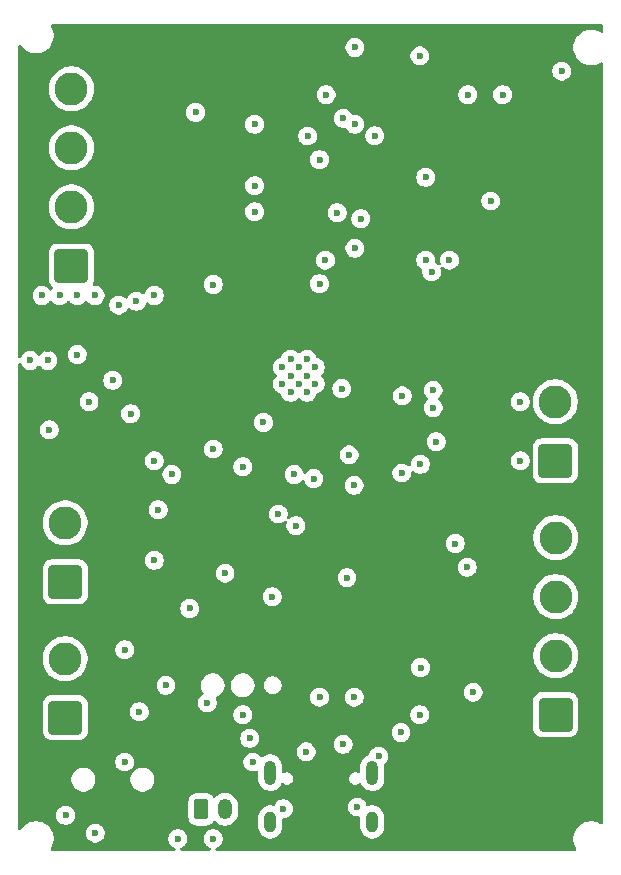
<source format=gbr>
%TF.GenerationSoftware,KiCad,Pcbnew,9.0.3*%
%TF.CreationDate,2025-12-20T12:10:28-05:00*%
%TF.ProjectId,Experimental,45787065-7269-46d6-956e-74616c2e6b69,rev?*%
%TF.SameCoordinates,Original*%
%TF.FileFunction,Copper,L2,Inr*%
%TF.FilePolarity,Positive*%
%FSLAX46Y46*%
G04 Gerber Fmt 4.6, Leading zero omitted, Abs format (unit mm)*
G04 Created by KiCad (PCBNEW 9.0.3) date 2025-12-20 12:10:28*
%MOMM*%
%LPD*%
G01*
G04 APERTURE LIST*
G04 Aperture macros list*
%AMRoundRect*
0 Rectangle with rounded corners*
0 $1 Rounding radius*
0 $2 $3 $4 $5 $6 $7 $8 $9 X,Y pos of 4 corners*
0 Add a 4 corners polygon primitive as box body*
4,1,4,$2,$3,$4,$5,$6,$7,$8,$9,$2,$3,0*
0 Add four circle primitives for the rounded corners*
1,1,$1+$1,$2,$3*
1,1,$1+$1,$4,$5*
1,1,$1+$1,$6,$7*
1,1,$1+$1,$8,$9*
0 Add four rect primitives between the rounded corners*
20,1,$1+$1,$2,$3,$4,$5,0*
20,1,$1+$1,$4,$5,$6,$7,0*
20,1,$1+$1,$6,$7,$8,$9,0*
20,1,$1+$1,$8,$9,$2,$3,0*%
G04 Aperture macros list end*
%TA.AperFunction,HeatsinkPad*%
%ADD10O,1.000000X2.100000*%
%TD*%
%TA.AperFunction,HeatsinkPad*%
%ADD11O,1.000000X1.800000*%
%TD*%
%TA.AperFunction,ComponentPad*%
%ADD12RoundRect,0.250000X-0.350000X-0.625000X0.350000X-0.625000X0.350000X0.625000X-0.350000X0.625000X0*%
%TD*%
%TA.AperFunction,ComponentPad*%
%ADD13O,1.200000X1.750000*%
%TD*%
%TA.AperFunction,ComponentPad*%
%ADD14RoundRect,0.250001X1.149999X-1.149999X1.149999X1.149999X-1.149999X1.149999X-1.149999X-1.149999X0*%
%TD*%
%TA.AperFunction,ComponentPad*%
%ADD15C,2.800000*%
%TD*%
%TA.AperFunction,HeatsinkPad*%
%ADD16C,0.600000*%
%TD*%
%TA.AperFunction,ViaPad*%
%ADD17C,0.600000*%
%TD*%
G04 APERTURE END LIST*
D10*
%TO.N,GND*%
%TO.C,PowerUpload1*%
X121818400Y-113895000D03*
D11*
X121818400Y-118075000D03*
D10*
X130458400Y-113895000D03*
D11*
X130458400Y-118075000D03*
%TD*%
D12*
%TO.N,GND*%
%TO.C,J5 -/+*%
X116000000Y-117000000D03*
D13*
%TO.N,+7.4V*%
X118000000Y-117000000D03*
%TD*%
D14*
%TO.N,GND*%
%TO.C,J8*%
X145967500Y-87500000D03*
D15*
X145967500Y-82500000D03*
%TD*%
D14*
%TO.N,+3V3*%
%TO.C,J1*%
X146000000Y-76000000D03*
D15*
X146000000Y-71000000D03*
%TD*%
D16*
%TO.N,N/C*%
%TO.C,ESP32S3*%
X122850000Y-79590000D03*
X122850000Y-80990000D03*
X123550000Y-78890000D03*
X123550000Y-80290000D03*
X123550000Y-81690000D03*
X124250000Y-79590000D03*
X124250000Y-80990000D03*
X124950000Y-78890000D03*
X124950000Y-80290000D03*
X124950000Y-81690000D03*
X125650000Y-79590000D03*
X125650000Y-80990000D03*
%TD*%
D14*
%TO.N,GND*%
%TO.C,J6*%
X104467500Y-109250000D03*
D15*
%TO.N,Net-(J6-Pin_2)*%
X104467500Y-104250000D03*
%TD*%
D14*
%TO.N,Net-(ESP32S3-IO42)*%
%TO.C,J4*%
X146000000Y-109000000D03*
D15*
%TO.N,Net-(ESP32S3-IO45)*%
X146000000Y-104000000D03*
%TO.N,Net-(ESP32S3-IO46)*%
X146000000Y-99000000D03*
%TO.N,Net-(ESP32S3-IO47)*%
X146000000Y-94000000D03*
%TD*%
D14*
%TO.N,Net-(ESP32S3-IO7)*%
%TO.C,J3*%
X105000000Y-71000000D03*
D15*
%TO.N,Net-(ESP32S3-IO6)*%
X105000000Y-66000000D03*
%TO.N,Net-(ESP32S3-IO5)*%
X105000000Y-61000000D03*
%TO.N,Net-(ESP32S3-IO4)*%
X105000000Y-56000000D03*
%TD*%
D14*
%TO.N,GND*%
%TO.C,J2*%
X104467500Y-97750000D03*
D15*
%TO.N,Net-(J2-Pin_2)*%
X104467500Y-92750000D03*
%TD*%
D17*
%TO.N,GND*%
X101500000Y-79000000D03*
X103000000Y-79000000D03*
%TO.N,+3V3*%
X107500000Y-82500000D03*
%TO.N,GND*%
X119500000Y-109000000D03*
%TO.N,/PYRO_N_MOSFET_A1/Pyro*%
X125500000Y-89000000D03*
X115000000Y-100000000D03*
%TO.N,GND*%
X122000000Y-99000000D03*
%TO.N,/PYRO_N_MOSFET_A1/Charge_Pyro*%
X117000000Y-119500000D03*
X124000000Y-93000000D03*
%TO.N,/PYRO_N_MOSFET_A1/Pyro2*%
X113500000Y-88655000D03*
X123845000Y-88655000D03*
%TO.N,/POWER_MANAGEMENT/LED*%
X122500000Y-92000000D03*
X104500000Y-117500000D03*
%TO.N,*%
X114000000Y-119500000D03*
%TO.N,+3V3*%
X103000000Y-78000000D03*
X118000000Y-60500000D03*
%TO.N,GND*%
X109500000Y-113000000D03*
X107015000Y-119015000D03*
X143000000Y-87500000D03*
X143000000Y-82500000D03*
%TO.N,+3V3*%
X143000000Y-76000000D03*
X143000000Y-71000000D03*
%TO.N,Net-(ESP32S3-IO45)*%
X138500000Y-96500000D03*
%TO.N,+3V3*%
X138000000Y-87000000D03*
%TO.N,GND*%
X137500000Y-94500000D03*
%TO.N,/Storage/DAT0*%
X135877354Y-85877354D03*
%TO.N,+5V*%
X124861400Y-112138600D03*
X126000000Y-107500000D03*
X128000000Y-111500000D03*
%TO.N,Net-(Q1-S)*%
X113000000Y-106500000D03*
X110750000Y-108750000D03*
%TO.N,+7.4V*%
X116500000Y-108000000D03*
%TO.N,Net-(Q1-S)*%
X112000000Y-95910500D03*
%TO.N,GND*%
X120500000Y-59000000D03*
X109000000Y-74310000D03*
X112000000Y-73500000D03*
X139000000Y-107075000D03*
X107000000Y-73500000D03*
X118000000Y-97000000D03*
%TO.N,Net-(Barometer1-SDO)*%
X105500000Y-78500000D03*
%TO.N,GND*%
X134500000Y-53216359D03*
X104000000Y-73500000D03*
X120357000Y-113000000D03*
X105500000Y-73500000D03*
X108500000Y-80680000D03*
X129191700Y-116808300D03*
X131000000Y-112500000D03*
X128950000Y-107500000D03*
X128500000Y-87000000D03*
X129000000Y-52500000D03*
X109500000Y-103500000D03*
X135000000Y-63500000D03*
X120100000Y-111000000D03*
X134550000Y-105000000D03*
X115500000Y-58000000D03*
X112337500Y-91645000D03*
X141500000Y-56500000D03*
X122946700Y-116946700D03*
X134480000Y-109000000D03*
X120500000Y-66400000D03*
X129500000Y-67000000D03*
X132900000Y-110500000D03*
X140500000Y-65500000D03*
X128325000Y-97395000D03*
X120500000Y-64200000D03*
X117000000Y-72570000D03*
X138550000Y-56500000D03*
X135500000Y-71500000D03*
X102500000Y-73500000D03*
X110500000Y-74000000D03*
X146500000Y-54500000D03*
%TO.N,+3V3*%
X104000000Y-78000000D03*
X104500000Y-84350354D03*
X132310000Y-79500000D03*
X139000000Y-103277500D03*
X133600000Y-107275000D03*
X111034200Y-77034200D03*
X120000000Y-81500000D03*
X101500000Y-75500000D03*
X117000000Y-73840000D03*
X106388400Y-77760000D03*
X129000000Y-53600000D03*
X139500000Y-69500000D03*
X129000000Y-54700000D03*
X110138400Y-77000000D03*
X113500000Y-78000000D03*
%TO.N,/NEO-6M-GPS/SCL*%
X129000000Y-59000000D03*
X112000000Y-87500000D03*
X121250000Y-84250000D03*
X119500000Y-88000000D03*
X106500000Y-82500000D03*
X110000000Y-83500000D03*
X103122646Y-84877354D03*
%TO.N,/NEO-6M-GPS/SDA*%
X130671000Y-59973000D03*
X117000000Y-86500000D03*
%TO.N,/Storage/Digital_IN*%
X127877354Y-81377354D03*
%TO.N,/Storage/Digital_OUT*%
X135618000Y-83000000D03*
%TO.N,/NEO-6M-GPS/GPS_RXD1*%
X126556879Y-56500000D03*
X126500000Y-70500000D03*
%TO.N,/NEO-6M-GPS/GPS_TXD1*%
X126000000Y-72500000D03*
X128000000Y-58500000D03*
%TO.N,/Storage/CLK*%
X137000000Y-70500000D03*
X135000000Y-70500000D03*
X128925000Y-89575000D03*
%TO.N,/Storage/DAT3{slash}CD*%
X132971290Y-88528709D03*
%TO.N,/Storage/HOLD{slash}RESET*%
X135618000Y-81500000D03*
%TO.N,/NEO-6M-GPS/TIMEPULSE*%
X126000000Y-62000000D03*
X127500000Y-66500000D03*
X129000000Y-69500000D03*
X125000000Y-60000000D03*
%TO.N,/Storage/WP*%
X133000000Y-82000000D03*
%TO.N,/Storage/CMD*%
X134527646Y-87782354D03*
%TD*%
%TA.AperFunction,Conductor*%
%TO.N,+3V3*%
G36*
X149942539Y-50520185D02*
G01*
X149988294Y-50572989D01*
X149999500Y-50624500D01*
X149999500Y-51128095D01*
X149979815Y-51195134D01*
X149927011Y-51240889D01*
X149857853Y-51250833D01*
X149802615Y-51228414D01*
X149786432Y-51216656D01*
X149575996Y-51109433D01*
X149351368Y-51036446D01*
X149118097Y-50999500D01*
X149118092Y-50999500D01*
X148881908Y-50999500D01*
X148881903Y-50999500D01*
X148648631Y-51036446D01*
X148424003Y-51109433D01*
X148213566Y-51216657D01*
X148104550Y-51295862D01*
X148022490Y-51355483D01*
X148022488Y-51355485D01*
X148022487Y-51355485D01*
X147855485Y-51522487D01*
X147855485Y-51522488D01*
X147855483Y-51522490D01*
X147824454Y-51565198D01*
X147716657Y-51713566D01*
X147609433Y-51924003D01*
X147536446Y-52148631D01*
X147499500Y-52381902D01*
X147499500Y-52618097D01*
X147536446Y-52851368D01*
X147609433Y-53075996D01*
X147677405Y-53209397D01*
X147716657Y-53286433D01*
X147855483Y-53477510D01*
X148022490Y-53644517D01*
X148213567Y-53783343D01*
X148273802Y-53814034D01*
X148424003Y-53890566D01*
X148424005Y-53890566D01*
X148424008Y-53890568D01*
X148532284Y-53925749D01*
X148648631Y-53963553D01*
X148881903Y-54000500D01*
X148881908Y-54000500D01*
X149118097Y-54000500D01*
X149351368Y-53963553D01*
X149575992Y-53890568D01*
X149786433Y-53783343D01*
X149802612Y-53771587D01*
X149868418Y-53748106D01*
X149936472Y-53763930D01*
X149985168Y-53814034D01*
X149999500Y-53871904D01*
X149999500Y-118128095D01*
X149979815Y-118195134D01*
X149927011Y-118240889D01*
X149857853Y-118250833D01*
X149802615Y-118228414D01*
X149786432Y-118216656D01*
X149575996Y-118109433D01*
X149351368Y-118036446D01*
X149118097Y-117999500D01*
X149118092Y-117999500D01*
X148881908Y-117999500D01*
X148881903Y-117999500D01*
X148648631Y-118036446D01*
X148424003Y-118109433D01*
X148213566Y-118216657D01*
X148140509Y-118269737D01*
X148022490Y-118355483D01*
X148022488Y-118355485D01*
X148022487Y-118355485D01*
X147855485Y-118522487D01*
X147855485Y-118522488D01*
X147855483Y-118522490D01*
X147818392Y-118573541D01*
X147716657Y-118713566D01*
X147609433Y-118924003D01*
X147536446Y-119148631D01*
X147499500Y-119381902D01*
X147499500Y-119618097D01*
X147536446Y-119851368D01*
X147609433Y-120075996D01*
X147716656Y-120286432D01*
X147728414Y-120302615D01*
X147751893Y-120368422D01*
X147736067Y-120436476D01*
X147685961Y-120485170D01*
X147628095Y-120499500D01*
X117302190Y-120499500D01*
X117235151Y-120479815D01*
X117189396Y-120427011D01*
X117179452Y-120357853D01*
X117208477Y-120294297D01*
X117254738Y-120260939D01*
X117379172Y-120209397D01*
X117379172Y-120209396D01*
X117379179Y-120209394D01*
X117510289Y-120121789D01*
X117621789Y-120010289D01*
X117709394Y-119879179D01*
X117769737Y-119733497D01*
X117800500Y-119578842D01*
X117800500Y-119421158D01*
X117800500Y-119421155D01*
X117800499Y-119421153D01*
X117795135Y-119394185D01*
X117769737Y-119266503D01*
X117763786Y-119252136D01*
X117709397Y-119120827D01*
X117709390Y-119120814D01*
X117621789Y-118989711D01*
X117621786Y-118989707D01*
X117510292Y-118878213D01*
X117510288Y-118878210D01*
X117379185Y-118790609D01*
X117379172Y-118790602D01*
X117233501Y-118730264D01*
X117233489Y-118730261D01*
X117078845Y-118699500D01*
X117078842Y-118699500D01*
X116921158Y-118699500D01*
X116921155Y-118699500D01*
X116766510Y-118730261D01*
X116766498Y-118730264D01*
X116620827Y-118790602D01*
X116620814Y-118790609D01*
X116489711Y-118878210D01*
X116489707Y-118878213D01*
X116378213Y-118989707D01*
X116378210Y-118989711D01*
X116290609Y-119120814D01*
X116290602Y-119120827D01*
X116230264Y-119266498D01*
X116230261Y-119266510D01*
X116199500Y-119421153D01*
X116199500Y-119578846D01*
X116230261Y-119733489D01*
X116230264Y-119733501D01*
X116290602Y-119879172D01*
X116290609Y-119879185D01*
X116378210Y-120010288D01*
X116378213Y-120010292D01*
X116489707Y-120121786D01*
X116489711Y-120121789D01*
X116620814Y-120209390D01*
X116620827Y-120209397D01*
X116745262Y-120260939D01*
X116799666Y-120304779D01*
X116821731Y-120371074D01*
X116804452Y-120438773D01*
X116753315Y-120486384D01*
X116697810Y-120499500D01*
X114302190Y-120499500D01*
X114235151Y-120479815D01*
X114189396Y-120427011D01*
X114179452Y-120357853D01*
X114208477Y-120294297D01*
X114254738Y-120260939D01*
X114379172Y-120209397D01*
X114379172Y-120209396D01*
X114379179Y-120209394D01*
X114510289Y-120121789D01*
X114621789Y-120010289D01*
X114709394Y-119879179D01*
X114769737Y-119733497D01*
X114800500Y-119578842D01*
X114800500Y-119421158D01*
X114800500Y-119421155D01*
X114800499Y-119421153D01*
X114795135Y-119394185D01*
X114769737Y-119266503D01*
X114763786Y-119252136D01*
X114709397Y-119120827D01*
X114709390Y-119120814D01*
X114621789Y-118989711D01*
X114621786Y-118989707D01*
X114510292Y-118878213D01*
X114510288Y-118878210D01*
X114379185Y-118790609D01*
X114379172Y-118790602D01*
X114233501Y-118730264D01*
X114233489Y-118730261D01*
X114078845Y-118699500D01*
X114078842Y-118699500D01*
X113921158Y-118699500D01*
X113921155Y-118699500D01*
X113766510Y-118730261D01*
X113766498Y-118730264D01*
X113620827Y-118790602D01*
X113620814Y-118790609D01*
X113489711Y-118878210D01*
X113489707Y-118878213D01*
X113378213Y-118989707D01*
X113378210Y-118989711D01*
X113290609Y-119120814D01*
X113290602Y-119120827D01*
X113230264Y-119266498D01*
X113230261Y-119266510D01*
X113199500Y-119421153D01*
X113199500Y-119578846D01*
X113230261Y-119733489D01*
X113230264Y-119733501D01*
X113290602Y-119879172D01*
X113290609Y-119879185D01*
X113378210Y-120010288D01*
X113378213Y-120010292D01*
X113489707Y-120121786D01*
X113489711Y-120121789D01*
X113620814Y-120209390D01*
X113620827Y-120209397D01*
X113745262Y-120260939D01*
X113799666Y-120304779D01*
X113821731Y-120371074D01*
X113804452Y-120438773D01*
X113753315Y-120486384D01*
X113697810Y-120499500D01*
X103371905Y-120499500D01*
X103304866Y-120479815D01*
X103259111Y-120427011D01*
X103249167Y-120357853D01*
X103271586Y-120302615D01*
X103277629Y-120294297D01*
X103283343Y-120286433D01*
X103390568Y-120075992D01*
X103463553Y-119851368D01*
X103474107Y-119784735D01*
X103500500Y-119618097D01*
X103500500Y-119381902D01*
X103471043Y-119195924D01*
X103463553Y-119148632D01*
X103463552Y-119148628D01*
X103463552Y-119148627D01*
X103411915Y-118989707D01*
X103394514Y-118936153D01*
X106214500Y-118936153D01*
X106214500Y-119093846D01*
X106245261Y-119248489D01*
X106245264Y-119248501D01*
X106305602Y-119394172D01*
X106305609Y-119394185D01*
X106393210Y-119525288D01*
X106393213Y-119525292D01*
X106504707Y-119636786D01*
X106504711Y-119636789D01*
X106635814Y-119724390D01*
X106635827Y-119724397D01*
X106781498Y-119784735D01*
X106781503Y-119784737D01*
X106936153Y-119815499D01*
X106936156Y-119815500D01*
X106936158Y-119815500D01*
X107093844Y-119815500D01*
X107093845Y-119815499D01*
X107248497Y-119784737D01*
X107394179Y-119724394D01*
X107525289Y-119636789D01*
X107636789Y-119525289D01*
X107724394Y-119394179D01*
X107784737Y-119248497D01*
X107815500Y-119093842D01*
X107815500Y-118936158D01*
X107815500Y-118936155D01*
X107815499Y-118936153D01*
X107803974Y-118878213D01*
X107784737Y-118781503D01*
X107769617Y-118744999D01*
X107724397Y-118635827D01*
X107724390Y-118635814D01*
X107682781Y-118573543D01*
X120817899Y-118573543D01*
X120856347Y-118766829D01*
X120856350Y-118766839D01*
X120931764Y-118948907D01*
X120931771Y-118948920D01*
X121041260Y-119112781D01*
X121041263Y-119112785D01*
X121180614Y-119252136D01*
X121180618Y-119252139D01*
X121344479Y-119361628D01*
X121344492Y-119361635D01*
X121521135Y-119434802D01*
X121526565Y-119437051D01*
X121526569Y-119437051D01*
X121526570Y-119437052D01*
X121719856Y-119475500D01*
X121719859Y-119475500D01*
X121916943Y-119475500D01*
X122046982Y-119449632D01*
X122110235Y-119437051D01*
X122251055Y-119378721D01*
X122292307Y-119361635D01*
X122292307Y-119361634D01*
X122292314Y-119361632D01*
X122456182Y-119252139D01*
X122595539Y-119112782D01*
X122705032Y-118948914D01*
X122780451Y-118766835D01*
X122802193Y-118657533D01*
X122818900Y-118573543D01*
X122818900Y-117871200D01*
X122838585Y-117804161D01*
X122891389Y-117758406D01*
X122942900Y-117747200D01*
X123025544Y-117747200D01*
X123025545Y-117747199D01*
X123180197Y-117716437D01*
X123325879Y-117656094D01*
X123456989Y-117568489D01*
X123568489Y-117456989D01*
X123656094Y-117325879D01*
X123716437Y-117180197D01*
X123747200Y-117025542D01*
X123747200Y-116867858D01*
X123747200Y-116867855D01*
X123723271Y-116747558D01*
X123723271Y-116747557D01*
X123719669Y-116729453D01*
X128391200Y-116729453D01*
X128391200Y-116887146D01*
X128421961Y-117041789D01*
X128421964Y-117041801D01*
X128482302Y-117187472D01*
X128482309Y-117187485D01*
X128569910Y-117318588D01*
X128569913Y-117318592D01*
X128681407Y-117430086D01*
X128681411Y-117430089D01*
X128812514Y-117517690D01*
X128812527Y-117517697D01*
X128935152Y-117568489D01*
X128958203Y-117578037D01*
X129104990Y-117607235D01*
X129112853Y-117608799D01*
X129112856Y-117608800D01*
X129112858Y-117608800D01*
X129270542Y-117608800D01*
X129309708Y-117601009D01*
X129379298Y-117607235D01*
X129434476Y-117650097D01*
X129457722Y-117715987D01*
X129457900Y-117722626D01*
X129457900Y-118573541D01*
X129457900Y-118573543D01*
X129457899Y-118573543D01*
X129496347Y-118766829D01*
X129496350Y-118766839D01*
X129571764Y-118948907D01*
X129571771Y-118948920D01*
X129681260Y-119112781D01*
X129681263Y-119112785D01*
X129820614Y-119252136D01*
X129820618Y-119252139D01*
X129984479Y-119361628D01*
X129984492Y-119361635D01*
X130161135Y-119434802D01*
X130166565Y-119437051D01*
X130166569Y-119437051D01*
X130166570Y-119437052D01*
X130359856Y-119475500D01*
X130359859Y-119475500D01*
X130556943Y-119475500D01*
X130686982Y-119449632D01*
X130750235Y-119437051D01*
X130891055Y-119378721D01*
X130932307Y-119361635D01*
X130932307Y-119361634D01*
X130932314Y-119361632D01*
X131096182Y-119252139D01*
X131235539Y-119112782D01*
X131345032Y-118948914D01*
X131420451Y-118766835D01*
X131442193Y-118657533D01*
X131458900Y-118573543D01*
X131458900Y-117576456D01*
X131420452Y-117383170D01*
X131420451Y-117383169D01*
X131420451Y-117383165D01*
X131393703Y-117318588D01*
X131345035Y-117201092D01*
X131345028Y-117201079D01*
X131235539Y-117037218D01*
X131235536Y-117037214D01*
X131096185Y-116897863D01*
X131096181Y-116897860D01*
X130932320Y-116788371D01*
X130932307Y-116788364D01*
X130750239Y-116712950D01*
X130750229Y-116712947D01*
X130556943Y-116674500D01*
X130556941Y-116674500D01*
X130359859Y-116674500D01*
X130359857Y-116674500D01*
X130166571Y-116712947D01*
X130166568Y-116712948D01*
X130166566Y-116712948D01*
X130166565Y-116712949D01*
X130142028Y-116723112D01*
X130072561Y-116730579D01*
X130010082Y-116699304D01*
X129974430Y-116639214D01*
X129972962Y-116632741D01*
X129961438Y-116574810D01*
X129961437Y-116574803D01*
X129904112Y-116436407D01*
X129901097Y-116429127D01*
X129901090Y-116429114D01*
X129813489Y-116298011D01*
X129813486Y-116298007D01*
X129701992Y-116186513D01*
X129701988Y-116186510D01*
X129570885Y-116098909D01*
X129570872Y-116098902D01*
X129425201Y-116038564D01*
X129425189Y-116038561D01*
X129270545Y-116007800D01*
X129270542Y-116007800D01*
X129112858Y-116007800D01*
X129112855Y-116007800D01*
X128958210Y-116038561D01*
X128958198Y-116038564D01*
X128812527Y-116098902D01*
X128812514Y-116098909D01*
X128681411Y-116186510D01*
X128681407Y-116186513D01*
X128569913Y-116298007D01*
X128569910Y-116298011D01*
X128482309Y-116429114D01*
X128482302Y-116429127D01*
X128421964Y-116574798D01*
X128421961Y-116574810D01*
X128391200Y-116729453D01*
X123719669Y-116729453D01*
X123716438Y-116713210D01*
X123716437Y-116713203D01*
X123685790Y-116639214D01*
X123656097Y-116567527D01*
X123656090Y-116567514D01*
X123568489Y-116436411D01*
X123568486Y-116436407D01*
X123456992Y-116324913D01*
X123456988Y-116324910D01*
X123325885Y-116237309D01*
X123325872Y-116237302D01*
X123180201Y-116176964D01*
X123180189Y-116176961D01*
X123025545Y-116146200D01*
X123025542Y-116146200D01*
X122867858Y-116146200D01*
X122867855Y-116146200D01*
X122713210Y-116176961D01*
X122713198Y-116176964D01*
X122567527Y-116237302D01*
X122567514Y-116237309D01*
X122436411Y-116324910D01*
X122436407Y-116324913D01*
X122324913Y-116436407D01*
X122324910Y-116436411D01*
X122237309Y-116567514D01*
X122237302Y-116567527D01*
X122210924Y-116631212D01*
X122167083Y-116685616D01*
X122100789Y-116707681D01*
X122072172Y-116705377D01*
X121916944Y-116674500D01*
X121916941Y-116674500D01*
X121719859Y-116674500D01*
X121719857Y-116674500D01*
X121526570Y-116712947D01*
X121526560Y-116712950D01*
X121344492Y-116788364D01*
X121344479Y-116788371D01*
X121180618Y-116897860D01*
X121180614Y-116897863D01*
X121041263Y-117037214D01*
X121041260Y-117037218D01*
X120931771Y-117201079D01*
X120931764Y-117201092D01*
X120856350Y-117383160D01*
X120856347Y-117383170D01*
X120817900Y-117576456D01*
X120817900Y-117576459D01*
X120817900Y-118573541D01*
X120817900Y-118573543D01*
X120817899Y-118573543D01*
X107682781Y-118573543D01*
X107636789Y-118504711D01*
X107636786Y-118504707D01*
X107525292Y-118393213D01*
X107525288Y-118393210D01*
X107394185Y-118305609D01*
X107394172Y-118305602D01*
X107248501Y-118245264D01*
X107248489Y-118245261D01*
X107093845Y-118214500D01*
X107093842Y-118214500D01*
X106936158Y-118214500D01*
X106936155Y-118214500D01*
X106781510Y-118245261D01*
X106781498Y-118245264D01*
X106635827Y-118305602D01*
X106635814Y-118305609D01*
X106504711Y-118393210D01*
X106504707Y-118393213D01*
X106393213Y-118504707D01*
X106393210Y-118504711D01*
X106305609Y-118635814D01*
X106305602Y-118635827D01*
X106245264Y-118781498D01*
X106245261Y-118781510D01*
X106214500Y-118936153D01*
X103394514Y-118936153D01*
X103390568Y-118924008D01*
X103283343Y-118713567D01*
X103144517Y-118522490D01*
X102977510Y-118355483D01*
X102786433Y-118216657D01*
X102782200Y-118214500D01*
X102575996Y-118109433D01*
X102351368Y-118036446D01*
X102118097Y-117999500D01*
X102118092Y-117999500D01*
X101881908Y-117999500D01*
X101881903Y-117999500D01*
X101648631Y-118036446D01*
X101424003Y-118109433D01*
X101213566Y-118216657D01*
X101140509Y-118269737D01*
X101022490Y-118355483D01*
X101022488Y-118355485D01*
X101022487Y-118355485D01*
X100855485Y-118522487D01*
X100855485Y-118522488D01*
X100855483Y-118522490D01*
X100818392Y-118573541D01*
X100724818Y-118702334D01*
X100669488Y-118744999D01*
X100599874Y-118750978D01*
X100538079Y-118718372D01*
X100503722Y-118657533D01*
X100500500Y-118629448D01*
X100500500Y-117421153D01*
X103699500Y-117421153D01*
X103699500Y-117578846D01*
X103730261Y-117733489D01*
X103730264Y-117733501D01*
X103790602Y-117879172D01*
X103790609Y-117879185D01*
X103878210Y-118010288D01*
X103878213Y-118010292D01*
X103989707Y-118121786D01*
X103989711Y-118121789D01*
X104120814Y-118209390D01*
X104120827Y-118209397D01*
X104220864Y-118250833D01*
X104266503Y-118269737D01*
X104421153Y-118300499D01*
X104421156Y-118300500D01*
X104421158Y-118300500D01*
X104578844Y-118300500D01*
X104578845Y-118300499D01*
X104733497Y-118269737D01*
X104846166Y-118223067D01*
X104879172Y-118209397D01*
X104879172Y-118209396D01*
X104879179Y-118209394D01*
X105010289Y-118121789D01*
X105121789Y-118010289D01*
X105209394Y-117879179D01*
X105218112Y-117858133D01*
X105240467Y-117804161D01*
X105269737Y-117733497D01*
X105300500Y-117578842D01*
X105300500Y-117421158D01*
X105300500Y-117421155D01*
X105300499Y-117421153D01*
X105281549Y-117325885D01*
X105269737Y-117266503D01*
X105237007Y-117187485D01*
X105209397Y-117120827D01*
X105209390Y-117120814D01*
X105121789Y-116989711D01*
X105121786Y-116989707D01*
X105010292Y-116878213D01*
X105010288Y-116878210D01*
X104879185Y-116790609D01*
X104879172Y-116790602D01*
X104733501Y-116730264D01*
X104733489Y-116730261D01*
X104578845Y-116699500D01*
X104578842Y-116699500D01*
X104421158Y-116699500D01*
X104421155Y-116699500D01*
X104266510Y-116730261D01*
X104266498Y-116730264D01*
X104120827Y-116790602D01*
X104120814Y-116790609D01*
X103989711Y-116878210D01*
X103989707Y-116878213D01*
X103878213Y-116989707D01*
X103878210Y-116989711D01*
X103790609Y-117120814D01*
X103790602Y-117120827D01*
X103730264Y-117266498D01*
X103730261Y-117266510D01*
X103699500Y-117421153D01*
X100500500Y-117421153D01*
X100500500Y-116324983D01*
X114899500Y-116324983D01*
X114899500Y-117675001D01*
X114899501Y-117675018D01*
X114910000Y-117777796D01*
X114910001Y-117777799D01*
X114965185Y-117944331D01*
X114965187Y-117944336D01*
X114988870Y-117982732D01*
X115057288Y-118093656D01*
X115181344Y-118217712D01*
X115330666Y-118309814D01*
X115497203Y-118364999D01*
X115599991Y-118375500D01*
X116400008Y-118375499D01*
X116400016Y-118375498D01*
X116400019Y-118375498D01*
X116456302Y-118369748D01*
X116502797Y-118364999D01*
X116669334Y-118309814D01*
X116818656Y-118217712D01*
X116942712Y-118093656D01*
X116982310Y-118029456D01*
X117034258Y-117982732D01*
X117103220Y-117971509D01*
X117167303Y-117999352D01*
X117175530Y-118006872D01*
X117283072Y-118114414D01*
X117423212Y-118216232D01*
X117577555Y-118294873D01*
X117742299Y-118348402D01*
X117913389Y-118375500D01*
X117913390Y-118375500D01*
X118086610Y-118375500D01*
X118086611Y-118375500D01*
X118257701Y-118348402D01*
X118422445Y-118294873D01*
X118576788Y-118216232D01*
X118716928Y-118114414D01*
X118839414Y-117991928D01*
X118941232Y-117851788D01*
X119019873Y-117697445D01*
X119073402Y-117532701D01*
X119100500Y-117361611D01*
X119100500Y-116638389D01*
X119073402Y-116467299D01*
X119019873Y-116302555D01*
X118941232Y-116148212D01*
X118839414Y-116008072D01*
X118716928Y-115885586D01*
X118576788Y-115783768D01*
X118422445Y-115705127D01*
X118257701Y-115651598D01*
X118257699Y-115651597D01*
X118257698Y-115651597D01*
X118126271Y-115630781D01*
X118086611Y-115624500D01*
X117913389Y-115624500D01*
X117873728Y-115630781D01*
X117742302Y-115651597D01*
X117577552Y-115705128D01*
X117423211Y-115783768D01*
X117283073Y-115885585D01*
X117175530Y-115993128D01*
X117114207Y-116026612D01*
X117044515Y-116021628D01*
X116988582Y-115979756D01*
X116982310Y-115970543D01*
X116942712Y-115906344D01*
X116818656Y-115782288D01*
X116693559Y-115705128D01*
X116669336Y-115690187D01*
X116669331Y-115690185D01*
X116667862Y-115689698D01*
X116502797Y-115635001D01*
X116502795Y-115635000D01*
X116400010Y-115624500D01*
X115599998Y-115624500D01*
X115599980Y-115624501D01*
X115497203Y-115635000D01*
X115497200Y-115635001D01*
X115330668Y-115690185D01*
X115330663Y-115690187D01*
X115181342Y-115782289D01*
X115057289Y-115906342D01*
X114965187Y-116055663D01*
X114965185Y-116055668D01*
X114937349Y-116139670D01*
X114910001Y-116222203D01*
X114910001Y-116222204D01*
X114910000Y-116222204D01*
X114899500Y-116324983D01*
X100500500Y-116324983D01*
X100500500Y-114398992D01*
X104974500Y-114398992D01*
X104974500Y-114601007D01*
X105013907Y-114799119D01*
X105013909Y-114799127D01*
X105091212Y-114985752D01*
X105091217Y-114985762D01*
X105203441Y-115153718D01*
X105346281Y-115296558D01*
X105514237Y-115408782D01*
X105514241Y-115408784D01*
X105514244Y-115408786D01*
X105700873Y-115486091D01*
X105898992Y-115525499D01*
X105898996Y-115525500D01*
X105898997Y-115525500D01*
X106101004Y-115525500D01*
X106101005Y-115525499D01*
X106299127Y-115486091D01*
X106485756Y-115408786D01*
X106653718Y-115296558D01*
X106796558Y-115153718D01*
X106908786Y-114985756D01*
X106986091Y-114799127D01*
X107025500Y-114601003D01*
X107025500Y-114398997D01*
X107025499Y-114398992D01*
X109974500Y-114398992D01*
X109974500Y-114601007D01*
X110013907Y-114799119D01*
X110013909Y-114799127D01*
X110091212Y-114985752D01*
X110091217Y-114985762D01*
X110203441Y-115153718D01*
X110346281Y-115296558D01*
X110514237Y-115408782D01*
X110514241Y-115408784D01*
X110514244Y-115408786D01*
X110700873Y-115486091D01*
X110898992Y-115525499D01*
X110898996Y-115525500D01*
X110898997Y-115525500D01*
X111101004Y-115525500D01*
X111101005Y-115525499D01*
X111299127Y-115486091D01*
X111485756Y-115408786D01*
X111653718Y-115296558D01*
X111796558Y-115153718D01*
X111908786Y-114985756D01*
X111986091Y-114799127D01*
X112025500Y-114601003D01*
X112025500Y-114398997D01*
X111986091Y-114200873D01*
X111908786Y-114014244D01*
X111908784Y-114014241D01*
X111908782Y-114014237D01*
X111796558Y-113846281D01*
X111653718Y-113703441D01*
X111485762Y-113591217D01*
X111485752Y-113591212D01*
X111299127Y-113513909D01*
X111299119Y-113513907D01*
X111101007Y-113474500D01*
X111101003Y-113474500D01*
X110898997Y-113474500D01*
X110898992Y-113474500D01*
X110700880Y-113513907D01*
X110700872Y-113513909D01*
X110514247Y-113591212D01*
X110514237Y-113591217D01*
X110346281Y-113703441D01*
X110203441Y-113846281D01*
X110091217Y-114014237D01*
X110091212Y-114014247D01*
X110013909Y-114200872D01*
X110013907Y-114200880D01*
X109974500Y-114398992D01*
X107025499Y-114398992D01*
X106986091Y-114200873D01*
X106908786Y-114014244D01*
X106908784Y-114014241D01*
X106908782Y-114014237D01*
X106796558Y-113846281D01*
X106653718Y-113703441D01*
X106485762Y-113591217D01*
X106485752Y-113591212D01*
X106299127Y-113513909D01*
X106299119Y-113513907D01*
X106101007Y-113474500D01*
X106101003Y-113474500D01*
X105898997Y-113474500D01*
X105898992Y-113474500D01*
X105700880Y-113513907D01*
X105700872Y-113513909D01*
X105514247Y-113591212D01*
X105514237Y-113591217D01*
X105346281Y-113703441D01*
X105203441Y-113846281D01*
X105091217Y-114014237D01*
X105091212Y-114014247D01*
X105013909Y-114200872D01*
X105013907Y-114200880D01*
X104974500Y-114398992D01*
X100500500Y-114398992D01*
X100500500Y-112921153D01*
X108699500Y-112921153D01*
X108699500Y-113078846D01*
X108730261Y-113233489D01*
X108730264Y-113233501D01*
X108790602Y-113379172D01*
X108790609Y-113379185D01*
X108878210Y-113510288D01*
X108878213Y-113510292D01*
X108989707Y-113621786D01*
X108989711Y-113621789D01*
X109120814Y-113709390D01*
X109120827Y-113709397D01*
X109266498Y-113769735D01*
X109266503Y-113769737D01*
X109421153Y-113800499D01*
X109421156Y-113800500D01*
X109421158Y-113800500D01*
X109578844Y-113800500D01*
X109578845Y-113800499D01*
X109733497Y-113769737D01*
X109879179Y-113709394D01*
X110010289Y-113621789D01*
X110121789Y-113510289D01*
X110209394Y-113379179D01*
X110269737Y-113233497D01*
X110300500Y-113078842D01*
X110300500Y-112921158D01*
X110300500Y-112921155D01*
X110300499Y-112921153D01*
X119556500Y-112921153D01*
X119556500Y-113078846D01*
X119587261Y-113233489D01*
X119587264Y-113233501D01*
X119647602Y-113379172D01*
X119647609Y-113379185D01*
X119735210Y-113510288D01*
X119735213Y-113510292D01*
X119846707Y-113621786D01*
X119846711Y-113621789D01*
X119977814Y-113709390D01*
X119977827Y-113709397D01*
X120123498Y-113769735D01*
X120123503Y-113769737D01*
X120278153Y-113800499D01*
X120278156Y-113800500D01*
X120278158Y-113800500D01*
X120435844Y-113800500D01*
X120435845Y-113800499D01*
X120590497Y-113769737D01*
X120646450Y-113746560D01*
X120715916Y-113739092D01*
X120778395Y-113770366D01*
X120814048Y-113830455D01*
X120817900Y-113861122D01*
X120817900Y-114543541D01*
X120817900Y-114543543D01*
X120817899Y-114543543D01*
X120856347Y-114736829D01*
X120856350Y-114736839D01*
X120931764Y-114918907D01*
X120931771Y-114918920D01*
X121041260Y-115082781D01*
X121041263Y-115082785D01*
X121180614Y-115222136D01*
X121180618Y-115222139D01*
X121344479Y-115331628D01*
X121344492Y-115331635D01*
X121526560Y-115407049D01*
X121526565Y-115407051D01*
X121526569Y-115407051D01*
X121526570Y-115407052D01*
X121719856Y-115445500D01*
X121719859Y-115445500D01*
X121916943Y-115445500D01*
X122046982Y-115419632D01*
X122110235Y-115407051D01*
X122292314Y-115331632D01*
X122456182Y-115222139D01*
X122595539Y-115082782D01*
X122705032Y-114918914D01*
X122728944Y-114861182D01*
X122772784Y-114806782D01*
X122839078Y-114784716D01*
X122906777Y-114801995D01*
X122918734Y-114811283D01*
X122919290Y-114810559D01*
X122925733Y-114815503D01*
X122925735Y-114815505D01*
X123045564Y-114884688D01*
X123179217Y-114920500D01*
X123179219Y-114920500D01*
X123317581Y-114920500D01*
X123317583Y-114920500D01*
X123451236Y-114884688D01*
X123571065Y-114815505D01*
X123668905Y-114717665D01*
X123738088Y-114597836D01*
X123773900Y-114464183D01*
X123773900Y-114325817D01*
X128502900Y-114325817D01*
X128502900Y-114464183D01*
X128524165Y-114543543D01*
X128538712Y-114597835D01*
X128538713Y-114597838D01*
X128607892Y-114717661D01*
X128607894Y-114717664D01*
X128607895Y-114717665D01*
X128705735Y-114815505D01*
X128825564Y-114884688D01*
X128959217Y-114920500D01*
X128959219Y-114920500D01*
X129097581Y-114920500D01*
X129097583Y-114920500D01*
X129231236Y-114884688D01*
X129351065Y-114815505D01*
X129351069Y-114815500D01*
X129357510Y-114810559D01*
X129359638Y-114813333D01*
X129406731Y-114787516D01*
X129476431Y-114792382D01*
X129532435Y-114834159D01*
X129547855Y-114861184D01*
X129571766Y-114918910D01*
X129571771Y-114918920D01*
X129681260Y-115082781D01*
X129681263Y-115082785D01*
X129820614Y-115222136D01*
X129820618Y-115222139D01*
X129984479Y-115331628D01*
X129984492Y-115331635D01*
X130166560Y-115407049D01*
X130166565Y-115407051D01*
X130166569Y-115407051D01*
X130166570Y-115407052D01*
X130359856Y-115445500D01*
X130359859Y-115445500D01*
X130556943Y-115445500D01*
X130686982Y-115419632D01*
X130750235Y-115407051D01*
X130932314Y-115331632D01*
X131096182Y-115222139D01*
X131235539Y-115082782D01*
X131345032Y-114918914D01*
X131420451Y-114736835D01*
X131458900Y-114543541D01*
X131458900Y-113246459D01*
X131458900Y-113246456D01*
X131458303Y-113240394D01*
X131459898Y-113240236D01*
X131465429Y-113178400D01*
X131506004Y-113126160D01*
X131505585Y-113125649D01*
X131507838Y-113123799D01*
X131508289Y-113123220D01*
X131509954Y-113122063D01*
X131510283Y-113121792D01*
X131510289Y-113121789D01*
X131621789Y-113010289D01*
X131709394Y-112879179D01*
X131769737Y-112733497D01*
X131800500Y-112578842D01*
X131800500Y-112421158D01*
X131800500Y-112421155D01*
X131800499Y-112421153D01*
X131790741Y-112372097D01*
X131769737Y-112266503D01*
X131769735Y-112266498D01*
X131709397Y-112120827D01*
X131709390Y-112120814D01*
X131621789Y-111989711D01*
X131621786Y-111989707D01*
X131510292Y-111878213D01*
X131510288Y-111878210D01*
X131379185Y-111790609D01*
X131379172Y-111790602D01*
X131233501Y-111730264D01*
X131233489Y-111730261D01*
X131078845Y-111699500D01*
X131078842Y-111699500D01*
X130921158Y-111699500D01*
X130921155Y-111699500D01*
X130766510Y-111730261D01*
X130766498Y-111730264D01*
X130620827Y-111790602D01*
X130620814Y-111790609D01*
X130489711Y-111878210D01*
X130489707Y-111878213D01*
X130378213Y-111989707D01*
X130378210Y-111989711D01*
X130290609Y-112120814D01*
X130290602Y-112120827D01*
X130230264Y-112266498D01*
X130230261Y-112266508D01*
X130223670Y-112299646D01*
X130191285Y-112361557D01*
X130149505Y-112390015D01*
X129984492Y-112458364D01*
X129984479Y-112458371D01*
X129820618Y-112567860D01*
X129820614Y-112567863D01*
X129681263Y-112707214D01*
X129681260Y-112707218D01*
X129571771Y-112871079D01*
X129571764Y-112871092D01*
X129496350Y-113053160D01*
X129496347Y-113053170D01*
X129457900Y-113246456D01*
X129457900Y-113821402D01*
X129438215Y-113888441D01*
X129385411Y-113934196D01*
X129316253Y-113944140D01*
X129271901Y-113928789D01*
X129231242Y-113905315D01*
X129231238Y-113905313D01*
X129231236Y-113905312D01*
X129097583Y-113869500D01*
X128959217Y-113869500D01*
X128825564Y-113905312D01*
X128825561Y-113905313D01*
X128705738Y-113974492D01*
X128705733Y-113974496D01*
X128607896Y-114072333D01*
X128607892Y-114072338D01*
X128538713Y-114192161D01*
X128538712Y-114192164D01*
X128502900Y-114325817D01*
X123773900Y-114325817D01*
X123738088Y-114192164D01*
X123668905Y-114072335D01*
X123571065Y-113974495D01*
X123571064Y-113974494D01*
X123571061Y-113974492D01*
X123451238Y-113905313D01*
X123451237Y-113905312D01*
X123451236Y-113905312D01*
X123317583Y-113869500D01*
X123179217Y-113869500D01*
X123045564Y-113905312D01*
X123045557Y-113905315D01*
X123004899Y-113928789D01*
X122936999Y-113945262D01*
X122870972Y-113922409D01*
X122827782Y-113867488D01*
X122818900Y-113821402D01*
X122818900Y-113246456D01*
X122780452Y-113053170D01*
X122780451Y-113053169D01*
X122780451Y-113053165D01*
X122733204Y-112939099D01*
X122705035Y-112871092D01*
X122705028Y-112871079D01*
X122595539Y-112707218D01*
X122595536Y-112707214D01*
X122456185Y-112567863D01*
X122456181Y-112567860D01*
X122292320Y-112458371D01*
X122292307Y-112458364D01*
X122110239Y-112382950D01*
X122110229Y-112382947D01*
X121916943Y-112344500D01*
X121916941Y-112344500D01*
X121719859Y-112344500D01*
X121719857Y-112344500D01*
X121526570Y-112382947D01*
X121526560Y-112382950D01*
X121344492Y-112458364D01*
X121344474Y-112458374D01*
X121180287Y-112568080D01*
X121113610Y-112588958D01*
X121046230Y-112570473D01*
X121008295Y-112533869D01*
X120978789Y-112489711D01*
X120978786Y-112489707D01*
X120867292Y-112378213D01*
X120867288Y-112378210D01*
X120736185Y-112290609D01*
X120736172Y-112290602D01*
X120590501Y-112230264D01*
X120590489Y-112230261D01*
X120435845Y-112199500D01*
X120435842Y-112199500D01*
X120278158Y-112199500D01*
X120278155Y-112199500D01*
X120123510Y-112230261D01*
X120123498Y-112230264D01*
X119977827Y-112290602D01*
X119977814Y-112290609D01*
X119846711Y-112378210D01*
X119846707Y-112378213D01*
X119735213Y-112489707D01*
X119735210Y-112489711D01*
X119647609Y-112620814D01*
X119647602Y-112620827D01*
X119587264Y-112766498D01*
X119587261Y-112766510D01*
X119556500Y-112921153D01*
X110300499Y-112921153D01*
X110290540Y-112871086D01*
X110269737Y-112766503D01*
X110227338Y-112664141D01*
X110209397Y-112620827D01*
X110209390Y-112620814D01*
X110121789Y-112489711D01*
X110121786Y-112489707D01*
X110010292Y-112378213D01*
X110010288Y-112378210D01*
X109879185Y-112290609D01*
X109879172Y-112290602D01*
X109733501Y-112230264D01*
X109733489Y-112230261D01*
X109578845Y-112199500D01*
X109578842Y-112199500D01*
X109421158Y-112199500D01*
X109421155Y-112199500D01*
X109266510Y-112230261D01*
X109266498Y-112230264D01*
X109120827Y-112290602D01*
X109120814Y-112290609D01*
X108989711Y-112378210D01*
X108989707Y-112378213D01*
X108878213Y-112489707D01*
X108878210Y-112489711D01*
X108790609Y-112620814D01*
X108790602Y-112620827D01*
X108730264Y-112766498D01*
X108730261Y-112766510D01*
X108699500Y-112921153D01*
X100500500Y-112921153D01*
X100500500Y-112059753D01*
X124060900Y-112059753D01*
X124060900Y-112217446D01*
X124091661Y-112372089D01*
X124091664Y-112372101D01*
X124152002Y-112517772D01*
X124152009Y-112517785D01*
X124239610Y-112648888D01*
X124239613Y-112648892D01*
X124351107Y-112760386D01*
X124351111Y-112760389D01*
X124482214Y-112847990D01*
X124482227Y-112847997D01*
X124557523Y-112879185D01*
X124627903Y-112908337D01*
X124782553Y-112939099D01*
X124782556Y-112939100D01*
X124782558Y-112939100D01*
X124940244Y-112939100D01*
X124940245Y-112939099D01*
X125094897Y-112908337D01*
X125240579Y-112847994D01*
X125371689Y-112760389D01*
X125483189Y-112648889D01*
X125570794Y-112517779D01*
X125631137Y-112372097D01*
X125661900Y-112217442D01*
X125661900Y-112059758D01*
X125661900Y-112059755D01*
X125661899Y-112059753D01*
X125631137Y-111905103D01*
X125631135Y-111905098D01*
X125570797Y-111759427D01*
X125570790Y-111759414D01*
X125483189Y-111628311D01*
X125483186Y-111628307D01*
X125371690Y-111516811D01*
X125240585Y-111429209D01*
X125240572Y-111429202D01*
X125221140Y-111421153D01*
X127199500Y-111421153D01*
X127199500Y-111578846D01*
X127230261Y-111733489D01*
X127230264Y-111733501D01*
X127290602Y-111879172D01*
X127290609Y-111879185D01*
X127378210Y-112010288D01*
X127378213Y-112010292D01*
X127489707Y-112121786D01*
X127489711Y-112121789D01*
X127620814Y-112209390D01*
X127620827Y-112209397D01*
X127758683Y-112266498D01*
X127766503Y-112269737D01*
X127916865Y-112299646D01*
X127921153Y-112300499D01*
X127921156Y-112300500D01*
X127921158Y-112300500D01*
X128078844Y-112300500D01*
X128078845Y-112300499D01*
X128233497Y-112269737D01*
X128359740Y-112217446D01*
X128379172Y-112209397D01*
X128379172Y-112209396D01*
X128379179Y-112209394D01*
X128510289Y-112121789D01*
X128621789Y-112010289D01*
X128709394Y-111879179D01*
X128769737Y-111733497D01*
X128800500Y-111578842D01*
X128800500Y-111421158D01*
X128800500Y-111421155D01*
X128800499Y-111421153D01*
X128790097Y-111368861D01*
X128769737Y-111266503D01*
X128746080Y-111209390D01*
X128709397Y-111120827D01*
X128709390Y-111120814D01*
X128621789Y-110989711D01*
X128621786Y-110989707D01*
X128510292Y-110878213D01*
X128510288Y-110878210D01*
X128379185Y-110790609D01*
X128379172Y-110790602D01*
X128233501Y-110730264D01*
X128233489Y-110730261D01*
X128078845Y-110699500D01*
X128078842Y-110699500D01*
X127921158Y-110699500D01*
X127921155Y-110699500D01*
X127766510Y-110730261D01*
X127766498Y-110730264D01*
X127620827Y-110790602D01*
X127620814Y-110790609D01*
X127489711Y-110878210D01*
X127489707Y-110878213D01*
X127378213Y-110989707D01*
X127378210Y-110989711D01*
X127290609Y-111120814D01*
X127290602Y-111120827D01*
X127230264Y-111266498D01*
X127230261Y-111266510D01*
X127199500Y-111421153D01*
X125221140Y-111421153D01*
X125094901Y-111368864D01*
X125094889Y-111368861D01*
X124940245Y-111338100D01*
X124940242Y-111338100D01*
X124782558Y-111338100D01*
X124782555Y-111338100D01*
X124627910Y-111368861D01*
X124627898Y-111368864D01*
X124482227Y-111429202D01*
X124482214Y-111429209D01*
X124351111Y-111516810D01*
X124351107Y-111516813D01*
X124239613Y-111628307D01*
X124239610Y-111628311D01*
X124152009Y-111759414D01*
X124152002Y-111759427D01*
X124091664Y-111905098D01*
X124091661Y-111905110D01*
X124060900Y-112059753D01*
X100500500Y-112059753D01*
X100500500Y-108049984D01*
X102567000Y-108049984D01*
X102567000Y-110450015D01*
X102577500Y-110552795D01*
X102577501Y-110552797D01*
X102586132Y-110578844D01*
X102632686Y-110719335D01*
X102632687Y-110719337D01*
X102724786Y-110868651D01*
X102724789Y-110868655D01*
X102848844Y-110992710D01*
X102848848Y-110992713D01*
X102998162Y-111084812D01*
X102998164Y-111084813D01*
X102998166Y-111084814D01*
X103164703Y-111139999D01*
X103267492Y-111150500D01*
X103267497Y-111150500D01*
X105667503Y-111150500D01*
X105667508Y-111150500D01*
X105770297Y-111139999D01*
X105936834Y-111084814D01*
X106086155Y-110992711D01*
X106157713Y-110921153D01*
X119299500Y-110921153D01*
X119299500Y-111078846D01*
X119330261Y-111233489D01*
X119330264Y-111233501D01*
X119390602Y-111379172D01*
X119390609Y-111379185D01*
X119478210Y-111510288D01*
X119478213Y-111510292D01*
X119589707Y-111621786D01*
X119589711Y-111621789D01*
X119720814Y-111709390D01*
X119720827Y-111709397D01*
X119841612Y-111759427D01*
X119866503Y-111769737D01*
X120021153Y-111800499D01*
X120021156Y-111800500D01*
X120021158Y-111800500D01*
X120178844Y-111800500D01*
X120178845Y-111800499D01*
X120333497Y-111769737D01*
X120479179Y-111709394D01*
X120610289Y-111621789D01*
X120721789Y-111510289D01*
X120809394Y-111379179D01*
X120869737Y-111233497D01*
X120900500Y-111078842D01*
X120900500Y-110921158D01*
X120900500Y-110921155D01*
X120900499Y-110921153D01*
X120886340Y-110849970D01*
X120869737Y-110766503D01*
X120856062Y-110733489D01*
X120809397Y-110620827D01*
X120809390Y-110620814D01*
X120721790Y-110489712D01*
X120721784Y-110489705D01*
X120653232Y-110421153D01*
X132099500Y-110421153D01*
X132099500Y-110578846D01*
X132130261Y-110733489D01*
X132130264Y-110733501D01*
X132190602Y-110879172D01*
X132190609Y-110879185D01*
X132278210Y-111010288D01*
X132278213Y-111010292D01*
X132389707Y-111121786D01*
X132389711Y-111121789D01*
X132520814Y-111209390D01*
X132520827Y-111209397D01*
X132658683Y-111266498D01*
X132666503Y-111269737D01*
X132821153Y-111300499D01*
X132821156Y-111300500D01*
X132821158Y-111300500D01*
X132978844Y-111300500D01*
X132978845Y-111300499D01*
X133133497Y-111269737D01*
X133279179Y-111209394D01*
X133410289Y-111121789D01*
X133521789Y-111010289D01*
X133609394Y-110879179D01*
X133669737Y-110733497D01*
X133700500Y-110578842D01*
X133700500Y-110421158D01*
X133700500Y-110421155D01*
X133700499Y-110421153D01*
X133674531Y-110290606D01*
X133669737Y-110266503D01*
X133669735Y-110266498D01*
X133609397Y-110120827D01*
X133609390Y-110120814D01*
X133521789Y-109989711D01*
X133521786Y-109989707D01*
X133410292Y-109878213D01*
X133410288Y-109878210D01*
X133279185Y-109790609D01*
X133279172Y-109790602D01*
X133133501Y-109730264D01*
X133133489Y-109730261D01*
X132978845Y-109699500D01*
X132978842Y-109699500D01*
X132821158Y-109699500D01*
X132821155Y-109699500D01*
X132666510Y-109730261D01*
X132666498Y-109730264D01*
X132520827Y-109790602D01*
X132520814Y-109790609D01*
X132389711Y-109878210D01*
X132389707Y-109878213D01*
X132278213Y-109989707D01*
X132278210Y-109989711D01*
X132190609Y-110120814D01*
X132190602Y-110120827D01*
X132130264Y-110266498D01*
X132130261Y-110266510D01*
X132099500Y-110421153D01*
X120653232Y-110421153D01*
X120610292Y-110378213D01*
X120610288Y-110378210D01*
X120479185Y-110290609D01*
X120479172Y-110290602D01*
X120333501Y-110230264D01*
X120333489Y-110230261D01*
X120178845Y-110199500D01*
X120178842Y-110199500D01*
X120021158Y-110199500D01*
X120021155Y-110199500D01*
X119866510Y-110230261D01*
X119866498Y-110230264D01*
X119720827Y-110290602D01*
X119720814Y-110290609D01*
X119589711Y-110378210D01*
X119589707Y-110378213D01*
X119478213Y-110489707D01*
X119478210Y-110489711D01*
X119390609Y-110620814D01*
X119390602Y-110620827D01*
X119330264Y-110766498D01*
X119330261Y-110766510D01*
X119299500Y-110921153D01*
X106157713Y-110921153D01*
X106210211Y-110868655D01*
X106302314Y-110719334D01*
X106357499Y-110552797D01*
X106368000Y-110450008D01*
X106368000Y-108671153D01*
X109949500Y-108671153D01*
X109949500Y-108828846D01*
X109980261Y-108983489D01*
X109980264Y-108983501D01*
X110040602Y-109129172D01*
X110040609Y-109129185D01*
X110128210Y-109260288D01*
X110128213Y-109260292D01*
X110239707Y-109371786D01*
X110239711Y-109371789D01*
X110370814Y-109459390D01*
X110370827Y-109459397D01*
X110516498Y-109519735D01*
X110516503Y-109519737D01*
X110671153Y-109550499D01*
X110671156Y-109550500D01*
X110671158Y-109550500D01*
X110828844Y-109550500D01*
X110828845Y-109550499D01*
X110983497Y-109519737D01*
X111129179Y-109459394D01*
X111260289Y-109371789D01*
X111371789Y-109260289D01*
X111459394Y-109129179D01*
X111519737Y-108983497D01*
X111532138Y-108921153D01*
X118699500Y-108921153D01*
X118699500Y-109078846D01*
X118730261Y-109233489D01*
X118730264Y-109233501D01*
X118790602Y-109379172D01*
X118790609Y-109379185D01*
X118878210Y-109510288D01*
X118878213Y-109510292D01*
X118989707Y-109621786D01*
X118989711Y-109621789D01*
X119120814Y-109709390D01*
X119120827Y-109709397D01*
X119266498Y-109769735D01*
X119266503Y-109769737D01*
X119421153Y-109800499D01*
X119421156Y-109800500D01*
X119421158Y-109800500D01*
X119578844Y-109800500D01*
X119578845Y-109800499D01*
X119733497Y-109769737D01*
X119879179Y-109709394D01*
X120010289Y-109621789D01*
X120121789Y-109510289D01*
X120209394Y-109379179D01*
X120269737Y-109233497D01*
X120300500Y-109078842D01*
X120300500Y-108921158D01*
X120300500Y-108921155D01*
X120300499Y-108921153D01*
X133679500Y-108921153D01*
X133679500Y-109078846D01*
X133710261Y-109233489D01*
X133710264Y-109233501D01*
X133770602Y-109379172D01*
X133770609Y-109379185D01*
X133858210Y-109510288D01*
X133858213Y-109510292D01*
X133969707Y-109621786D01*
X133969711Y-109621789D01*
X134100814Y-109709390D01*
X134100827Y-109709397D01*
X134246498Y-109769735D01*
X134246503Y-109769737D01*
X134401153Y-109800499D01*
X134401156Y-109800500D01*
X134401158Y-109800500D01*
X134558844Y-109800500D01*
X134558845Y-109800499D01*
X134713497Y-109769737D01*
X134859179Y-109709394D01*
X134990289Y-109621789D01*
X135101789Y-109510289D01*
X135189394Y-109379179D01*
X135249737Y-109233497D01*
X135280500Y-109078842D01*
X135280500Y-108921158D01*
X135280500Y-108921155D01*
X135280499Y-108921153D01*
X135249738Y-108766510D01*
X135249737Y-108766503D01*
X135189794Y-108621786D01*
X135189397Y-108620827D01*
X135189390Y-108620814D01*
X135101789Y-108489711D01*
X135101786Y-108489707D01*
X134990292Y-108378213D01*
X134990288Y-108378210D01*
X134859185Y-108290609D01*
X134859172Y-108290602D01*
X134713501Y-108230264D01*
X134713489Y-108230261D01*
X134558845Y-108199500D01*
X134558842Y-108199500D01*
X134401158Y-108199500D01*
X134401155Y-108199500D01*
X134246510Y-108230261D01*
X134246498Y-108230264D01*
X134100827Y-108290602D01*
X134100814Y-108290609D01*
X133969711Y-108378210D01*
X133969707Y-108378213D01*
X133858213Y-108489707D01*
X133858210Y-108489711D01*
X133770609Y-108620814D01*
X133770602Y-108620827D01*
X133710264Y-108766498D01*
X133710261Y-108766510D01*
X133679500Y-108921153D01*
X120300499Y-108921153D01*
X120269738Y-108766510D01*
X120269737Y-108766503D01*
X120209794Y-108621786D01*
X120209397Y-108620827D01*
X120209390Y-108620814D01*
X120121789Y-108489711D01*
X120121786Y-108489707D01*
X120010292Y-108378213D01*
X120010288Y-108378210D01*
X119879185Y-108290609D01*
X119879172Y-108290602D01*
X119733501Y-108230264D01*
X119733489Y-108230261D01*
X119578845Y-108199500D01*
X119578842Y-108199500D01*
X119421158Y-108199500D01*
X119421155Y-108199500D01*
X119266510Y-108230261D01*
X119266498Y-108230264D01*
X119120827Y-108290602D01*
X119120814Y-108290609D01*
X118989711Y-108378210D01*
X118989707Y-108378213D01*
X118878213Y-108489707D01*
X118878210Y-108489711D01*
X118790609Y-108620814D01*
X118790602Y-108620827D01*
X118730264Y-108766498D01*
X118730261Y-108766510D01*
X118699500Y-108921153D01*
X111532138Y-108921153D01*
X111550500Y-108828842D01*
X111550500Y-108671158D01*
X111550500Y-108671155D01*
X111550499Y-108671153D01*
X111519738Y-108516510D01*
X111519737Y-108516503D01*
X111517163Y-108510288D01*
X111459397Y-108370827D01*
X111459390Y-108370814D01*
X111371789Y-108239711D01*
X111371786Y-108239707D01*
X111260292Y-108128213D01*
X111260288Y-108128210D01*
X111129185Y-108040609D01*
X111129173Y-108040602D01*
X111102674Y-108029627D01*
X110983501Y-107980264D01*
X110983489Y-107980261D01*
X110828845Y-107949500D01*
X110828842Y-107949500D01*
X110671158Y-107949500D01*
X110671155Y-107949500D01*
X110516510Y-107980261D01*
X110516498Y-107980264D01*
X110370827Y-108040602D01*
X110370814Y-108040609D01*
X110239711Y-108128210D01*
X110239707Y-108128213D01*
X110128213Y-108239707D01*
X110128210Y-108239711D01*
X110040609Y-108370814D01*
X110040602Y-108370827D01*
X109980264Y-108516498D01*
X109980261Y-108516510D01*
X109949500Y-108671153D01*
X106368000Y-108671153D01*
X106368000Y-108049992D01*
X106357499Y-107947203D01*
X106348867Y-107921153D01*
X115699500Y-107921153D01*
X115699500Y-108078846D01*
X115730261Y-108233489D01*
X115730264Y-108233501D01*
X115790602Y-108379172D01*
X115790609Y-108379185D01*
X115878210Y-108510288D01*
X115878213Y-108510292D01*
X115989707Y-108621786D01*
X115989711Y-108621789D01*
X116120814Y-108709390D01*
X116120827Y-108709397D01*
X116258683Y-108766498D01*
X116266503Y-108769737D01*
X116421153Y-108800499D01*
X116421156Y-108800500D01*
X116421158Y-108800500D01*
X116578844Y-108800500D01*
X116578845Y-108800499D01*
X116589179Y-108798443D01*
X116614287Y-108793450D01*
X116614292Y-108793449D01*
X116699800Y-108776439D01*
X116733497Y-108769737D01*
X116879179Y-108709394D01*
X117010289Y-108621789D01*
X117121789Y-108510289D01*
X117209394Y-108379179D01*
X117212854Y-108370827D01*
X117241984Y-108300499D01*
X117269737Y-108233497D01*
X117300500Y-108078842D01*
X117300500Y-107921158D01*
X117300500Y-107921155D01*
X117300499Y-107921153D01*
X117273296Y-107784397D01*
X117269737Y-107766503D01*
X117241033Y-107697204D01*
X117208842Y-107619487D01*
X117201373Y-107550018D01*
X117232648Y-107487539D01*
X117275950Y-107457474D01*
X117436283Y-107391062D01*
X117600969Y-107281023D01*
X117741023Y-107140969D01*
X117851062Y-106976283D01*
X117926859Y-106793293D01*
X117965500Y-106599033D01*
X117965500Y-106400967D01*
X117965500Y-106400964D01*
X117965499Y-106400962D01*
X118494500Y-106400962D01*
X118494500Y-106599037D01*
X118532607Y-106790609D01*
X118533141Y-106793293D01*
X118608938Y-106976283D01*
X118622215Y-106996153D01*
X118718978Y-107140971D01*
X118859028Y-107281021D01*
X118859031Y-107281023D01*
X119023717Y-107391062D01*
X119206707Y-107466859D01*
X119336261Y-107492629D01*
X119400962Y-107505499D01*
X119400965Y-107505500D01*
X119400967Y-107505500D01*
X119599035Y-107505500D01*
X119599036Y-107505499D01*
X119793293Y-107466859D01*
X119903637Y-107421153D01*
X125199500Y-107421153D01*
X125199500Y-107578846D01*
X125230261Y-107733489D01*
X125230264Y-107733501D01*
X125290602Y-107879172D01*
X125290609Y-107879185D01*
X125378210Y-108010288D01*
X125378213Y-108010292D01*
X125489707Y-108121786D01*
X125489711Y-108121789D01*
X125620814Y-108209390D01*
X125620827Y-108209397D01*
X125694013Y-108239711D01*
X125766503Y-108269737D01*
X125921153Y-108300499D01*
X125921156Y-108300500D01*
X125921158Y-108300500D01*
X126078844Y-108300500D01*
X126078845Y-108300499D01*
X126233497Y-108269737D01*
X126379179Y-108209394D01*
X126510289Y-108121789D01*
X126621789Y-108010289D01*
X126709394Y-107879179D01*
X126769737Y-107733497D01*
X126800500Y-107578842D01*
X126800500Y-107421158D01*
X126800500Y-107421155D01*
X126800499Y-107421153D01*
X128149500Y-107421153D01*
X128149500Y-107578846D01*
X128180261Y-107733489D01*
X128180264Y-107733501D01*
X128240602Y-107879172D01*
X128240609Y-107879185D01*
X128328210Y-108010288D01*
X128328213Y-108010292D01*
X128439707Y-108121786D01*
X128439711Y-108121789D01*
X128570814Y-108209390D01*
X128570827Y-108209397D01*
X128644013Y-108239711D01*
X128716503Y-108269737D01*
X128871153Y-108300499D01*
X128871156Y-108300500D01*
X128871158Y-108300500D01*
X129028844Y-108300500D01*
X129028845Y-108300499D01*
X129183497Y-108269737D01*
X129329179Y-108209394D01*
X129460289Y-108121789D01*
X129571789Y-108010289D01*
X129659394Y-107879179D01*
X129719737Y-107733497D01*
X129750500Y-107578842D01*
X129750500Y-107421158D01*
X129750500Y-107421155D01*
X129750499Y-107421153D01*
X129736246Y-107349500D01*
X129719737Y-107266503D01*
X129719735Y-107266498D01*
X129659397Y-107120827D01*
X129659390Y-107120814D01*
X129618058Y-107058957D01*
X129576093Y-106996153D01*
X138199500Y-106996153D01*
X138199500Y-107153846D01*
X138230261Y-107308489D01*
X138230264Y-107308501D01*
X138290602Y-107454172D01*
X138290609Y-107454185D01*
X138378210Y-107585288D01*
X138378213Y-107585292D01*
X138489707Y-107696786D01*
X138489711Y-107696789D01*
X138620814Y-107784390D01*
X138620827Y-107784397D01*
X138766498Y-107844735D01*
X138766503Y-107844737D01*
X138921153Y-107875499D01*
X138921156Y-107875500D01*
X138921158Y-107875500D01*
X139078844Y-107875500D01*
X139078845Y-107875499D01*
X139233497Y-107844737D01*
X139341541Y-107799984D01*
X144099500Y-107799984D01*
X144099500Y-110200015D01*
X144110000Y-110302795D01*
X144110001Y-110302796D01*
X144165186Y-110469335D01*
X144165187Y-110469337D01*
X144257286Y-110618651D01*
X144257289Y-110618655D01*
X144381344Y-110742710D01*
X144381348Y-110742713D01*
X144530662Y-110834812D01*
X144530664Y-110834813D01*
X144530666Y-110834814D01*
X144697203Y-110889999D01*
X144799992Y-110900500D01*
X144799997Y-110900500D01*
X147200003Y-110900500D01*
X147200008Y-110900500D01*
X147302797Y-110889999D01*
X147469334Y-110834814D01*
X147618655Y-110742711D01*
X147742711Y-110618655D01*
X147834814Y-110469334D01*
X147889999Y-110302797D01*
X147900500Y-110200008D01*
X147900500Y-107799992D01*
X147889999Y-107697203D01*
X147834814Y-107530666D01*
X147819291Y-107505500D01*
X147742713Y-107381348D01*
X147742710Y-107381344D01*
X147618655Y-107257289D01*
X147618651Y-107257286D01*
X147469337Y-107165187D01*
X147469335Y-107165186D01*
X147386065Y-107137593D01*
X147302797Y-107110001D01*
X147302795Y-107110000D01*
X147200015Y-107099500D01*
X147200008Y-107099500D01*
X144799992Y-107099500D01*
X144799984Y-107099500D01*
X144697204Y-107110000D01*
X144697203Y-107110001D01*
X144530664Y-107165186D01*
X144530662Y-107165187D01*
X144381348Y-107257286D01*
X144381344Y-107257289D01*
X144257289Y-107381344D01*
X144257286Y-107381348D01*
X144165187Y-107530662D01*
X144165186Y-107530664D01*
X144110001Y-107697203D01*
X144110000Y-107697204D01*
X144099500Y-107799984D01*
X139341541Y-107799984D01*
X139379179Y-107784394D01*
X139510289Y-107696789D01*
X139621789Y-107585289D01*
X139709394Y-107454179D01*
X139769737Y-107308497D01*
X139800500Y-107153842D01*
X139800500Y-106996158D01*
X139800500Y-106996155D01*
X139800499Y-106996153D01*
X139777039Y-106878213D01*
X139769737Y-106841503D01*
X139748655Y-106790606D01*
X139709397Y-106695827D01*
X139709390Y-106695814D01*
X139621789Y-106564711D01*
X139621786Y-106564707D01*
X139510292Y-106453213D01*
X139510288Y-106453210D01*
X139379185Y-106365609D01*
X139379172Y-106365602D01*
X139233501Y-106305264D01*
X139233489Y-106305261D01*
X139078845Y-106274500D01*
X139078842Y-106274500D01*
X138921158Y-106274500D01*
X138921155Y-106274500D01*
X138766510Y-106305261D01*
X138766498Y-106305264D01*
X138620827Y-106365602D01*
X138620814Y-106365609D01*
X138489711Y-106453210D01*
X138489707Y-106453213D01*
X138378213Y-106564707D01*
X138378210Y-106564711D01*
X138290609Y-106695814D01*
X138290602Y-106695827D01*
X138230264Y-106841498D01*
X138230261Y-106841510D01*
X138199500Y-106996153D01*
X129576093Y-106996153D01*
X129571789Y-106989711D01*
X129571786Y-106989707D01*
X129460292Y-106878213D01*
X129460287Y-106878209D01*
X129329185Y-106790609D01*
X129329172Y-106790602D01*
X129183501Y-106730264D01*
X129183489Y-106730261D01*
X129028845Y-106699500D01*
X129028842Y-106699500D01*
X128871158Y-106699500D01*
X128871155Y-106699500D01*
X128716510Y-106730261D01*
X128716498Y-106730264D01*
X128570827Y-106790602D01*
X128570814Y-106790609D01*
X128439713Y-106878209D01*
X128439707Y-106878213D01*
X128328213Y-106989707D01*
X128328210Y-106989711D01*
X128240609Y-107120814D01*
X128240602Y-107120827D01*
X128180264Y-107266498D01*
X128180261Y-107266510D01*
X128149500Y-107421153D01*
X126800499Y-107421153D01*
X126786246Y-107349500D01*
X126769737Y-107266503D01*
X126769735Y-107266498D01*
X126709397Y-107120827D01*
X126709390Y-107120814D01*
X126621789Y-106989711D01*
X126621786Y-106989707D01*
X126510292Y-106878213D01*
X126510287Y-106878209D01*
X126379185Y-106790609D01*
X126379172Y-106790602D01*
X126233501Y-106730264D01*
X126233489Y-106730261D01*
X126078845Y-106699500D01*
X126078842Y-106699500D01*
X125921158Y-106699500D01*
X125921155Y-106699500D01*
X125766510Y-106730261D01*
X125766498Y-106730264D01*
X125620827Y-106790602D01*
X125620814Y-106790609D01*
X125489713Y-106878209D01*
X125489707Y-106878213D01*
X125378213Y-106989707D01*
X125378210Y-106989711D01*
X125290609Y-107120814D01*
X125290602Y-107120827D01*
X125230264Y-107266498D01*
X125230261Y-107266510D01*
X125199500Y-107421153D01*
X119903637Y-107421153D01*
X119976283Y-107391062D01*
X120140969Y-107281023D01*
X120281023Y-107140969D01*
X120391062Y-106976283D01*
X120466859Y-106793293D01*
X120505500Y-106599033D01*
X120505500Y-106425585D01*
X121284500Y-106425585D01*
X121284500Y-106574414D01*
X121313530Y-106720363D01*
X121313533Y-106720372D01*
X121370480Y-106857857D01*
X121370487Y-106857870D01*
X121453163Y-106981602D01*
X121453166Y-106981606D01*
X121558393Y-107086833D01*
X121558397Y-107086836D01*
X121682129Y-107169512D01*
X121682142Y-107169519D01*
X121778401Y-107209390D01*
X121819629Y-107226467D01*
X121819631Y-107226467D01*
X121819636Y-107226469D01*
X121965585Y-107255499D01*
X121965589Y-107255500D01*
X121965590Y-107255500D01*
X122114411Y-107255500D01*
X122114412Y-107255499D01*
X122163063Y-107245822D01*
X122260363Y-107226469D01*
X122260366Y-107226467D01*
X122260371Y-107226467D01*
X122397864Y-107169516D01*
X122521603Y-107086836D01*
X122626836Y-106981603D01*
X122709516Y-106857864D01*
X122766467Y-106720371D01*
X122770619Y-106699500D01*
X122790602Y-106599033D01*
X122795500Y-106574410D01*
X122795500Y-106425590D01*
X122783568Y-106365602D01*
X122766469Y-106279636D01*
X122766466Y-106279627D01*
X122764342Y-106274500D01*
X122736262Y-106206706D01*
X122709519Y-106142142D01*
X122709512Y-106142129D01*
X122626836Y-106018397D01*
X122626833Y-106018393D01*
X122521606Y-105913166D01*
X122521602Y-105913163D01*
X122397870Y-105830487D01*
X122397857Y-105830480D01*
X122260372Y-105773533D01*
X122260363Y-105773530D01*
X122114414Y-105744500D01*
X122114410Y-105744500D01*
X121965590Y-105744500D01*
X121965585Y-105744500D01*
X121819636Y-105773530D01*
X121819627Y-105773533D01*
X121682142Y-105830480D01*
X121682129Y-105830487D01*
X121558397Y-105913163D01*
X121558393Y-105913166D01*
X121453166Y-106018393D01*
X121453163Y-106018397D01*
X121370487Y-106142129D01*
X121370480Y-106142142D01*
X121313533Y-106279627D01*
X121313530Y-106279636D01*
X121284500Y-106425585D01*
X120505500Y-106425585D01*
X120505500Y-106400967D01*
X120505500Y-106400964D01*
X120505499Y-106400962D01*
X120486463Y-106305261D01*
X120466859Y-106206707D01*
X120391062Y-106023717D01*
X120281023Y-105859031D01*
X120281021Y-105859028D01*
X120140971Y-105718978D01*
X119995516Y-105621789D01*
X119976283Y-105608938D01*
X119915109Y-105583599D01*
X119793293Y-105533141D01*
X119793285Y-105533139D01*
X119599036Y-105494500D01*
X119599033Y-105494500D01*
X119400967Y-105494500D01*
X119400964Y-105494500D01*
X119206714Y-105533139D01*
X119206706Y-105533141D01*
X119023718Y-105608937D01*
X118859028Y-105718978D01*
X118718978Y-105859028D01*
X118608937Y-106023718D01*
X118533141Y-106206706D01*
X118533139Y-106206714D01*
X118494500Y-106400962D01*
X117965499Y-106400962D01*
X117946463Y-106305261D01*
X117926859Y-106206707D01*
X117851062Y-106023717D01*
X117741023Y-105859031D01*
X117741021Y-105859028D01*
X117600971Y-105718978D01*
X117455516Y-105621789D01*
X117436283Y-105608938D01*
X117375109Y-105583599D01*
X117253293Y-105533141D01*
X117253285Y-105533139D01*
X117059036Y-105494500D01*
X117059033Y-105494500D01*
X116860967Y-105494500D01*
X116860964Y-105494500D01*
X116666714Y-105533139D01*
X116666706Y-105533141D01*
X116483718Y-105608937D01*
X116319028Y-105718978D01*
X116178978Y-105859028D01*
X116068937Y-106023718D01*
X115993141Y-106206706D01*
X115993139Y-106206714D01*
X115954500Y-106400962D01*
X115954500Y-106599037D01*
X115993139Y-106793285D01*
X115993141Y-106793293D01*
X116068938Y-106976285D01*
X116161335Y-107114567D01*
X116182213Y-107181244D01*
X116163728Y-107248624D01*
X116124637Y-107285352D01*
X116125886Y-107287221D01*
X115989711Y-107378210D01*
X115989707Y-107378213D01*
X115878213Y-107489707D01*
X115878210Y-107489711D01*
X115790609Y-107620814D01*
X115790602Y-107620827D01*
X115730264Y-107766498D01*
X115730261Y-107766510D01*
X115699500Y-107921153D01*
X106348867Y-107921153D01*
X106302314Y-107780666D01*
X106293582Y-107766510D01*
X106210213Y-107631348D01*
X106210210Y-107631344D01*
X106086155Y-107507289D01*
X106086151Y-107507286D01*
X105936837Y-107415187D01*
X105936835Y-107415186D01*
X105825248Y-107378210D01*
X105770297Y-107360001D01*
X105770295Y-107360000D01*
X105667515Y-107349500D01*
X105667508Y-107349500D01*
X103267492Y-107349500D01*
X103267484Y-107349500D01*
X103164704Y-107360000D01*
X103164703Y-107360001D01*
X102998164Y-107415186D01*
X102998162Y-107415187D01*
X102848848Y-107507286D01*
X102848844Y-107507289D01*
X102724789Y-107631344D01*
X102724786Y-107631348D01*
X102632687Y-107780662D01*
X102632686Y-107780664D01*
X102577501Y-107947203D01*
X102577500Y-107947204D01*
X102567000Y-108049984D01*
X100500500Y-108049984D01*
X100500500Y-106421153D01*
X112199500Y-106421153D01*
X112199500Y-106578846D01*
X112230261Y-106733489D01*
X112230264Y-106733501D01*
X112290602Y-106879172D01*
X112290609Y-106879185D01*
X112378210Y-107010288D01*
X112378213Y-107010292D01*
X112489707Y-107121786D01*
X112489711Y-107121789D01*
X112620814Y-107209390D01*
X112620827Y-107209397D01*
X112758683Y-107266498D01*
X112766503Y-107269737D01*
X112871418Y-107290606D01*
X112921153Y-107300499D01*
X112921156Y-107300500D01*
X112921158Y-107300500D01*
X113078844Y-107300500D01*
X113078845Y-107300499D01*
X113233497Y-107269737D01*
X113379179Y-107209394D01*
X113510289Y-107121789D01*
X113621789Y-107010289D01*
X113709394Y-106879179D01*
X113769737Y-106733497D01*
X113800500Y-106578842D01*
X113800500Y-106421158D01*
X113800500Y-106421155D01*
X113800499Y-106421153D01*
X113796483Y-106400962D01*
X113769737Y-106266503D01*
X113744969Y-106206707D01*
X113709397Y-106120827D01*
X113709390Y-106120814D01*
X113621789Y-105989711D01*
X113621786Y-105989707D01*
X113510292Y-105878213D01*
X113510288Y-105878210D01*
X113379185Y-105790609D01*
X113379172Y-105790602D01*
X113233501Y-105730264D01*
X113233489Y-105730261D01*
X113078845Y-105699500D01*
X113078842Y-105699500D01*
X112921158Y-105699500D01*
X112921155Y-105699500D01*
X112766510Y-105730261D01*
X112766498Y-105730264D01*
X112620827Y-105790602D01*
X112620814Y-105790609D01*
X112489711Y-105878210D01*
X112489707Y-105878213D01*
X112378213Y-105989707D01*
X112378210Y-105989711D01*
X112290609Y-106120814D01*
X112290602Y-106120827D01*
X112230264Y-106266498D01*
X112230261Y-106266510D01*
X112199500Y-106421153D01*
X100500500Y-106421153D01*
X100500500Y-104125441D01*
X102567000Y-104125441D01*
X102567000Y-104374558D01*
X102567001Y-104374575D01*
X102599517Y-104621561D01*
X102663998Y-104862207D01*
X102759330Y-105092361D01*
X102759337Y-105092376D01*
X102883900Y-105308126D01*
X103035560Y-105505774D01*
X103035566Y-105505781D01*
X103211718Y-105681933D01*
X103211725Y-105681939D01*
X103409373Y-105833599D01*
X103625123Y-105958162D01*
X103625138Y-105958169D01*
X103701278Y-105989707D01*
X103855293Y-106053502D01*
X104095935Y-106117982D01*
X104342935Y-106150500D01*
X104342942Y-106150500D01*
X104592058Y-106150500D01*
X104592065Y-106150500D01*
X104839065Y-106117982D01*
X105079707Y-106053502D01*
X105309873Y-105958164D01*
X105525627Y-105833599D01*
X105723276Y-105681938D01*
X105899438Y-105505776D01*
X106051099Y-105308127D01*
X106175664Y-105092373D01*
X106246586Y-104921153D01*
X133749500Y-104921153D01*
X133749500Y-105078846D01*
X133780261Y-105233489D01*
X133780264Y-105233501D01*
X133840602Y-105379172D01*
X133840609Y-105379185D01*
X133928210Y-105510288D01*
X133928213Y-105510292D01*
X134039707Y-105621786D01*
X134039711Y-105621789D01*
X134170814Y-105709390D01*
X134170827Y-105709397D01*
X134316498Y-105769735D01*
X134316503Y-105769737D01*
X134471153Y-105800499D01*
X134471156Y-105800500D01*
X134471158Y-105800500D01*
X134628844Y-105800500D01*
X134628845Y-105800499D01*
X134783497Y-105769737D01*
X134929179Y-105709394D01*
X135060289Y-105621789D01*
X135171789Y-105510289D01*
X135259394Y-105379179D01*
X135319737Y-105233497D01*
X135350500Y-105078842D01*
X135350500Y-104921158D01*
X135350500Y-104921155D01*
X135350499Y-104921153D01*
X135334829Y-104842376D01*
X135319737Y-104766503D01*
X135319735Y-104766498D01*
X135259397Y-104620827D01*
X135259390Y-104620814D01*
X135171789Y-104489711D01*
X135171786Y-104489707D01*
X135060292Y-104378213D01*
X135060288Y-104378210D01*
X134929185Y-104290609D01*
X134929172Y-104290602D01*
X134783501Y-104230264D01*
X134783489Y-104230261D01*
X134628845Y-104199500D01*
X134628842Y-104199500D01*
X134471158Y-104199500D01*
X134471155Y-104199500D01*
X134316510Y-104230261D01*
X134316498Y-104230264D01*
X134170827Y-104290602D01*
X134170814Y-104290609D01*
X134039711Y-104378210D01*
X134039707Y-104378213D01*
X133928213Y-104489707D01*
X133928210Y-104489711D01*
X133840609Y-104620814D01*
X133840602Y-104620827D01*
X133780264Y-104766498D01*
X133780261Y-104766510D01*
X133749500Y-104921153D01*
X106246586Y-104921153D01*
X106271002Y-104862207D01*
X106335482Y-104621565D01*
X106368000Y-104374565D01*
X106368000Y-104125435D01*
X106335482Y-103878435D01*
X106271002Y-103637793D01*
X106181269Y-103421158D01*
X106181267Y-103421153D01*
X108699500Y-103421153D01*
X108699500Y-103578846D01*
X108730261Y-103733489D01*
X108730264Y-103733501D01*
X108790602Y-103879172D01*
X108790609Y-103879185D01*
X108878210Y-104010288D01*
X108878213Y-104010292D01*
X108989707Y-104121786D01*
X108989711Y-104121789D01*
X109120814Y-104209390D01*
X109120827Y-104209397D01*
X109266498Y-104269735D01*
X109266503Y-104269737D01*
X109421153Y-104300499D01*
X109421156Y-104300500D01*
X109421158Y-104300500D01*
X109578844Y-104300500D01*
X109578845Y-104300499D01*
X109733497Y-104269737D01*
X109879179Y-104209394D01*
X110010289Y-104121789D01*
X110121789Y-104010289D01*
X110209394Y-103879179D01*
X110210942Y-103875441D01*
X144099500Y-103875441D01*
X144099500Y-104124558D01*
X144099501Y-104124575D01*
X144132017Y-104371561D01*
X144196498Y-104612207D01*
X144291830Y-104842361D01*
X144291837Y-104842376D01*
X144416400Y-105058126D01*
X144568060Y-105255774D01*
X144568066Y-105255781D01*
X144744218Y-105431933D01*
X144744225Y-105431939D01*
X144941873Y-105583599D01*
X145157623Y-105708162D01*
X145157638Y-105708169D01*
X145210981Y-105730264D01*
X145387793Y-105803502D01*
X145628435Y-105867982D01*
X145875435Y-105900500D01*
X145875442Y-105900500D01*
X146124558Y-105900500D01*
X146124565Y-105900500D01*
X146371565Y-105867982D01*
X146612207Y-105803502D01*
X146842373Y-105708164D01*
X147058127Y-105583599D01*
X147255776Y-105431938D01*
X147431938Y-105255776D01*
X147583599Y-105058127D01*
X147708164Y-104842373D01*
X147803502Y-104612207D01*
X147867982Y-104371565D01*
X147900500Y-104124565D01*
X147900500Y-103875435D01*
X147867982Y-103628435D01*
X147803502Y-103387793D01*
X147708164Y-103157627D01*
X147583599Y-102941873D01*
X147488594Y-102818060D01*
X147431939Y-102744225D01*
X147431933Y-102744218D01*
X147255781Y-102568066D01*
X147255774Y-102568060D01*
X147058126Y-102416400D01*
X146842376Y-102291837D01*
X146842361Y-102291830D01*
X146612207Y-102196498D01*
X146371561Y-102132017D01*
X146124575Y-102099501D01*
X146124570Y-102099500D01*
X146124565Y-102099500D01*
X145875435Y-102099500D01*
X145875429Y-102099500D01*
X145875424Y-102099501D01*
X145628438Y-102132017D01*
X145387792Y-102196498D01*
X145157638Y-102291830D01*
X145157623Y-102291837D01*
X144941873Y-102416400D01*
X144744225Y-102568060D01*
X144744218Y-102568066D01*
X144568066Y-102744218D01*
X144568060Y-102744225D01*
X144416400Y-102941873D01*
X144291837Y-103157623D01*
X144291830Y-103157638D01*
X144196498Y-103387792D01*
X144132017Y-103628438D01*
X144099501Y-103875424D01*
X144099500Y-103875441D01*
X110210942Y-103875441D01*
X110269737Y-103733497D01*
X110300500Y-103578842D01*
X110300500Y-103421158D01*
X110300500Y-103421155D01*
X110300499Y-103421153D01*
X110269738Y-103266510D01*
X110269737Y-103266503D01*
X110269735Y-103266498D01*
X110209397Y-103120827D01*
X110209390Y-103120814D01*
X110121789Y-102989711D01*
X110121786Y-102989707D01*
X110010292Y-102878213D01*
X110010288Y-102878210D01*
X109879185Y-102790609D01*
X109879172Y-102790602D01*
X109733501Y-102730264D01*
X109733489Y-102730261D01*
X109578845Y-102699500D01*
X109578842Y-102699500D01*
X109421158Y-102699500D01*
X109421155Y-102699500D01*
X109266510Y-102730261D01*
X109266498Y-102730264D01*
X109120827Y-102790602D01*
X109120814Y-102790609D01*
X108989711Y-102878210D01*
X108989707Y-102878213D01*
X108878213Y-102989707D01*
X108878210Y-102989711D01*
X108790609Y-103120814D01*
X108790602Y-103120827D01*
X108730264Y-103266498D01*
X108730261Y-103266510D01*
X108699500Y-103421153D01*
X106181267Y-103421153D01*
X106175669Y-103407638D01*
X106175662Y-103407623D01*
X106051099Y-103191873D01*
X105899439Y-102994225D01*
X105899433Y-102994218D01*
X105723281Y-102818066D01*
X105723274Y-102818060D01*
X105525626Y-102666400D01*
X105309876Y-102541837D01*
X105309861Y-102541830D01*
X105079707Y-102446498D01*
X104839061Y-102382017D01*
X104592075Y-102349501D01*
X104592070Y-102349500D01*
X104592065Y-102349500D01*
X104342935Y-102349500D01*
X104342929Y-102349500D01*
X104342924Y-102349501D01*
X104095938Y-102382017D01*
X103855292Y-102446498D01*
X103625138Y-102541830D01*
X103625123Y-102541837D01*
X103409373Y-102666400D01*
X103211725Y-102818060D01*
X103211718Y-102818066D01*
X103035566Y-102994218D01*
X103035560Y-102994225D01*
X102883900Y-103191873D01*
X102759337Y-103407623D01*
X102759330Y-103407638D01*
X102663998Y-103637792D01*
X102599517Y-103878438D01*
X102567001Y-104125424D01*
X102567000Y-104125441D01*
X100500500Y-104125441D01*
X100500500Y-99921153D01*
X114199500Y-99921153D01*
X114199500Y-100078846D01*
X114230261Y-100233489D01*
X114230264Y-100233501D01*
X114290602Y-100379172D01*
X114290609Y-100379185D01*
X114378210Y-100510288D01*
X114378213Y-100510292D01*
X114489707Y-100621786D01*
X114489711Y-100621789D01*
X114620814Y-100709390D01*
X114620827Y-100709397D01*
X114766498Y-100769735D01*
X114766503Y-100769737D01*
X114921153Y-100800499D01*
X114921156Y-100800500D01*
X114921158Y-100800500D01*
X115078844Y-100800500D01*
X115078845Y-100800499D01*
X115233497Y-100769737D01*
X115379179Y-100709394D01*
X115510289Y-100621789D01*
X115621789Y-100510289D01*
X115709394Y-100379179D01*
X115769737Y-100233497D01*
X115800500Y-100078842D01*
X115800500Y-99921158D01*
X115800500Y-99921155D01*
X115800499Y-99921153D01*
X115784829Y-99842376D01*
X115769737Y-99766503D01*
X115746080Y-99709390D01*
X115709397Y-99620827D01*
X115709390Y-99620814D01*
X115621789Y-99489711D01*
X115621786Y-99489707D01*
X115510292Y-99378213D01*
X115510288Y-99378210D01*
X115379185Y-99290609D01*
X115379172Y-99290602D01*
X115233501Y-99230264D01*
X115233489Y-99230261D01*
X115078845Y-99199500D01*
X115078842Y-99199500D01*
X114921158Y-99199500D01*
X114921155Y-99199500D01*
X114766510Y-99230261D01*
X114766498Y-99230264D01*
X114620827Y-99290602D01*
X114620814Y-99290609D01*
X114489711Y-99378210D01*
X114489707Y-99378213D01*
X114378213Y-99489707D01*
X114378210Y-99489711D01*
X114290609Y-99620814D01*
X114290602Y-99620827D01*
X114230264Y-99766498D01*
X114230261Y-99766510D01*
X114199500Y-99921153D01*
X100500500Y-99921153D01*
X100500500Y-96549984D01*
X102567000Y-96549984D01*
X102567000Y-98950015D01*
X102577500Y-99052795D01*
X102577501Y-99052797D01*
X102586132Y-99078844D01*
X102632686Y-99219335D01*
X102632687Y-99219337D01*
X102724786Y-99368651D01*
X102724789Y-99368655D01*
X102848844Y-99492710D01*
X102848848Y-99492713D01*
X102998162Y-99584812D01*
X102998164Y-99584813D01*
X102998166Y-99584814D01*
X103164703Y-99639999D01*
X103267492Y-99650500D01*
X103267497Y-99650500D01*
X105667503Y-99650500D01*
X105667508Y-99650500D01*
X105770297Y-99639999D01*
X105936834Y-99584814D01*
X106086155Y-99492711D01*
X106210211Y-99368655D01*
X106302314Y-99219334D01*
X106357499Y-99052797D01*
X106368000Y-98950008D01*
X106368000Y-98921153D01*
X121199500Y-98921153D01*
X121199500Y-99078846D01*
X121230261Y-99233489D01*
X121230264Y-99233501D01*
X121290602Y-99379172D01*
X121290609Y-99379185D01*
X121378210Y-99510288D01*
X121378213Y-99510292D01*
X121489707Y-99621786D01*
X121489711Y-99621789D01*
X121620814Y-99709390D01*
X121620827Y-99709397D01*
X121758683Y-99766498D01*
X121766503Y-99769737D01*
X121921153Y-99800499D01*
X121921156Y-99800500D01*
X121921158Y-99800500D01*
X122078844Y-99800500D01*
X122078845Y-99800499D01*
X122233497Y-99769737D01*
X122379179Y-99709394D01*
X122510289Y-99621789D01*
X122621789Y-99510289D01*
X122709394Y-99379179D01*
X122712550Y-99371561D01*
X122723067Y-99346166D01*
X122769737Y-99233497D01*
X122800500Y-99078842D01*
X122800500Y-98921158D01*
X122800500Y-98921155D01*
X122795410Y-98895568D01*
X122795410Y-98895567D01*
X122791407Y-98875441D01*
X144099500Y-98875441D01*
X144099500Y-99124558D01*
X144099501Y-99124575D01*
X144132017Y-99371561D01*
X144196498Y-99612207D01*
X144291830Y-99842361D01*
X144291837Y-99842376D01*
X144416400Y-100058126D01*
X144568060Y-100255774D01*
X144568066Y-100255781D01*
X144744218Y-100431933D01*
X144744225Y-100431939D01*
X144941873Y-100583599D01*
X145157623Y-100708162D01*
X145157638Y-100708169D01*
X145256825Y-100749253D01*
X145387793Y-100803502D01*
X145628435Y-100867982D01*
X145875435Y-100900500D01*
X145875442Y-100900500D01*
X146124558Y-100900500D01*
X146124565Y-100900500D01*
X146371565Y-100867982D01*
X146612207Y-100803502D01*
X146842373Y-100708164D01*
X147058127Y-100583599D01*
X147255776Y-100431938D01*
X147431938Y-100255776D01*
X147583599Y-100058127D01*
X147708164Y-99842373D01*
X147803502Y-99612207D01*
X147867982Y-99371565D01*
X147900500Y-99124565D01*
X147900500Y-98875435D01*
X147867982Y-98628435D01*
X147803502Y-98387793D01*
X147738250Y-98230261D01*
X147708169Y-98157638D01*
X147708162Y-98157623D01*
X147583599Y-97941873D01*
X147431939Y-97744225D01*
X147431933Y-97744218D01*
X147255781Y-97568066D01*
X147255774Y-97568060D01*
X147058126Y-97416400D01*
X146842376Y-97291837D01*
X146842361Y-97291830D01*
X146612207Y-97196498D01*
X146481604Y-97161503D01*
X146371565Y-97132018D01*
X146371564Y-97132017D01*
X146371561Y-97132017D01*
X146124575Y-97099501D01*
X146124570Y-97099500D01*
X146124565Y-97099500D01*
X145875435Y-97099500D01*
X145875429Y-97099500D01*
X145875424Y-97099501D01*
X145628438Y-97132017D01*
X145387792Y-97196498D01*
X145157638Y-97291830D01*
X145157623Y-97291837D01*
X144941873Y-97416400D01*
X144744225Y-97568060D01*
X144744218Y-97568066D01*
X144568066Y-97744218D01*
X144568060Y-97744225D01*
X144416400Y-97941873D01*
X144291837Y-98157623D01*
X144291830Y-98157638D01*
X144196498Y-98387792D01*
X144132017Y-98628438D01*
X144099501Y-98875424D01*
X144099500Y-98875441D01*
X122791407Y-98875441D01*
X122769738Y-98766510D01*
X122769737Y-98766503D01*
X122769735Y-98766498D01*
X122709397Y-98620827D01*
X122709390Y-98620814D01*
X122621789Y-98489711D01*
X122621786Y-98489707D01*
X122510292Y-98378213D01*
X122510288Y-98378210D01*
X122379185Y-98290609D01*
X122379172Y-98290602D01*
X122233501Y-98230264D01*
X122233489Y-98230261D01*
X122078845Y-98199500D01*
X122078842Y-98199500D01*
X121921158Y-98199500D01*
X121921155Y-98199500D01*
X121766510Y-98230261D01*
X121766498Y-98230264D01*
X121620827Y-98290602D01*
X121620814Y-98290609D01*
X121489711Y-98378210D01*
X121489707Y-98378213D01*
X121378213Y-98489707D01*
X121378210Y-98489711D01*
X121290609Y-98620814D01*
X121290602Y-98620827D01*
X121230264Y-98766498D01*
X121230261Y-98766510D01*
X121199500Y-98921153D01*
X106368000Y-98921153D01*
X106368000Y-96921153D01*
X117199500Y-96921153D01*
X117199500Y-97078846D01*
X117230261Y-97233489D01*
X117230264Y-97233501D01*
X117290602Y-97379172D01*
X117290609Y-97379185D01*
X117378210Y-97510288D01*
X117378213Y-97510292D01*
X117489707Y-97621786D01*
X117489711Y-97621789D01*
X117620814Y-97709390D01*
X117620827Y-97709397D01*
X117766498Y-97769735D01*
X117766503Y-97769737D01*
X117921153Y-97800499D01*
X117921156Y-97800500D01*
X117921158Y-97800500D01*
X118078844Y-97800500D01*
X118078845Y-97800499D01*
X118233497Y-97769737D01*
X118379179Y-97709394D01*
X118510289Y-97621789D01*
X118621789Y-97510289D01*
X118709394Y-97379179D01*
X118735500Y-97316153D01*
X127524500Y-97316153D01*
X127524500Y-97473846D01*
X127555261Y-97628489D01*
X127555264Y-97628501D01*
X127615602Y-97774172D01*
X127615609Y-97774185D01*
X127703210Y-97905288D01*
X127703213Y-97905292D01*
X127814707Y-98016786D01*
X127814711Y-98016789D01*
X127945814Y-98104390D01*
X127945827Y-98104397D01*
X128074328Y-98157623D01*
X128091503Y-98164737D01*
X128246153Y-98195499D01*
X128246156Y-98195500D01*
X128246158Y-98195500D01*
X128403844Y-98195500D01*
X128403845Y-98195499D01*
X128558497Y-98164737D01*
X128704179Y-98104394D01*
X128835289Y-98016789D01*
X128946789Y-97905289D01*
X129034394Y-97774179D01*
X129094737Y-97628497D01*
X129125500Y-97473842D01*
X129125500Y-97316158D01*
X129125500Y-97316155D01*
X129125499Y-97316153D01*
X129109058Y-97233501D01*
X129094737Y-97161503D01*
X129060498Y-97078842D01*
X129034397Y-97015827D01*
X129034390Y-97015814D01*
X128946789Y-96884711D01*
X128946786Y-96884707D01*
X128835292Y-96773213D01*
X128835288Y-96773210D01*
X128704185Y-96685609D01*
X128704172Y-96685602D01*
X128558501Y-96625264D01*
X128558489Y-96625261D01*
X128403845Y-96594500D01*
X128403842Y-96594500D01*
X128246158Y-96594500D01*
X128246155Y-96594500D01*
X128091510Y-96625261D01*
X128091498Y-96625264D01*
X127945827Y-96685602D01*
X127945814Y-96685609D01*
X127814711Y-96773210D01*
X127814707Y-96773213D01*
X127703213Y-96884707D01*
X127703210Y-96884711D01*
X127615609Y-97015814D01*
X127615602Y-97015827D01*
X127555264Y-97161498D01*
X127555261Y-97161510D01*
X127524500Y-97316153D01*
X118735500Y-97316153D01*
X118745572Y-97291837D01*
X118757674Y-97262621D01*
X118757676Y-97262614D01*
X118769737Y-97233497D01*
X118800500Y-97078842D01*
X118800500Y-96921158D01*
X118800500Y-96921155D01*
X118800499Y-96921153D01*
X118792148Y-96879172D01*
X118769737Y-96766503D01*
X118734004Y-96680235D01*
X118709397Y-96620827D01*
X118709390Y-96620814D01*
X118621790Y-96489712D01*
X118621784Y-96489705D01*
X118553232Y-96421153D01*
X137699500Y-96421153D01*
X137699500Y-96578846D01*
X137730261Y-96733489D01*
X137730264Y-96733501D01*
X137790602Y-96879172D01*
X137790609Y-96879185D01*
X137878210Y-97010288D01*
X137878213Y-97010292D01*
X137989707Y-97121786D01*
X137989711Y-97121789D01*
X138120814Y-97209390D01*
X138120827Y-97209397D01*
X138249306Y-97262614D01*
X138266503Y-97269737D01*
X138421153Y-97300499D01*
X138421156Y-97300500D01*
X138421158Y-97300500D01*
X138578844Y-97300500D01*
X138578845Y-97300499D01*
X138733497Y-97269737D01*
X138879179Y-97209394D01*
X139010289Y-97121789D01*
X139121789Y-97010289D01*
X139209394Y-96879179D01*
X139269737Y-96733497D01*
X139300500Y-96578842D01*
X139300500Y-96421158D01*
X139300500Y-96421155D01*
X139300499Y-96421153D01*
X139274531Y-96290606D01*
X139269737Y-96266503D01*
X139269735Y-96266498D01*
X139209397Y-96120827D01*
X139209390Y-96120814D01*
X139121789Y-95989711D01*
X139121786Y-95989707D01*
X139010292Y-95878213D01*
X139010288Y-95878210D01*
X138879185Y-95790609D01*
X138879172Y-95790602D01*
X138733501Y-95730264D01*
X138733489Y-95730261D01*
X138578845Y-95699500D01*
X138578842Y-95699500D01*
X138421158Y-95699500D01*
X138421155Y-95699500D01*
X138266510Y-95730261D01*
X138266498Y-95730264D01*
X138120827Y-95790602D01*
X138120814Y-95790609D01*
X137989711Y-95878210D01*
X137989707Y-95878213D01*
X137878213Y-95989707D01*
X137878210Y-95989711D01*
X137790609Y-96120814D01*
X137790602Y-96120827D01*
X137730264Y-96266498D01*
X137730261Y-96266510D01*
X137699500Y-96421153D01*
X118553232Y-96421153D01*
X118510292Y-96378213D01*
X118510288Y-96378210D01*
X118379185Y-96290609D01*
X118379172Y-96290602D01*
X118233501Y-96230264D01*
X118233489Y-96230261D01*
X118078845Y-96199500D01*
X118078842Y-96199500D01*
X117921158Y-96199500D01*
X117921155Y-96199500D01*
X117766510Y-96230261D01*
X117766498Y-96230264D01*
X117620827Y-96290602D01*
X117620814Y-96290609D01*
X117489711Y-96378210D01*
X117489707Y-96378213D01*
X117378213Y-96489707D01*
X117378210Y-96489711D01*
X117290609Y-96620814D01*
X117290602Y-96620827D01*
X117230264Y-96766498D01*
X117230261Y-96766510D01*
X117199500Y-96921153D01*
X106368000Y-96921153D01*
X106368000Y-96549992D01*
X106357499Y-96447203D01*
X106302314Y-96280666D01*
X106293582Y-96266510D01*
X106210213Y-96131348D01*
X106210210Y-96131344D01*
X106086155Y-96007289D01*
X106086151Y-96007286D01*
X105962645Y-95931105D01*
X105962643Y-95931105D01*
X105936834Y-95915186D01*
X105936833Y-95915185D01*
X105936832Y-95915185D01*
X105825248Y-95878210D01*
X105770297Y-95860001D01*
X105770295Y-95860000D01*
X105667515Y-95849500D01*
X105667508Y-95849500D01*
X103267492Y-95849500D01*
X103267484Y-95849500D01*
X103164704Y-95860000D01*
X103164703Y-95860001D01*
X102998164Y-95915186D01*
X102998162Y-95915187D01*
X102848848Y-96007286D01*
X102848844Y-96007289D01*
X102724789Y-96131344D01*
X102724786Y-96131348D01*
X102632687Y-96280662D01*
X102632686Y-96280664D01*
X102577501Y-96447203D01*
X102577500Y-96447204D01*
X102567000Y-96549984D01*
X100500500Y-96549984D01*
X100500500Y-95831653D01*
X111199500Y-95831653D01*
X111199500Y-95989346D01*
X111230261Y-96143989D01*
X111230264Y-96144001D01*
X111290602Y-96289672D01*
X111290609Y-96289685D01*
X111378210Y-96420788D01*
X111378213Y-96420792D01*
X111489707Y-96532286D01*
X111489711Y-96532289D01*
X111620814Y-96619890D01*
X111620827Y-96619897D01*
X111766498Y-96680235D01*
X111766503Y-96680237D01*
X111921153Y-96710999D01*
X111921156Y-96711000D01*
X111921158Y-96711000D01*
X112078844Y-96711000D01*
X112078845Y-96710999D01*
X112233497Y-96680237D01*
X112379179Y-96619894D01*
X112510289Y-96532289D01*
X112621789Y-96420789D01*
X112709394Y-96289679D01*
X112769737Y-96143997D01*
X112800500Y-95989342D01*
X112800500Y-95831658D01*
X112800500Y-95831655D01*
X112800499Y-95831653D01*
X112780331Y-95730263D01*
X112769737Y-95677003D01*
X112731048Y-95583599D01*
X112709397Y-95531327D01*
X112709390Y-95531314D01*
X112621789Y-95400211D01*
X112621786Y-95400207D01*
X112510292Y-95288713D01*
X112510288Y-95288710D01*
X112379185Y-95201109D01*
X112379172Y-95201102D01*
X112233501Y-95140764D01*
X112233489Y-95140761D01*
X112078845Y-95110000D01*
X112078842Y-95110000D01*
X111921158Y-95110000D01*
X111921155Y-95110000D01*
X111766510Y-95140761D01*
X111766498Y-95140764D01*
X111620827Y-95201102D01*
X111620814Y-95201109D01*
X111489711Y-95288710D01*
X111489707Y-95288713D01*
X111378213Y-95400207D01*
X111378210Y-95400211D01*
X111290609Y-95531314D01*
X111290602Y-95531327D01*
X111230264Y-95676998D01*
X111230261Y-95677010D01*
X111199500Y-95831653D01*
X100500500Y-95831653D01*
X100500500Y-92625441D01*
X102567000Y-92625441D01*
X102567000Y-92874558D01*
X102567001Y-92874575D01*
X102599517Y-93121561D01*
X102663998Y-93362207D01*
X102759330Y-93592361D01*
X102759337Y-93592376D01*
X102883900Y-93808126D01*
X103035560Y-94005774D01*
X103035566Y-94005781D01*
X103211718Y-94181933D01*
X103211725Y-94181939D01*
X103409373Y-94333599D01*
X103625123Y-94458162D01*
X103625138Y-94458169D01*
X103724325Y-94499253D01*
X103855293Y-94553502D01*
X104095935Y-94617982D01*
X104342935Y-94650500D01*
X104342942Y-94650500D01*
X104592058Y-94650500D01*
X104592065Y-94650500D01*
X104839065Y-94617982D01*
X105079707Y-94553502D01*
X105309873Y-94458164D01*
X105373978Y-94421153D01*
X136699500Y-94421153D01*
X136699500Y-94578846D01*
X136730261Y-94733489D01*
X136730264Y-94733501D01*
X136790602Y-94879172D01*
X136790609Y-94879185D01*
X136878210Y-95010288D01*
X136878213Y-95010292D01*
X136989707Y-95121786D01*
X136989711Y-95121789D01*
X137120814Y-95209390D01*
X137120827Y-95209397D01*
X137232810Y-95255781D01*
X137266503Y-95269737D01*
X137421153Y-95300499D01*
X137421156Y-95300500D01*
X137421158Y-95300500D01*
X137578844Y-95300500D01*
X137578845Y-95300499D01*
X137733497Y-95269737D01*
X137879179Y-95209394D01*
X138010289Y-95121789D01*
X138121789Y-95010289D01*
X138209394Y-94879179D01*
X138269737Y-94733497D01*
X138300500Y-94578842D01*
X138300500Y-94421158D01*
X138300500Y-94421155D01*
X138300499Y-94421153D01*
X138290634Y-94371561D01*
X138269737Y-94266503D01*
X138234710Y-94181939D01*
X138209397Y-94120827D01*
X138209390Y-94120814D01*
X138121789Y-93989711D01*
X138121786Y-93989707D01*
X138010292Y-93878213D01*
X138010288Y-93878210D01*
X138006144Y-93875441D01*
X144099500Y-93875441D01*
X144099500Y-94124558D01*
X144099501Y-94124575D01*
X144132017Y-94371561D01*
X144196498Y-94612207D01*
X144291830Y-94842361D01*
X144291837Y-94842376D01*
X144416400Y-95058126D01*
X144568060Y-95255774D01*
X144568066Y-95255781D01*
X144744218Y-95431933D01*
X144744225Y-95431939D01*
X144941873Y-95583599D01*
X145157623Y-95708162D01*
X145157638Y-95708169D01*
X145210981Y-95730264D01*
X145387793Y-95803502D01*
X145628435Y-95867982D01*
X145875435Y-95900500D01*
X145875442Y-95900500D01*
X146124558Y-95900500D01*
X146124565Y-95900500D01*
X146371565Y-95867982D01*
X146612207Y-95803502D01*
X146842373Y-95708164D01*
X147058127Y-95583599D01*
X147255776Y-95431938D01*
X147431938Y-95255776D01*
X147583599Y-95058127D01*
X147708164Y-94842373D01*
X147803502Y-94612207D01*
X147867982Y-94371565D01*
X147900500Y-94124565D01*
X147900500Y-93875435D01*
X147867982Y-93628435D01*
X147803502Y-93387793D01*
X147739592Y-93233501D01*
X147708169Y-93157638D01*
X147708162Y-93157623D01*
X147583599Y-92941873D01*
X147431939Y-92744225D01*
X147431933Y-92744218D01*
X147255781Y-92568066D01*
X147255774Y-92568060D01*
X147058126Y-92416400D01*
X146842376Y-92291837D01*
X146842361Y-92291830D01*
X146612207Y-92196498D01*
X146371565Y-92132018D01*
X146371564Y-92132017D01*
X146371561Y-92132017D01*
X146124575Y-92099501D01*
X146124570Y-92099500D01*
X146124565Y-92099500D01*
X145875435Y-92099500D01*
X145875429Y-92099500D01*
X145875424Y-92099501D01*
X145628438Y-92132017D01*
X145387792Y-92196498D01*
X145157638Y-92291830D01*
X145157623Y-92291837D01*
X144941873Y-92416400D01*
X144744225Y-92568060D01*
X144744218Y-92568066D01*
X144568066Y-92744218D01*
X144568060Y-92744225D01*
X144416400Y-92941873D01*
X144291837Y-93157623D01*
X144291830Y-93157638D01*
X144196498Y-93387792D01*
X144132017Y-93628438D01*
X144099501Y-93875424D01*
X144099500Y-93875441D01*
X138006144Y-93875441D01*
X137879185Y-93790609D01*
X137879172Y-93790602D01*
X137733501Y-93730264D01*
X137733489Y-93730261D01*
X137578845Y-93699500D01*
X137578842Y-93699500D01*
X137421158Y-93699500D01*
X137421155Y-93699500D01*
X137266510Y-93730261D01*
X137266498Y-93730264D01*
X137120827Y-93790602D01*
X137120814Y-93790609D01*
X136989711Y-93878210D01*
X136989707Y-93878213D01*
X136878213Y-93989707D01*
X136878210Y-93989711D01*
X136790609Y-94120814D01*
X136790602Y-94120827D01*
X136730264Y-94266498D01*
X136730261Y-94266510D01*
X136699500Y-94421153D01*
X105373978Y-94421153D01*
X105525627Y-94333599D01*
X105723276Y-94181938D01*
X105899438Y-94005776D01*
X106051099Y-93808127D01*
X106175664Y-93592373D01*
X106271002Y-93362207D01*
X106335482Y-93121565D01*
X106368000Y-92874565D01*
X106368000Y-92625435D01*
X106335482Y-92378435D01*
X106271002Y-92137793D01*
X106181269Y-91921158D01*
X106175669Y-91907638D01*
X106175662Y-91907623D01*
X106051099Y-91691873D01*
X106007883Y-91635552D01*
X105954631Y-91566153D01*
X111537000Y-91566153D01*
X111537000Y-91723846D01*
X111567761Y-91878489D01*
X111567764Y-91878501D01*
X111628102Y-92024172D01*
X111628109Y-92024185D01*
X111715710Y-92155288D01*
X111715713Y-92155292D01*
X111827207Y-92266786D01*
X111827211Y-92266789D01*
X111958314Y-92354390D01*
X111958327Y-92354397D01*
X112103998Y-92414735D01*
X112104003Y-92414737D01*
X112249875Y-92443753D01*
X112258653Y-92445499D01*
X112258656Y-92445500D01*
X112258658Y-92445500D01*
X112416344Y-92445500D01*
X112416345Y-92445499D01*
X112570997Y-92414737D01*
X112716679Y-92354394D01*
X112847789Y-92266789D01*
X112959289Y-92155289D01*
X113046894Y-92024179D01*
X113089568Y-91921153D01*
X121699500Y-91921153D01*
X121699500Y-92078846D01*
X121730261Y-92233489D01*
X121730264Y-92233501D01*
X121790602Y-92379172D01*
X121790609Y-92379185D01*
X121878210Y-92510288D01*
X121878213Y-92510292D01*
X121989707Y-92621786D01*
X121989711Y-92621789D01*
X122120814Y-92709390D01*
X122120827Y-92709397D01*
X122258683Y-92766498D01*
X122266503Y-92769737D01*
X122421153Y-92800499D01*
X122421156Y-92800500D01*
X122421158Y-92800500D01*
X122578844Y-92800500D01*
X122578845Y-92800499D01*
X122733497Y-92769737D01*
X122879179Y-92709394D01*
X123010289Y-92621789D01*
X123047331Y-92584747D01*
X123108653Y-92551261D01*
X123178345Y-92556245D01*
X123234279Y-92598115D01*
X123258697Y-92663579D01*
X123249575Y-92719878D01*
X123230263Y-92766502D01*
X123230261Y-92766510D01*
X123199500Y-92921153D01*
X123199500Y-93078846D01*
X123230261Y-93233489D01*
X123230264Y-93233501D01*
X123290602Y-93379172D01*
X123290609Y-93379185D01*
X123378210Y-93510288D01*
X123378213Y-93510292D01*
X123489707Y-93621786D01*
X123489711Y-93621789D01*
X123620814Y-93709390D01*
X123620827Y-93709397D01*
X123766498Y-93769735D01*
X123766503Y-93769737D01*
X123921153Y-93800499D01*
X123921156Y-93800500D01*
X123921158Y-93800500D01*
X124078844Y-93800500D01*
X124078845Y-93800499D01*
X124233497Y-93769737D01*
X124379179Y-93709394D01*
X124510289Y-93621789D01*
X124621789Y-93510289D01*
X124709394Y-93379179D01*
X124769737Y-93233497D01*
X124800500Y-93078842D01*
X124800500Y-92921158D01*
X124800500Y-92921155D01*
X124800499Y-92921153D01*
X124791232Y-92874565D01*
X124769737Y-92766503D01*
X124760506Y-92744218D01*
X124709397Y-92620827D01*
X124709390Y-92620814D01*
X124621789Y-92489711D01*
X124621786Y-92489707D01*
X124510292Y-92378213D01*
X124510288Y-92378210D01*
X124379185Y-92290609D01*
X124379172Y-92290602D01*
X124233501Y-92230264D01*
X124233489Y-92230261D01*
X124078845Y-92199500D01*
X124078842Y-92199500D01*
X123921158Y-92199500D01*
X123921155Y-92199500D01*
X123766510Y-92230261D01*
X123766498Y-92230264D01*
X123620827Y-92290602D01*
X123620814Y-92290609D01*
X123489711Y-92378210D01*
X123489706Y-92378214D01*
X123452666Y-92415254D01*
X123391343Y-92448739D01*
X123321651Y-92443753D01*
X123265718Y-92401881D01*
X123241302Y-92336417D01*
X123250424Y-92280121D01*
X123269737Y-92233497D01*
X123300500Y-92078842D01*
X123300500Y-91921158D01*
X123300500Y-91921155D01*
X123300499Y-91921153D01*
X123292014Y-91878495D01*
X123269737Y-91766503D01*
X123252067Y-91723844D01*
X123209397Y-91620827D01*
X123209390Y-91620814D01*
X123121789Y-91489711D01*
X123121786Y-91489707D01*
X123010292Y-91378213D01*
X123010288Y-91378210D01*
X122879185Y-91290609D01*
X122879172Y-91290602D01*
X122733501Y-91230264D01*
X122733489Y-91230261D01*
X122578845Y-91199500D01*
X122578842Y-91199500D01*
X122421158Y-91199500D01*
X122421155Y-91199500D01*
X122266510Y-91230261D01*
X122266498Y-91230264D01*
X122120827Y-91290602D01*
X122120814Y-91290609D01*
X121989711Y-91378210D01*
X121989707Y-91378213D01*
X121878213Y-91489707D01*
X121878210Y-91489711D01*
X121790609Y-91620814D01*
X121790602Y-91620827D01*
X121730264Y-91766498D01*
X121730261Y-91766510D01*
X121699500Y-91921153D01*
X113089568Y-91921153D01*
X113107237Y-91878497D01*
X113138000Y-91723842D01*
X113138000Y-91566158D01*
X113138000Y-91566155D01*
X113137999Y-91566153D01*
X113107237Y-91411503D01*
X113093447Y-91378210D01*
X113046897Y-91265827D01*
X113046890Y-91265814D01*
X112959289Y-91134711D01*
X112959286Y-91134707D01*
X112847792Y-91023213D01*
X112847788Y-91023210D01*
X112716685Y-90935609D01*
X112716672Y-90935602D01*
X112571001Y-90875264D01*
X112570989Y-90875261D01*
X112416345Y-90844500D01*
X112416342Y-90844500D01*
X112258658Y-90844500D01*
X112258655Y-90844500D01*
X112104010Y-90875261D01*
X112103998Y-90875264D01*
X111958327Y-90935602D01*
X111958314Y-90935609D01*
X111827211Y-91023210D01*
X111827207Y-91023213D01*
X111715713Y-91134707D01*
X111715710Y-91134711D01*
X111628109Y-91265814D01*
X111628102Y-91265827D01*
X111567764Y-91411498D01*
X111567761Y-91411510D01*
X111537000Y-91566153D01*
X105954631Y-91566153D01*
X105899439Y-91494225D01*
X105899433Y-91494218D01*
X105723281Y-91318066D01*
X105723274Y-91318060D01*
X105525626Y-91166400D01*
X105309876Y-91041837D01*
X105309861Y-91041830D01*
X105079707Y-90946498D01*
X104839061Y-90882017D01*
X104592075Y-90849501D01*
X104592070Y-90849500D01*
X104592065Y-90849500D01*
X104342935Y-90849500D01*
X104342929Y-90849500D01*
X104342924Y-90849501D01*
X104095938Y-90882017D01*
X103855292Y-90946498D01*
X103625138Y-91041830D01*
X103625123Y-91041837D01*
X103409373Y-91166400D01*
X103211725Y-91318060D01*
X103211718Y-91318066D01*
X103035566Y-91494218D01*
X103035560Y-91494225D01*
X102883900Y-91691873D01*
X102759337Y-91907623D01*
X102759330Y-91907638D01*
X102663998Y-92137792D01*
X102599517Y-92378438D01*
X102567001Y-92625424D01*
X102567000Y-92625441D01*
X100500500Y-92625441D01*
X100500500Y-88576153D01*
X112699500Y-88576153D01*
X112699500Y-88733846D01*
X112730261Y-88888489D01*
X112730264Y-88888501D01*
X112790602Y-89034172D01*
X112790609Y-89034185D01*
X112878210Y-89165288D01*
X112878213Y-89165292D01*
X112989707Y-89276786D01*
X112989711Y-89276789D01*
X113120814Y-89364390D01*
X113120827Y-89364397D01*
X113266498Y-89424735D01*
X113266503Y-89424737D01*
X113421153Y-89455499D01*
X113421156Y-89455500D01*
X113421158Y-89455500D01*
X113578844Y-89455500D01*
X113578845Y-89455499D01*
X113733497Y-89424737D01*
X113879179Y-89364394D01*
X114010289Y-89276789D01*
X114121789Y-89165289D01*
X114209394Y-89034179D01*
X114269737Y-88888497D01*
X114300500Y-88733842D01*
X114300500Y-88576158D01*
X114300500Y-88576155D01*
X114300499Y-88576153D01*
X114291122Y-88529013D01*
X114269737Y-88421503D01*
X114257061Y-88390900D01*
X114209397Y-88275827D01*
X114209390Y-88275814D01*
X114121789Y-88144711D01*
X114121786Y-88144707D01*
X114010289Y-88033210D01*
X113987776Y-88018168D01*
X113879185Y-87945609D01*
X113879172Y-87945602D01*
X113820146Y-87921153D01*
X118699500Y-87921153D01*
X118699500Y-88078846D01*
X118730261Y-88233489D01*
X118730264Y-88233501D01*
X118790602Y-88379172D01*
X118790609Y-88379185D01*
X118878210Y-88510288D01*
X118878213Y-88510292D01*
X118989707Y-88621786D01*
X118989711Y-88621789D01*
X119120814Y-88709390D01*
X119120827Y-88709397D01*
X119248302Y-88762198D01*
X119266503Y-88769737D01*
X119421153Y-88800499D01*
X119421156Y-88800500D01*
X119421158Y-88800500D01*
X119578844Y-88800500D01*
X119578845Y-88800499D01*
X119733497Y-88769737D01*
X119879179Y-88709394D01*
X120010289Y-88621789D01*
X120055925Y-88576153D01*
X123044500Y-88576153D01*
X123044500Y-88733846D01*
X123075261Y-88888489D01*
X123075264Y-88888501D01*
X123135602Y-89034172D01*
X123135609Y-89034185D01*
X123223210Y-89165288D01*
X123223213Y-89165292D01*
X123334707Y-89276786D01*
X123334711Y-89276789D01*
X123465814Y-89364390D01*
X123465827Y-89364397D01*
X123611498Y-89424735D01*
X123611503Y-89424737D01*
X123766153Y-89455499D01*
X123766156Y-89455500D01*
X123766158Y-89455500D01*
X123923844Y-89455500D01*
X123923845Y-89455499D01*
X124078497Y-89424737D01*
X124224179Y-89364394D01*
X124355289Y-89276789D01*
X124466789Y-89165289D01*
X124493049Y-89125988D01*
X124546659Y-89081183D01*
X124615984Y-89072474D01*
X124679012Y-89102628D01*
X124715732Y-89162070D01*
X124717768Y-89170685D01*
X124730262Y-89233492D01*
X124730264Y-89233501D01*
X124790602Y-89379172D01*
X124790609Y-89379185D01*
X124878210Y-89510288D01*
X124878213Y-89510292D01*
X124989707Y-89621786D01*
X124989711Y-89621789D01*
X125120814Y-89709390D01*
X125120827Y-89709397D01*
X125266498Y-89769735D01*
X125266503Y-89769737D01*
X125421153Y-89800499D01*
X125421156Y-89800500D01*
X125421158Y-89800500D01*
X125578844Y-89800500D01*
X125578845Y-89800499D01*
X125733497Y-89769737D01*
X125879179Y-89709394D01*
X126010289Y-89621789D01*
X126121789Y-89510289D01*
X126131235Y-89496153D01*
X128124500Y-89496153D01*
X128124500Y-89653846D01*
X128155261Y-89808489D01*
X128155264Y-89808501D01*
X128215602Y-89954172D01*
X128215609Y-89954185D01*
X128303210Y-90085288D01*
X128303213Y-90085292D01*
X128414707Y-90196786D01*
X128414711Y-90196789D01*
X128545814Y-90284390D01*
X128545827Y-90284397D01*
X128691498Y-90344735D01*
X128691503Y-90344737D01*
X128846153Y-90375499D01*
X128846156Y-90375500D01*
X128846158Y-90375500D01*
X129003844Y-90375500D01*
X129003845Y-90375499D01*
X129158497Y-90344737D01*
X129304179Y-90284394D01*
X129435289Y-90196789D01*
X129546789Y-90085289D01*
X129634394Y-89954179D01*
X129694737Y-89808497D01*
X129725500Y-89653842D01*
X129725500Y-89496158D01*
X129725500Y-89496155D01*
X129725499Y-89496153D01*
X129694737Y-89341503D01*
X129676903Y-89298447D01*
X129634397Y-89195827D01*
X129634390Y-89195814D01*
X129546789Y-89064711D01*
X129546786Y-89064707D01*
X129435292Y-88953213D01*
X129435288Y-88953210D01*
X129304185Y-88865609D01*
X129304172Y-88865602D01*
X129158501Y-88805264D01*
X129158489Y-88805261D01*
X129003845Y-88774500D01*
X129003842Y-88774500D01*
X128846158Y-88774500D01*
X128846155Y-88774500D01*
X128691510Y-88805261D01*
X128691498Y-88805264D01*
X128545827Y-88865602D01*
X128545814Y-88865609D01*
X128414711Y-88953210D01*
X128414707Y-88953213D01*
X128303213Y-89064707D01*
X128303210Y-89064711D01*
X128215609Y-89195814D01*
X128215602Y-89195827D01*
X128155264Y-89341498D01*
X128155261Y-89341510D01*
X128124500Y-89496153D01*
X126131235Y-89496153D01*
X126158399Y-89455499D01*
X126181334Y-89421175D01*
X126181335Y-89421173D01*
X126209387Y-89379190D01*
X126209390Y-89379185D01*
X126209394Y-89379179D01*
X126269737Y-89233497D01*
X126300500Y-89078842D01*
X126300500Y-88921158D01*
X126300500Y-88921155D01*
X126300499Y-88921153D01*
X126294002Y-88888489D01*
X126269737Y-88766503D01*
X126256209Y-88733844D01*
X126209397Y-88620827D01*
X126209390Y-88620814D01*
X126137127Y-88512666D01*
X126137126Y-88512665D01*
X126135540Y-88510292D01*
X126121789Y-88489711D01*
X126121787Y-88489708D01*
X126081941Y-88449862D01*
X132170790Y-88449862D01*
X132170790Y-88607555D01*
X132201551Y-88762198D01*
X132201554Y-88762210D01*
X132261892Y-88907881D01*
X132261899Y-88907894D01*
X132349500Y-89038997D01*
X132349503Y-89039001D01*
X132460997Y-89150495D01*
X132461001Y-89150498D01*
X132592104Y-89238099D01*
X132592117Y-89238106D01*
X132737788Y-89298444D01*
X132737793Y-89298446D01*
X132892443Y-89329208D01*
X132892446Y-89329209D01*
X132892448Y-89329209D01*
X133050134Y-89329209D01*
X133050135Y-89329208D01*
X133204787Y-89298446D01*
X133317456Y-89251776D01*
X133350462Y-89238106D01*
X133350462Y-89238105D01*
X133350469Y-89238103D01*
X133481579Y-89150498D01*
X133593079Y-89038998D01*
X133680684Y-88907888D01*
X133741027Y-88762206D01*
X133771790Y-88607551D01*
X133771790Y-88457939D01*
X133791475Y-88390900D01*
X133844279Y-88345145D01*
X133913437Y-88335201D01*
X133976993Y-88364226D01*
X133983471Y-88370258D01*
X134017353Y-88404140D01*
X134017357Y-88404143D01*
X134148460Y-88491744D01*
X134148473Y-88491751D01*
X134238433Y-88529013D01*
X134294149Y-88552091D01*
X134447145Y-88582524D01*
X134448799Y-88582853D01*
X134448802Y-88582854D01*
X134448804Y-88582854D01*
X134606490Y-88582854D01*
X134606491Y-88582853D01*
X134761143Y-88552091D01*
X134906825Y-88491748D01*
X135037935Y-88404143D01*
X135149435Y-88292643D01*
X135237040Y-88161533D01*
X135297383Y-88015851D01*
X135328146Y-87861196D01*
X135328146Y-87703512D01*
X135328146Y-87703509D01*
X135328145Y-87703507D01*
X135311890Y-87621789D01*
X135297383Y-87548857D01*
X135281408Y-87510289D01*
X135261621Y-87462518D01*
X135244487Y-87421153D01*
X142199500Y-87421153D01*
X142199500Y-87578846D01*
X142230261Y-87733489D01*
X142230264Y-87733501D01*
X142290602Y-87879172D01*
X142290609Y-87879185D01*
X142378210Y-88010288D01*
X142378213Y-88010292D01*
X142489707Y-88121786D01*
X142489711Y-88121789D01*
X142620814Y-88209390D01*
X142620827Y-88209397D01*
X142766498Y-88269735D01*
X142766503Y-88269737D01*
X142894574Y-88295212D01*
X142921153Y-88300499D01*
X142921156Y-88300500D01*
X142921158Y-88300500D01*
X143078844Y-88300500D01*
X143078845Y-88300499D01*
X143233497Y-88269737D01*
X143379179Y-88209394D01*
X143510289Y-88121789D01*
X143621789Y-88010289D01*
X143709394Y-87879179D01*
X143769737Y-87733497D01*
X143800500Y-87578842D01*
X143800500Y-87421158D01*
X143800500Y-87421155D01*
X143800499Y-87421153D01*
X143796923Y-87403175D01*
X143769737Y-87266503D01*
X143756062Y-87233489D01*
X143709397Y-87120827D01*
X143709390Y-87120814D01*
X143621789Y-86989711D01*
X143621786Y-86989707D01*
X143510292Y-86878213D01*
X143510288Y-86878210D01*
X143379185Y-86790609D01*
X143379172Y-86790602D01*
X143233501Y-86730264D01*
X143233489Y-86730261D01*
X143078845Y-86699500D01*
X143078842Y-86699500D01*
X142921158Y-86699500D01*
X142921155Y-86699500D01*
X142766510Y-86730261D01*
X142766498Y-86730264D01*
X142620827Y-86790602D01*
X142620814Y-86790609D01*
X142489711Y-86878210D01*
X142489707Y-86878213D01*
X142378213Y-86989707D01*
X142378210Y-86989711D01*
X142290609Y-87120814D01*
X142290602Y-87120827D01*
X142230264Y-87266498D01*
X142230261Y-87266510D01*
X142199500Y-87421153D01*
X135244487Y-87421153D01*
X135237043Y-87403181D01*
X135237036Y-87403168D01*
X135149435Y-87272065D01*
X135149432Y-87272061D01*
X135037938Y-87160567D01*
X135037934Y-87160564D01*
X134906831Y-87072963D01*
X134906818Y-87072956D01*
X134761147Y-87012618D01*
X134761135Y-87012615D01*
X134606491Y-86981854D01*
X134606488Y-86981854D01*
X134448804Y-86981854D01*
X134448801Y-86981854D01*
X134294156Y-87012615D01*
X134294144Y-87012618D01*
X134148473Y-87072956D01*
X134148460Y-87072963D01*
X134017357Y-87160564D01*
X134017353Y-87160567D01*
X133905859Y-87272061D01*
X133905856Y-87272065D01*
X133818255Y-87403168D01*
X133818248Y-87403181D01*
X133757910Y-87548852D01*
X133757907Y-87548864D01*
X133727146Y-87703507D01*
X133727146Y-87853124D01*
X133707461Y-87920163D01*
X133654657Y-87965918D01*
X133585499Y-87975862D01*
X133521943Y-87946837D01*
X133515465Y-87940805D01*
X133481582Y-87906922D01*
X133481578Y-87906919D01*
X133350475Y-87819318D01*
X133350462Y-87819311D01*
X133204791Y-87758973D01*
X133204779Y-87758970D01*
X133050135Y-87728209D01*
X133050132Y-87728209D01*
X132892448Y-87728209D01*
X132892445Y-87728209D01*
X132737800Y-87758970D01*
X132737788Y-87758973D01*
X132592117Y-87819311D01*
X132592104Y-87819318D01*
X132461001Y-87906919D01*
X132460997Y-87906922D01*
X132349503Y-88018416D01*
X132349500Y-88018420D01*
X132261899Y-88149523D01*
X132261892Y-88149536D01*
X132201554Y-88295207D01*
X132201551Y-88295219D01*
X132170790Y-88449862D01*
X126081941Y-88449862D01*
X126010292Y-88378213D01*
X126010288Y-88378210D01*
X125879185Y-88290609D01*
X125879172Y-88290602D01*
X125733501Y-88230264D01*
X125733489Y-88230261D01*
X125578845Y-88199500D01*
X125578842Y-88199500D01*
X125421158Y-88199500D01*
X125421155Y-88199500D01*
X125266510Y-88230261D01*
X125266498Y-88230264D01*
X125120827Y-88290602D01*
X125120814Y-88290609D01*
X124989711Y-88378210D01*
X124989707Y-88378213D01*
X124878213Y-88489707D01*
X124851950Y-88529013D01*
X124798337Y-88573817D01*
X124729012Y-88582524D01*
X124665985Y-88552369D01*
X124629266Y-88492926D01*
X124627231Y-88484312D01*
X124614738Y-88421510D01*
X124614737Y-88421503D01*
X124602061Y-88390900D01*
X124554397Y-88275827D01*
X124554390Y-88275814D01*
X124466789Y-88144711D01*
X124466786Y-88144707D01*
X124355292Y-88033213D01*
X124355288Y-88033210D01*
X124224185Y-87945609D01*
X124224172Y-87945602D01*
X124078501Y-87885264D01*
X124078489Y-87885261D01*
X123923845Y-87854500D01*
X123923842Y-87854500D01*
X123766158Y-87854500D01*
X123766155Y-87854500D01*
X123611510Y-87885261D01*
X123611498Y-87885264D01*
X123465827Y-87945602D01*
X123465814Y-87945609D01*
X123334711Y-88033210D01*
X123334707Y-88033213D01*
X123223213Y-88144707D01*
X123223210Y-88144711D01*
X123135609Y-88275814D01*
X123135602Y-88275827D01*
X123075264Y-88421498D01*
X123075261Y-88421510D01*
X123044500Y-88576153D01*
X120055925Y-88576153D01*
X120121789Y-88510289D01*
X120209394Y-88379179D01*
X120269737Y-88233497D01*
X120300500Y-88078842D01*
X120300500Y-87921158D01*
X120300500Y-87921155D01*
X120300499Y-87921153D01*
X120293360Y-87885263D01*
X120269737Y-87766503D01*
X120246080Y-87709390D01*
X120209397Y-87620827D01*
X120209390Y-87620814D01*
X120121789Y-87489711D01*
X120121786Y-87489707D01*
X120010292Y-87378213D01*
X120010288Y-87378210D01*
X119879185Y-87290609D01*
X119879172Y-87290602D01*
X119733501Y-87230264D01*
X119733489Y-87230261D01*
X119578845Y-87199500D01*
X119578842Y-87199500D01*
X119421158Y-87199500D01*
X119421155Y-87199500D01*
X119266510Y-87230261D01*
X119266498Y-87230264D01*
X119120827Y-87290602D01*
X119120814Y-87290609D01*
X118989711Y-87378210D01*
X118989707Y-87378213D01*
X118878213Y-87489707D01*
X118878210Y-87489711D01*
X118790609Y-87620814D01*
X118790602Y-87620827D01*
X118730264Y-87766498D01*
X118730261Y-87766510D01*
X118699500Y-87921153D01*
X113820146Y-87921153D01*
X113733501Y-87885264D01*
X113733489Y-87885261D01*
X113578845Y-87854500D01*
X113578842Y-87854500D01*
X113421158Y-87854500D01*
X113421155Y-87854500D01*
X113266510Y-87885261D01*
X113266498Y-87885264D01*
X113120827Y-87945602D01*
X113120814Y-87945609D01*
X112989711Y-88033210D01*
X112989707Y-88033213D01*
X112878213Y-88144707D01*
X112878210Y-88144711D01*
X112790609Y-88275814D01*
X112790602Y-88275827D01*
X112730264Y-88421498D01*
X112730261Y-88421510D01*
X112699500Y-88576153D01*
X100500500Y-88576153D01*
X100500500Y-87421153D01*
X111199500Y-87421153D01*
X111199500Y-87578846D01*
X111230261Y-87733489D01*
X111230264Y-87733501D01*
X111290602Y-87879172D01*
X111290609Y-87879185D01*
X111378210Y-88010288D01*
X111378213Y-88010292D01*
X111489707Y-88121786D01*
X111489711Y-88121789D01*
X111620814Y-88209390D01*
X111620827Y-88209397D01*
X111766498Y-88269735D01*
X111766503Y-88269737D01*
X111894574Y-88295212D01*
X111921153Y-88300499D01*
X111921156Y-88300500D01*
X111921158Y-88300500D01*
X112078844Y-88300500D01*
X112078845Y-88300499D01*
X112233497Y-88269737D01*
X112379179Y-88209394D01*
X112510289Y-88121789D01*
X112621789Y-88010289D01*
X112709394Y-87879179D01*
X112769737Y-87733497D01*
X112800500Y-87578842D01*
X112800500Y-87421158D01*
X112800500Y-87421155D01*
X112800499Y-87421153D01*
X112796923Y-87403175D01*
X112769737Y-87266503D01*
X112756062Y-87233489D01*
X112709397Y-87120827D01*
X112709390Y-87120814D01*
X112621789Y-86989711D01*
X112621786Y-86989707D01*
X112510292Y-86878213D01*
X112510288Y-86878210D01*
X112379185Y-86790609D01*
X112379172Y-86790602D01*
X112233501Y-86730264D01*
X112233489Y-86730261D01*
X112078845Y-86699500D01*
X112078842Y-86699500D01*
X111921158Y-86699500D01*
X111921155Y-86699500D01*
X111766510Y-86730261D01*
X111766498Y-86730264D01*
X111620827Y-86790602D01*
X111620814Y-86790609D01*
X111489711Y-86878210D01*
X111489707Y-86878213D01*
X111378213Y-86989707D01*
X111378210Y-86989711D01*
X111290609Y-87120814D01*
X111290602Y-87120827D01*
X111230264Y-87266498D01*
X111230261Y-87266510D01*
X111199500Y-87421153D01*
X100500500Y-87421153D01*
X100500500Y-86421153D01*
X116199500Y-86421153D01*
X116199500Y-86578846D01*
X116230261Y-86733489D01*
X116230264Y-86733501D01*
X116290602Y-86879172D01*
X116290609Y-86879185D01*
X116378210Y-87010288D01*
X116378213Y-87010292D01*
X116489707Y-87121786D01*
X116489711Y-87121789D01*
X116620814Y-87209390D01*
X116620827Y-87209397D01*
X116758683Y-87266498D01*
X116766503Y-87269737D01*
X116921153Y-87300499D01*
X116921156Y-87300500D01*
X116921158Y-87300500D01*
X117078844Y-87300500D01*
X117078845Y-87300499D01*
X117233497Y-87269737D01*
X117379179Y-87209394D01*
X117510289Y-87121789D01*
X117621789Y-87010289D01*
X117681348Y-86921153D01*
X127699500Y-86921153D01*
X127699500Y-87078846D01*
X127730261Y-87233489D01*
X127730264Y-87233501D01*
X127790602Y-87379172D01*
X127790609Y-87379185D01*
X127878210Y-87510288D01*
X127878213Y-87510292D01*
X127989707Y-87621786D01*
X127989711Y-87621789D01*
X128120814Y-87709390D01*
X128120827Y-87709397D01*
X128240516Y-87758973D01*
X128266503Y-87769737D01*
X128421153Y-87800499D01*
X128421156Y-87800500D01*
X128421158Y-87800500D01*
X128578844Y-87800500D01*
X128578845Y-87800499D01*
X128733497Y-87769737D01*
X128879179Y-87709394D01*
X129010289Y-87621789D01*
X129121789Y-87510289D01*
X129209394Y-87379179D01*
X129269737Y-87233497D01*
X129300500Y-87078842D01*
X129300500Y-86921158D01*
X129300500Y-86921155D01*
X129300499Y-86921153D01*
X129274531Y-86790606D01*
X129269737Y-86766503D01*
X129256062Y-86733489D01*
X129209397Y-86620827D01*
X129209390Y-86620814D01*
X129121789Y-86489711D01*
X129121786Y-86489707D01*
X129010292Y-86378213D01*
X129010288Y-86378210D01*
X128879185Y-86290609D01*
X128879172Y-86290602D01*
X128733501Y-86230264D01*
X128733489Y-86230261D01*
X128578845Y-86199500D01*
X128578842Y-86199500D01*
X128421158Y-86199500D01*
X128421155Y-86199500D01*
X128266510Y-86230261D01*
X128266498Y-86230264D01*
X128120827Y-86290602D01*
X128120814Y-86290609D01*
X127989711Y-86378210D01*
X127989707Y-86378213D01*
X127878213Y-86489707D01*
X127878210Y-86489711D01*
X127790609Y-86620814D01*
X127790602Y-86620827D01*
X127730264Y-86766498D01*
X127730261Y-86766510D01*
X127699500Y-86921153D01*
X117681348Y-86921153D01*
X117709394Y-86879179D01*
X117769737Y-86733497D01*
X117800500Y-86578842D01*
X117800500Y-86421158D01*
X117800500Y-86421155D01*
X117800499Y-86421153D01*
X117774531Y-86290606D01*
X117769737Y-86266503D01*
X117765607Y-86256532D01*
X117709397Y-86120827D01*
X117709390Y-86120814D01*
X117621789Y-85989711D01*
X117621786Y-85989707D01*
X117510292Y-85878213D01*
X117510288Y-85878210D01*
X117391005Y-85798507D01*
X135076854Y-85798507D01*
X135076854Y-85956200D01*
X135107615Y-86110843D01*
X135107618Y-86110855D01*
X135167956Y-86256526D01*
X135167963Y-86256539D01*
X135255564Y-86387642D01*
X135255567Y-86387646D01*
X135367061Y-86499140D01*
X135367065Y-86499143D01*
X135498168Y-86586744D01*
X135498181Y-86586751D01*
X135643852Y-86647089D01*
X135643857Y-86647091D01*
X135798507Y-86677853D01*
X135798510Y-86677854D01*
X135798512Y-86677854D01*
X135956198Y-86677854D01*
X135956199Y-86677853D01*
X136110851Y-86647091D01*
X136256533Y-86586748D01*
X136387643Y-86499143D01*
X136499143Y-86387643D01*
X136557715Y-86299984D01*
X144067000Y-86299984D01*
X144067000Y-88700015D01*
X144077500Y-88802795D01*
X144077501Y-88802797D01*
X144098313Y-88865602D01*
X144132686Y-88969335D01*
X144132687Y-88969337D01*
X144224786Y-89118651D01*
X144224789Y-89118655D01*
X144348844Y-89242710D01*
X144348848Y-89242713D01*
X144498162Y-89334812D01*
X144498164Y-89334813D01*
X144498166Y-89334814D01*
X144664703Y-89389999D01*
X144767492Y-89400500D01*
X144767497Y-89400500D01*
X147167503Y-89400500D01*
X147167508Y-89400500D01*
X147270297Y-89389999D01*
X147436834Y-89334814D01*
X147586155Y-89242711D01*
X147710211Y-89118655D01*
X147802314Y-88969334D01*
X147857499Y-88802797D01*
X147868000Y-88700008D01*
X147868000Y-86299992D01*
X147857499Y-86197203D01*
X147802314Y-86030666D01*
X147777052Y-85989711D01*
X147710213Y-85881348D01*
X147710210Y-85881344D01*
X147586155Y-85757289D01*
X147586151Y-85757286D01*
X147436837Y-85665187D01*
X147436835Y-85665186D01*
X147353565Y-85637593D01*
X147270297Y-85610001D01*
X147270295Y-85610000D01*
X147167515Y-85599500D01*
X147167508Y-85599500D01*
X144767492Y-85599500D01*
X144767484Y-85599500D01*
X144664704Y-85610000D01*
X144664703Y-85610001D01*
X144498164Y-85665186D01*
X144498162Y-85665187D01*
X144348848Y-85757286D01*
X144348844Y-85757289D01*
X144224789Y-85881344D01*
X144224786Y-85881348D01*
X144132687Y-86030662D01*
X144132686Y-86030664D01*
X144077501Y-86197203D01*
X144077500Y-86197204D01*
X144067000Y-86299984D01*
X136557715Y-86299984D01*
X136586748Y-86256533D01*
X136647091Y-86110851D01*
X136677854Y-85956196D01*
X136677854Y-85798512D01*
X136677854Y-85798509D01*
X136677853Y-85798507D01*
X136669654Y-85757289D01*
X136647091Y-85643857D01*
X136647089Y-85643852D01*
X136586751Y-85498181D01*
X136586744Y-85498168D01*
X136499143Y-85367065D01*
X136499140Y-85367061D01*
X136387646Y-85255567D01*
X136387642Y-85255564D01*
X136256539Y-85167963D01*
X136256526Y-85167956D01*
X136110855Y-85107618D01*
X136110843Y-85107615D01*
X135956199Y-85076854D01*
X135956196Y-85076854D01*
X135798512Y-85076854D01*
X135798509Y-85076854D01*
X135643864Y-85107615D01*
X135643852Y-85107618D01*
X135498181Y-85167956D01*
X135498168Y-85167963D01*
X135367065Y-85255564D01*
X135367061Y-85255567D01*
X135255567Y-85367061D01*
X135255564Y-85367065D01*
X135167963Y-85498168D01*
X135167956Y-85498181D01*
X135107618Y-85643852D01*
X135107615Y-85643864D01*
X135076854Y-85798507D01*
X117391005Y-85798507D01*
X117379185Y-85790609D01*
X117379172Y-85790602D01*
X117233501Y-85730264D01*
X117233489Y-85730261D01*
X117078845Y-85699500D01*
X117078842Y-85699500D01*
X116921158Y-85699500D01*
X116921155Y-85699500D01*
X116766510Y-85730261D01*
X116766498Y-85730264D01*
X116620827Y-85790602D01*
X116620814Y-85790609D01*
X116489711Y-85878210D01*
X116489707Y-85878213D01*
X116378213Y-85989707D01*
X116378210Y-85989711D01*
X116290609Y-86120814D01*
X116290602Y-86120827D01*
X116230264Y-86266498D01*
X116230261Y-86266510D01*
X116199500Y-86421153D01*
X100500500Y-86421153D01*
X100500500Y-84798507D01*
X102322146Y-84798507D01*
X102322146Y-84956200D01*
X102352907Y-85110843D01*
X102352910Y-85110855D01*
X102413248Y-85256526D01*
X102413255Y-85256539D01*
X102500856Y-85387642D01*
X102500859Y-85387646D01*
X102612353Y-85499140D01*
X102612357Y-85499143D01*
X102743460Y-85586744D01*
X102743473Y-85586751D01*
X102881329Y-85643852D01*
X102889149Y-85647091D01*
X103043799Y-85677853D01*
X103043802Y-85677854D01*
X103043804Y-85677854D01*
X103201490Y-85677854D01*
X103201491Y-85677853D01*
X103356143Y-85647091D01*
X103501825Y-85586748D01*
X103632935Y-85499143D01*
X103744435Y-85387643D01*
X103832040Y-85256533D01*
X103892383Y-85110851D01*
X103923146Y-84956196D01*
X103923146Y-84798512D01*
X103923146Y-84798509D01*
X103923145Y-84798507D01*
X103892383Y-84643857D01*
X103886300Y-84629172D01*
X103832043Y-84498181D01*
X103832036Y-84498168D01*
X103744435Y-84367065D01*
X103744432Y-84367061D01*
X103632938Y-84255567D01*
X103632934Y-84255564D01*
X103501831Y-84167963D01*
X103501818Y-84167956D01*
X103356147Y-84107618D01*
X103356135Y-84107615D01*
X103201491Y-84076854D01*
X103201488Y-84076854D01*
X103043804Y-84076854D01*
X103043801Y-84076854D01*
X102889156Y-84107615D01*
X102889144Y-84107618D01*
X102743473Y-84167956D01*
X102743460Y-84167963D01*
X102612357Y-84255564D01*
X102612353Y-84255567D01*
X102500859Y-84367061D01*
X102500856Y-84367065D01*
X102413255Y-84498168D01*
X102413248Y-84498181D01*
X102352910Y-84643852D01*
X102352907Y-84643864D01*
X102322146Y-84798507D01*
X100500500Y-84798507D01*
X100500500Y-83421153D01*
X109199500Y-83421153D01*
X109199500Y-83578846D01*
X109230261Y-83733489D01*
X109230264Y-83733501D01*
X109290602Y-83879172D01*
X109290609Y-83879185D01*
X109378210Y-84010288D01*
X109378213Y-84010292D01*
X109489707Y-84121786D01*
X109489711Y-84121789D01*
X109620814Y-84209390D01*
X109620827Y-84209397D01*
X109732293Y-84255567D01*
X109766503Y-84269737D01*
X109921153Y-84300499D01*
X109921156Y-84300500D01*
X109921158Y-84300500D01*
X110078844Y-84300500D01*
X110078845Y-84300499D01*
X110233497Y-84269737D01*
X110379179Y-84209394D01*
X110436411Y-84171153D01*
X120449500Y-84171153D01*
X120449500Y-84328846D01*
X120480261Y-84483489D01*
X120480264Y-84483501D01*
X120540602Y-84629172D01*
X120540609Y-84629185D01*
X120628210Y-84760288D01*
X120628213Y-84760292D01*
X120739707Y-84871786D01*
X120739711Y-84871789D01*
X120870814Y-84959390D01*
X120870827Y-84959397D01*
X121016498Y-85019735D01*
X121016503Y-85019737D01*
X121171153Y-85050499D01*
X121171156Y-85050500D01*
X121171158Y-85050500D01*
X121328844Y-85050500D01*
X121328845Y-85050499D01*
X121483497Y-85019737D01*
X121629179Y-84959394D01*
X121760289Y-84871789D01*
X121871789Y-84760289D01*
X121959394Y-84629179D01*
X122019737Y-84483497D01*
X122050500Y-84328842D01*
X122050500Y-84171158D01*
X122050500Y-84171155D01*
X122050499Y-84171153D01*
X122031847Y-84077385D01*
X122019737Y-84016503D01*
X121984710Y-83931939D01*
X121959397Y-83870827D01*
X121959390Y-83870814D01*
X121871789Y-83739711D01*
X121871786Y-83739707D01*
X121760292Y-83628213D01*
X121760288Y-83628210D01*
X121629185Y-83540609D01*
X121629172Y-83540602D01*
X121483501Y-83480264D01*
X121483489Y-83480261D01*
X121328845Y-83449500D01*
X121328842Y-83449500D01*
X121171158Y-83449500D01*
X121171155Y-83449500D01*
X121016510Y-83480261D01*
X121016498Y-83480264D01*
X120870827Y-83540602D01*
X120870814Y-83540609D01*
X120739711Y-83628210D01*
X120739707Y-83628213D01*
X120628213Y-83739707D01*
X120628210Y-83739711D01*
X120540609Y-83870814D01*
X120540602Y-83870827D01*
X120480264Y-84016498D01*
X120480261Y-84016510D01*
X120449500Y-84171153D01*
X110436411Y-84171153D01*
X110510289Y-84121789D01*
X110524463Y-84107615D01*
X110554694Y-84077385D01*
X110621786Y-84010292D01*
X110621789Y-84010289D01*
X110709394Y-83879179D01*
X110712854Y-83870827D01*
X110741984Y-83800499D01*
X110769737Y-83733497D01*
X110800500Y-83578842D01*
X110800500Y-83421158D01*
X110800500Y-83421155D01*
X110800499Y-83421153D01*
X110784829Y-83342376D01*
X110769737Y-83266503D01*
X110709794Y-83121786D01*
X110709397Y-83120827D01*
X110709390Y-83120814D01*
X110621789Y-82989711D01*
X110621786Y-82989707D01*
X110510292Y-82878213D01*
X110510288Y-82878210D01*
X110379185Y-82790609D01*
X110379172Y-82790602D01*
X110233501Y-82730264D01*
X110233489Y-82730261D01*
X110078845Y-82699500D01*
X110078842Y-82699500D01*
X109921158Y-82699500D01*
X109921155Y-82699500D01*
X109766510Y-82730261D01*
X109766498Y-82730264D01*
X109620827Y-82790602D01*
X109620814Y-82790609D01*
X109489711Y-82878210D01*
X109489707Y-82878213D01*
X109378213Y-82989707D01*
X109378210Y-82989711D01*
X109290609Y-83120814D01*
X109290602Y-83120827D01*
X109230264Y-83266498D01*
X109230261Y-83266510D01*
X109199500Y-83421153D01*
X100500500Y-83421153D01*
X100500500Y-82421153D01*
X105699500Y-82421153D01*
X105699500Y-82578846D01*
X105730261Y-82733489D01*
X105730264Y-82733501D01*
X105790602Y-82879172D01*
X105790609Y-82879185D01*
X105878210Y-83010288D01*
X105878213Y-83010292D01*
X105989707Y-83121786D01*
X105989711Y-83121789D01*
X106120814Y-83209390D01*
X106120827Y-83209397D01*
X106258683Y-83266498D01*
X106266503Y-83269737D01*
X106421153Y-83300499D01*
X106421156Y-83300500D01*
X106421158Y-83300500D01*
X106578844Y-83300500D01*
X106578845Y-83300499D01*
X106589179Y-83298443D01*
X106614287Y-83293450D01*
X106614292Y-83293449D01*
X106699800Y-83276439D01*
X106733497Y-83269737D01*
X106879179Y-83209394D01*
X107010289Y-83121789D01*
X107121789Y-83010289D01*
X107209394Y-82879179D01*
X107212550Y-82871561D01*
X107241984Y-82800499D01*
X107269737Y-82733497D01*
X107300500Y-82578842D01*
X107300500Y-82421158D01*
X107300500Y-82421155D01*
X107300499Y-82421153D01*
X107286963Y-82353102D01*
X107269737Y-82266503D01*
X107256062Y-82233489D01*
X107209397Y-82120827D01*
X107209390Y-82120814D01*
X107121789Y-81989711D01*
X107121786Y-81989707D01*
X107010292Y-81878213D01*
X107010288Y-81878210D01*
X106879185Y-81790609D01*
X106879172Y-81790602D01*
X106733501Y-81730264D01*
X106733489Y-81730261D01*
X106578845Y-81699500D01*
X106578842Y-81699500D01*
X106421158Y-81699500D01*
X106421155Y-81699500D01*
X106266510Y-81730261D01*
X106266498Y-81730264D01*
X106120827Y-81790602D01*
X106120814Y-81790609D01*
X105989711Y-81878210D01*
X105989707Y-81878213D01*
X105878213Y-81989707D01*
X105878210Y-81989711D01*
X105790609Y-82120814D01*
X105790602Y-82120827D01*
X105730264Y-82266498D01*
X105730261Y-82266510D01*
X105699500Y-82421153D01*
X100500500Y-82421153D01*
X100500500Y-80601153D01*
X107699500Y-80601153D01*
X107699500Y-80758846D01*
X107730261Y-80913489D01*
X107730264Y-80913501D01*
X107790602Y-81059172D01*
X107790609Y-81059185D01*
X107878210Y-81190288D01*
X107878213Y-81190292D01*
X107989707Y-81301786D01*
X107989711Y-81301789D01*
X108120814Y-81389390D01*
X108120827Y-81389397D01*
X108247517Y-81441873D01*
X108266503Y-81449737D01*
X108421153Y-81480499D01*
X108421156Y-81480500D01*
X108421158Y-81480500D01*
X108578844Y-81480500D01*
X108578845Y-81480499D01*
X108733497Y-81449737D01*
X108879179Y-81389394D01*
X109010289Y-81301789D01*
X109121789Y-81190289D01*
X109209394Y-81059179D01*
X109269737Y-80913497D01*
X109300500Y-80758842D01*
X109300500Y-80601158D01*
X109300500Y-80601155D01*
X109300499Y-80601153D01*
X109295666Y-80576854D01*
X109269737Y-80446503D01*
X109237308Y-80368211D01*
X109209397Y-80300827D01*
X109209390Y-80300814D01*
X109121789Y-80169711D01*
X109121786Y-80169707D01*
X109010292Y-80058213D01*
X109010288Y-80058210D01*
X108879185Y-79970609D01*
X108879172Y-79970602D01*
X108733501Y-79910264D01*
X108733489Y-79910261D01*
X108578845Y-79879500D01*
X108578842Y-79879500D01*
X108421158Y-79879500D01*
X108421155Y-79879500D01*
X108266510Y-79910261D01*
X108266498Y-79910264D01*
X108120827Y-79970602D01*
X108120814Y-79970609D01*
X107989711Y-80058210D01*
X107989707Y-80058213D01*
X107878213Y-80169707D01*
X107878210Y-80169711D01*
X107790609Y-80300814D01*
X107790602Y-80300827D01*
X107730264Y-80446498D01*
X107730261Y-80446510D01*
X107699500Y-80601153D01*
X100500500Y-80601153D01*
X100500500Y-79302190D01*
X100520185Y-79235151D01*
X100572989Y-79189396D01*
X100642147Y-79179452D01*
X100705703Y-79208477D01*
X100739061Y-79254738D01*
X100790602Y-79379172D01*
X100790609Y-79379185D01*
X100878210Y-79510288D01*
X100878213Y-79510292D01*
X100989707Y-79621786D01*
X100989711Y-79621789D01*
X101120814Y-79709390D01*
X101120827Y-79709397D01*
X101266498Y-79769735D01*
X101266503Y-79769737D01*
X101421153Y-79800499D01*
X101421156Y-79800500D01*
X101421158Y-79800500D01*
X101578844Y-79800500D01*
X101578845Y-79800499D01*
X101733497Y-79769737D01*
X101879179Y-79709394D01*
X102010289Y-79621789D01*
X102121789Y-79510289D01*
X102129145Y-79499279D01*
X102146898Y-79472712D01*
X102200510Y-79427906D01*
X102269835Y-79419199D01*
X102332862Y-79449353D01*
X102353102Y-79472712D01*
X102378207Y-79510284D01*
X102378213Y-79510292D01*
X102489707Y-79621786D01*
X102489711Y-79621789D01*
X102620814Y-79709390D01*
X102620827Y-79709397D01*
X102766498Y-79769735D01*
X102766503Y-79769737D01*
X102921153Y-79800499D01*
X102921156Y-79800500D01*
X102921158Y-79800500D01*
X103078844Y-79800500D01*
X103078845Y-79800499D01*
X103233497Y-79769737D01*
X103379179Y-79709394D01*
X103510289Y-79621789D01*
X103620925Y-79511153D01*
X122049500Y-79511153D01*
X122049500Y-79668846D01*
X122080261Y-79823489D01*
X122080264Y-79823501D01*
X122140602Y-79969172D01*
X122140609Y-79969185D01*
X122228210Y-80100288D01*
X122228213Y-80100292D01*
X122330240Y-80202319D01*
X122363725Y-80263642D01*
X122358741Y-80333334D01*
X122330240Y-80377681D01*
X122228213Y-80479707D01*
X122228210Y-80479711D01*
X122140609Y-80610814D01*
X122140602Y-80610827D01*
X122080264Y-80756498D01*
X122080261Y-80756510D01*
X122049500Y-80911153D01*
X122049500Y-81068846D01*
X122080261Y-81223489D01*
X122080264Y-81223501D01*
X122140602Y-81369172D01*
X122140609Y-81369185D01*
X122228210Y-81500288D01*
X122228213Y-81500292D01*
X122339707Y-81611786D01*
X122339711Y-81611789D01*
X122470814Y-81699390D01*
X122470827Y-81699397D01*
X122553163Y-81733501D01*
X122616503Y-81759737D01*
X122671831Y-81770742D01*
X122733740Y-81803126D01*
X122768315Y-81863841D01*
X122769256Y-81868166D01*
X122780261Y-81923492D01*
X122780264Y-81923501D01*
X122840602Y-82069172D01*
X122840609Y-82069185D01*
X122928210Y-82200288D01*
X122928213Y-82200292D01*
X123039707Y-82311786D01*
X123039711Y-82311789D01*
X123170814Y-82399390D01*
X123170827Y-82399397D01*
X123316498Y-82459735D01*
X123316503Y-82459737D01*
X123471153Y-82490499D01*
X123471156Y-82490500D01*
X123471158Y-82490500D01*
X123628844Y-82490500D01*
X123628845Y-82490499D01*
X123783497Y-82459737D01*
X123929179Y-82399394D01*
X124060289Y-82311789D01*
X124105580Y-82266498D01*
X124162319Y-82209760D01*
X124223642Y-82176275D01*
X124293334Y-82181259D01*
X124337681Y-82209760D01*
X124439707Y-82311786D01*
X124439711Y-82311789D01*
X124570814Y-82399390D01*
X124570827Y-82399397D01*
X124716498Y-82459735D01*
X124716503Y-82459737D01*
X124871153Y-82490499D01*
X124871156Y-82490500D01*
X124871158Y-82490500D01*
X125028844Y-82490500D01*
X125028845Y-82490499D01*
X125183497Y-82459737D01*
X125329179Y-82399394D01*
X125460289Y-82311789D01*
X125571789Y-82200289D01*
X125659394Y-82069179D01*
X125719737Y-81923497D01*
X125730743Y-81868166D01*
X125763125Y-81806258D01*
X125823841Y-81771683D01*
X125828118Y-81770752D01*
X125883497Y-81759737D01*
X126029179Y-81699394D01*
X126160289Y-81611789D01*
X126271789Y-81500289D01*
X126359394Y-81369179D01*
X126388667Y-81298507D01*
X127076854Y-81298507D01*
X127076854Y-81456200D01*
X127107615Y-81610843D01*
X127107618Y-81610855D01*
X127167956Y-81756526D01*
X127167963Y-81756539D01*
X127255564Y-81887642D01*
X127255567Y-81887646D01*
X127367061Y-81999140D01*
X127367065Y-81999143D01*
X127498168Y-82086744D01*
X127498181Y-82086751D01*
X127582779Y-82121792D01*
X127643857Y-82147091D01*
X127790574Y-82176275D01*
X127798507Y-82177853D01*
X127798510Y-82177854D01*
X127798512Y-82177854D01*
X127956198Y-82177854D01*
X127956199Y-82177853D01*
X128110851Y-82147091D01*
X128256533Y-82086748D01*
X128387643Y-81999143D01*
X128465633Y-81921153D01*
X132199500Y-81921153D01*
X132199500Y-82078846D01*
X132230261Y-82233489D01*
X132230264Y-82233501D01*
X132290602Y-82379172D01*
X132290609Y-82379185D01*
X132378210Y-82510288D01*
X132378213Y-82510292D01*
X132489707Y-82621786D01*
X132489711Y-82621789D01*
X132620814Y-82709390D01*
X132620827Y-82709397D01*
X132758683Y-82766498D01*
X132766503Y-82769737D01*
X132921153Y-82800499D01*
X132921156Y-82800500D01*
X132921158Y-82800500D01*
X133078844Y-82800500D01*
X133078845Y-82800499D01*
X133233497Y-82769737D01*
X133379179Y-82709394D01*
X133510289Y-82621789D01*
X133621789Y-82510289D01*
X133709394Y-82379179D01*
X133769737Y-82233497D01*
X133800500Y-82078842D01*
X133800500Y-81921158D01*
X133800500Y-81921155D01*
X133800499Y-81921153D01*
X133789099Y-81863841D01*
X133769737Y-81766503D01*
X133769735Y-81766498D01*
X133709397Y-81620827D01*
X133709390Y-81620814D01*
X133621790Y-81489712D01*
X133621784Y-81489705D01*
X133553232Y-81421153D01*
X134817500Y-81421153D01*
X134817500Y-81578846D01*
X134848261Y-81733489D01*
X134848264Y-81733501D01*
X134908602Y-81879172D01*
X134908609Y-81879185D01*
X134996210Y-82010288D01*
X134996213Y-82010292D01*
X135107707Y-82121786D01*
X135107710Y-82121788D01*
X135107711Y-82121789D01*
X135117662Y-82128438D01*
X135145289Y-82146898D01*
X135190093Y-82200511D01*
X135198800Y-82269836D01*
X135168645Y-82332863D01*
X135145289Y-82353102D01*
X135107707Y-82378213D01*
X134996213Y-82489707D01*
X134996210Y-82489711D01*
X134908609Y-82620814D01*
X134908602Y-82620827D01*
X134848264Y-82766498D01*
X134848261Y-82766510D01*
X134817500Y-82921153D01*
X134817500Y-83078846D01*
X134848261Y-83233489D01*
X134848264Y-83233501D01*
X134908602Y-83379172D01*
X134908609Y-83379185D01*
X134996210Y-83510288D01*
X134996213Y-83510292D01*
X135107707Y-83621786D01*
X135107711Y-83621789D01*
X135238814Y-83709390D01*
X135238827Y-83709397D01*
X135350810Y-83755781D01*
X135384503Y-83769737D01*
X135539153Y-83800499D01*
X135539156Y-83800500D01*
X135539158Y-83800500D01*
X135696844Y-83800500D01*
X135696845Y-83800499D01*
X135851497Y-83769737D01*
X135997179Y-83709394D01*
X136128289Y-83621789D01*
X136239789Y-83510289D01*
X136327394Y-83379179D01*
X136387737Y-83233497D01*
X136418500Y-83078842D01*
X136418500Y-82921158D01*
X136418500Y-82921155D01*
X136418499Y-82921153D01*
X136392531Y-82790606D01*
X136387737Y-82766503D01*
X136374062Y-82733489D01*
X136327397Y-82620827D01*
X136327390Y-82620814D01*
X136244340Y-82496522D01*
X136244339Y-82496521D01*
X136239789Y-82489711D01*
X136171231Y-82421153D01*
X142199500Y-82421153D01*
X142199500Y-82578846D01*
X142230261Y-82733489D01*
X142230264Y-82733501D01*
X142290602Y-82879172D01*
X142290609Y-82879185D01*
X142378210Y-83010288D01*
X142378213Y-83010292D01*
X142489707Y-83121786D01*
X142489711Y-83121789D01*
X142620814Y-83209390D01*
X142620827Y-83209397D01*
X142758683Y-83266498D01*
X142766503Y-83269737D01*
X142921153Y-83300499D01*
X142921156Y-83300500D01*
X142921158Y-83300500D01*
X143078844Y-83300500D01*
X143078845Y-83300499D01*
X143233497Y-83269737D01*
X143379179Y-83209394D01*
X143510289Y-83121789D01*
X143621789Y-83010289D01*
X143709394Y-82879179D01*
X143712550Y-82871561D01*
X143741984Y-82800499D01*
X143769737Y-82733497D01*
X143800500Y-82578842D01*
X143800500Y-82421158D01*
X143800500Y-82421155D01*
X143795410Y-82395568D01*
X143795410Y-82395567D01*
X143791406Y-82375441D01*
X144067000Y-82375441D01*
X144067000Y-82624558D01*
X144067001Y-82624575D01*
X144099517Y-82871561D01*
X144163998Y-83112207D01*
X144259330Y-83342361D01*
X144259337Y-83342376D01*
X144383900Y-83558126D01*
X144535560Y-83755774D01*
X144535566Y-83755781D01*
X144711718Y-83931933D01*
X144711725Y-83931939D01*
X144909373Y-84083599D01*
X145125123Y-84208162D01*
X145125138Y-84208169D01*
X145224325Y-84249253D01*
X145355293Y-84303502D01*
X145595935Y-84367982D01*
X145842935Y-84400500D01*
X145842942Y-84400500D01*
X146092058Y-84400500D01*
X146092065Y-84400500D01*
X146339065Y-84367982D01*
X146579707Y-84303502D01*
X146809873Y-84208164D01*
X147025627Y-84083599D01*
X147223276Y-83931938D01*
X147399438Y-83755776D01*
X147551099Y-83558127D01*
X147675664Y-83342373D01*
X147771002Y-83112207D01*
X147835482Y-82871565D01*
X147868000Y-82624565D01*
X147868000Y-82375435D01*
X147835482Y-82128435D01*
X147771002Y-81887793D01*
X147707092Y-81733501D01*
X147675669Y-81657638D01*
X147675662Y-81657623D01*
X147551099Y-81441873D01*
X147399439Y-81244225D01*
X147399433Y-81244218D01*
X147223281Y-81068066D01*
X147223274Y-81068060D01*
X147025626Y-80916400D01*
X146809876Y-80791837D01*
X146809861Y-80791830D01*
X146579707Y-80696498D01*
X146339061Y-80632017D01*
X146092075Y-80599501D01*
X146092070Y-80599500D01*
X146092065Y-80599500D01*
X145842935Y-80599500D01*
X145842929Y-80599500D01*
X145842924Y-80599501D01*
X145595938Y-80632017D01*
X145355292Y-80696498D01*
X145125138Y-80791830D01*
X145125123Y-80791837D01*
X144909373Y-80916400D01*
X144711725Y-81068060D01*
X144711718Y-81068066D01*
X144535566Y-81244218D01*
X144535560Y-81244225D01*
X144383900Y-81441873D01*
X144259337Y-81657623D01*
X144259330Y-81657638D01*
X144163998Y-81887792D01*
X144099517Y-82128438D01*
X144067001Y-82375424D01*
X144067000Y-82375441D01*
X143791406Y-82375441D01*
X143778744Y-82311786D01*
X143769737Y-82266503D01*
X143756062Y-82233489D01*
X143709397Y-82120827D01*
X143709390Y-82120814D01*
X143621789Y-81989711D01*
X143621786Y-81989707D01*
X143510292Y-81878213D01*
X143510288Y-81878210D01*
X143379185Y-81790609D01*
X143379172Y-81790602D01*
X143233501Y-81730264D01*
X143233489Y-81730261D01*
X143078845Y-81699500D01*
X143078842Y-81699500D01*
X142921158Y-81699500D01*
X142921155Y-81699500D01*
X142766510Y-81730261D01*
X142766498Y-81730264D01*
X142620827Y-81790602D01*
X142620814Y-81790609D01*
X142489711Y-81878210D01*
X142489707Y-81878213D01*
X142378213Y-81989707D01*
X142378210Y-81989711D01*
X142290609Y-82120814D01*
X142290602Y-82120827D01*
X142230264Y-82266498D01*
X142230261Y-82266510D01*
X142199500Y-82421153D01*
X136171231Y-82421153D01*
X136128289Y-82378211D01*
X136082709Y-82347755D01*
X136075627Y-82341237D01*
X136062386Y-82319208D01*
X136045906Y-82299490D01*
X136044683Y-82289759D01*
X136039631Y-82281353D01*
X136040401Y-82255661D01*
X136037199Y-82230165D01*
X136041431Y-82221319D01*
X136041725Y-82211515D01*
X136056261Y-82190320D01*
X136067353Y-82167138D01*
X136079206Y-82156867D01*
X136081245Y-82153895D01*
X136083951Y-82152755D01*
X136090712Y-82146898D01*
X136118343Y-82128435D01*
X136128289Y-82121789D01*
X136239789Y-82010289D01*
X136327394Y-81879179D01*
X136387737Y-81733497D01*
X136418500Y-81578842D01*
X136418500Y-81421158D01*
X136418500Y-81421155D01*
X136418499Y-81421153D01*
X136392531Y-81290606D01*
X136387737Y-81266503D01*
X136378819Y-81244973D01*
X136327397Y-81120827D01*
X136327390Y-81120814D01*
X136239789Y-80989711D01*
X136239786Y-80989707D01*
X136128292Y-80878213D01*
X136128288Y-80878210D01*
X135997185Y-80790609D01*
X135997172Y-80790602D01*
X135851501Y-80730264D01*
X135851489Y-80730261D01*
X135696845Y-80699500D01*
X135696842Y-80699500D01*
X135539158Y-80699500D01*
X135539155Y-80699500D01*
X135384510Y-80730261D01*
X135384498Y-80730264D01*
X135238827Y-80790602D01*
X135238814Y-80790609D01*
X135107711Y-80878210D01*
X135107707Y-80878213D01*
X134996213Y-80989707D01*
X134996210Y-80989711D01*
X134908609Y-81120814D01*
X134908602Y-81120827D01*
X134848264Y-81266498D01*
X134848261Y-81266510D01*
X134817500Y-81421153D01*
X133553232Y-81421153D01*
X133510292Y-81378213D01*
X133510288Y-81378210D01*
X133379185Y-81290609D01*
X133379172Y-81290602D01*
X133233501Y-81230264D01*
X133233489Y-81230261D01*
X133078845Y-81199500D01*
X133078842Y-81199500D01*
X132921158Y-81199500D01*
X132921155Y-81199500D01*
X132766510Y-81230261D01*
X132766498Y-81230264D01*
X132620827Y-81290602D01*
X132620814Y-81290609D01*
X132489711Y-81378210D01*
X132489707Y-81378213D01*
X132378213Y-81489707D01*
X132378210Y-81489711D01*
X132290609Y-81620814D01*
X132290602Y-81620827D01*
X132230264Y-81766498D01*
X132230261Y-81766510D01*
X132199500Y-81921153D01*
X128465633Y-81921153D01*
X128499143Y-81887643D01*
X128586748Y-81756533D01*
X128647091Y-81610851D01*
X128677854Y-81456196D01*
X128677854Y-81298512D01*
X128677854Y-81298509D01*
X128677853Y-81298507D01*
X128667204Y-81244973D01*
X128647091Y-81143857D01*
X128612019Y-81059185D01*
X128586751Y-80998181D01*
X128586744Y-80998168D01*
X128499143Y-80867065D01*
X128499140Y-80867061D01*
X128387646Y-80755567D01*
X128387642Y-80755564D01*
X128256539Y-80667963D01*
X128256526Y-80667956D01*
X128110855Y-80607618D01*
X128110843Y-80607615D01*
X127956199Y-80576854D01*
X127956196Y-80576854D01*
X127798512Y-80576854D01*
X127798509Y-80576854D01*
X127643864Y-80607615D01*
X127643852Y-80607618D01*
X127498181Y-80667956D01*
X127498168Y-80667963D01*
X127367065Y-80755564D01*
X127367061Y-80755567D01*
X127255567Y-80867061D01*
X127255564Y-80867065D01*
X127167963Y-80998168D01*
X127167956Y-80998181D01*
X127107618Y-81143852D01*
X127107615Y-81143864D01*
X127076854Y-81298507D01*
X126388667Y-81298507D01*
X126419737Y-81223497D01*
X126450500Y-81068842D01*
X126450500Y-80911158D01*
X126450500Y-80911155D01*
X126450499Y-80911153D01*
X126441729Y-80867065D01*
X126419737Y-80756503D01*
X126419349Y-80755567D01*
X126359397Y-80610827D01*
X126359390Y-80610814D01*
X126271789Y-80479711D01*
X126271786Y-80479707D01*
X126169760Y-80377681D01*
X126136275Y-80316358D01*
X126141259Y-80246666D01*
X126169760Y-80202319D01*
X126271786Y-80100292D01*
X126271789Y-80100289D01*
X126359394Y-79969179D01*
X126419737Y-79823497D01*
X126450500Y-79668842D01*
X126450500Y-79511158D01*
X126450500Y-79511155D01*
X126450499Y-79511153D01*
X126450326Y-79510284D01*
X126419737Y-79356503D01*
X126396540Y-79300499D01*
X126359397Y-79210827D01*
X126359390Y-79210814D01*
X126271789Y-79079711D01*
X126271786Y-79079707D01*
X126160292Y-78968213D01*
X126160288Y-78968210D01*
X126029185Y-78880609D01*
X126029172Y-78880602D01*
X125883501Y-78820264D01*
X125883492Y-78820261D01*
X125828166Y-78809256D01*
X125766256Y-78776870D01*
X125731682Y-78716154D01*
X125730750Y-78711874D01*
X125719737Y-78656503D01*
X125687569Y-78578842D01*
X125659397Y-78510827D01*
X125659390Y-78510814D01*
X125571789Y-78379711D01*
X125571786Y-78379707D01*
X125460292Y-78268213D01*
X125460288Y-78268210D01*
X125329185Y-78180609D01*
X125329172Y-78180602D01*
X125183501Y-78120264D01*
X125183489Y-78120261D01*
X125028845Y-78089500D01*
X125028842Y-78089500D01*
X124871158Y-78089500D01*
X124871155Y-78089500D01*
X124716510Y-78120261D01*
X124716498Y-78120264D01*
X124570827Y-78180602D01*
X124570814Y-78180609D01*
X124439711Y-78268210D01*
X124439707Y-78268213D01*
X124337681Y-78370240D01*
X124276358Y-78403725D01*
X124206666Y-78398741D01*
X124162319Y-78370240D01*
X124060292Y-78268213D01*
X124060288Y-78268210D01*
X123929185Y-78180609D01*
X123929172Y-78180602D01*
X123783501Y-78120264D01*
X123783489Y-78120261D01*
X123628845Y-78089500D01*
X123628842Y-78089500D01*
X123471158Y-78089500D01*
X123471155Y-78089500D01*
X123316510Y-78120261D01*
X123316498Y-78120264D01*
X123170827Y-78180602D01*
X123170814Y-78180609D01*
X123039711Y-78268210D01*
X123039707Y-78268213D01*
X122928213Y-78379707D01*
X122928210Y-78379711D01*
X122840609Y-78510814D01*
X122840602Y-78510827D01*
X122780264Y-78656498D01*
X122780262Y-78656505D01*
X122769256Y-78711833D01*
X122736870Y-78773743D01*
X122676153Y-78808316D01*
X122671833Y-78809256D01*
X122616505Y-78820262D01*
X122616498Y-78820264D01*
X122470827Y-78880602D01*
X122470814Y-78880609D01*
X122339711Y-78968210D01*
X122339707Y-78968213D01*
X122228213Y-79079707D01*
X122228210Y-79079711D01*
X122140609Y-79210814D01*
X122140602Y-79210827D01*
X122080264Y-79356498D01*
X122080261Y-79356510D01*
X122049500Y-79511153D01*
X103620925Y-79511153D01*
X103621789Y-79510289D01*
X103648894Y-79469722D01*
X103671311Y-79436175D01*
X103709390Y-79379185D01*
X103709390Y-79379184D01*
X103709394Y-79379179D01*
X103769737Y-79233497D01*
X103800500Y-79078842D01*
X103800500Y-78921158D01*
X103800500Y-78921155D01*
X103800499Y-78921153D01*
X103780431Y-78820264D01*
X103769737Y-78766503D01*
X103747092Y-78711833D01*
X103709397Y-78620827D01*
X103709390Y-78620814D01*
X103621790Y-78489712D01*
X103621784Y-78489705D01*
X103553232Y-78421153D01*
X104699500Y-78421153D01*
X104699500Y-78578846D01*
X104730261Y-78733489D01*
X104730264Y-78733501D01*
X104790602Y-78879172D01*
X104790609Y-78879185D01*
X104878210Y-79010288D01*
X104878213Y-79010292D01*
X104989707Y-79121786D01*
X104989711Y-79121789D01*
X105120814Y-79209390D01*
X105120827Y-79209397D01*
X105266498Y-79269735D01*
X105266503Y-79269737D01*
X105421153Y-79300499D01*
X105421156Y-79300500D01*
X105421158Y-79300500D01*
X105578844Y-79300500D01*
X105578845Y-79300499D01*
X105733497Y-79269737D01*
X105846166Y-79223067D01*
X105879172Y-79209397D01*
X105879172Y-79209396D01*
X105879179Y-79209394D01*
X106010289Y-79121789D01*
X106121789Y-79010289D01*
X106209394Y-78879179D01*
X106269737Y-78733497D01*
X106300500Y-78578842D01*
X106300500Y-78421158D01*
X106300500Y-78421155D01*
X106300499Y-78421153D01*
X106274531Y-78290606D01*
X106269737Y-78266503D01*
X106269735Y-78266498D01*
X106209397Y-78120827D01*
X106209390Y-78120814D01*
X106121789Y-77989711D01*
X106121786Y-77989707D01*
X106010292Y-77878213D01*
X106010288Y-77878210D01*
X105879185Y-77790609D01*
X105879172Y-77790602D01*
X105733501Y-77730264D01*
X105733489Y-77730261D01*
X105578845Y-77699500D01*
X105578842Y-77699500D01*
X105421158Y-77699500D01*
X105421155Y-77699500D01*
X105266510Y-77730261D01*
X105266498Y-77730264D01*
X105120827Y-77790602D01*
X105120814Y-77790609D01*
X104989711Y-77878210D01*
X104989707Y-77878213D01*
X104878213Y-77989707D01*
X104878210Y-77989711D01*
X104790609Y-78120814D01*
X104790602Y-78120827D01*
X104730264Y-78266498D01*
X104730261Y-78266510D01*
X104699500Y-78421153D01*
X103553232Y-78421153D01*
X103510292Y-78378213D01*
X103510288Y-78378210D01*
X103379185Y-78290609D01*
X103379172Y-78290602D01*
X103233501Y-78230264D01*
X103233489Y-78230261D01*
X103078845Y-78199500D01*
X103078842Y-78199500D01*
X102921158Y-78199500D01*
X102921155Y-78199500D01*
X102766510Y-78230261D01*
X102766498Y-78230264D01*
X102620827Y-78290602D01*
X102620814Y-78290609D01*
X102489711Y-78378210D01*
X102489707Y-78378213D01*
X102378213Y-78489707D01*
X102353102Y-78527289D01*
X102299489Y-78572093D01*
X102230164Y-78580800D01*
X102167137Y-78550645D01*
X102146898Y-78527289D01*
X102135890Y-78510814D01*
X102121789Y-78489711D01*
X102121788Y-78489710D01*
X102121786Y-78489707D01*
X102010292Y-78378213D01*
X102010288Y-78378210D01*
X101879185Y-78290609D01*
X101879172Y-78290602D01*
X101733501Y-78230264D01*
X101733489Y-78230261D01*
X101578845Y-78199500D01*
X101578842Y-78199500D01*
X101421158Y-78199500D01*
X101421155Y-78199500D01*
X101266510Y-78230261D01*
X101266498Y-78230264D01*
X101120827Y-78290602D01*
X101120814Y-78290609D01*
X100989711Y-78378210D01*
X100989707Y-78378213D01*
X100878213Y-78489707D01*
X100878210Y-78489711D01*
X100790609Y-78620814D01*
X100790602Y-78620827D01*
X100739061Y-78745261D01*
X100695220Y-78799665D01*
X100628926Y-78821730D01*
X100561227Y-78804451D01*
X100513616Y-78753314D01*
X100500500Y-78697809D01*
X100500500Y-73421153D01*
X101699500Y-73421153D01*
X101699500Y-73578846D01*
X101730261Y-73733489D01*
X101730264Y-73733501D01*
X101790602Y-73879172D01*
X101790609Y-73879185D01*
X101878210Y-74010288D01*
X101878213Y-74010292D01*
X101989707Y-74121786D01*
X101989711Y-74121789D01*
X102120814Y-74209390D01*
X102120827Y-74209397D01*
X102266498Y-74269735D01*
X102266503Y-74269737D01*
X102421153Y-74300499D01*
X102421156Y-74300500D01*
X102421158Y-74300500D01*
X102578844Y-74300500D01*
X102578845Y-74300499D01*
X102733497Y-74269737D01*
X102879179Y-74209394D01*
X103010289Y-74121789D01*
X103121789Y-74010289D01*
X103129145Y-73999279D01*
X103146898Y-73972712D01*
X103200510Y-73927906D01*
X103269835Y-73919199D01*
X103332862Y-73949353D01*
X103353102Y-73972712D01*
X103378207Y-74010284D01*
X103378213Y-74010292D01*
X103489707Y-74121786D01*
X103489711Y-74121789D01*
X103620814Y-74209390D01*
X103620827Y-74209397D01*
X103766498Y-74269735D01*
X103766503Y-74269737D01*
X103921153Y-74300499D01*
X103921156Y-74300500D01*
X103921158Y-74300500D01*
X104078844Y-74300500D01*
X104078845Y-74300499D01*
X104233497Y-74269737D01*
X104379179Y-74209394D01*
X104510289Y-74121789D01*
X104621789Y-74010289D01*
X104629145Y-73999279D01*
X104646898Y-73972712D01*
X104700510Y-73927906D01*
X104769835Y-73919199D01*
X104832862Y-73949353D01*
X104853102Y-73972712D01*
X104878207Y-74010284D01*
X104878213Y-74010292D01*
X104989707Y-74121786D01*
X104989711Y-74121789D01*
X105120814Y-74209390D01*
X105120827Y-74209397D01*
X105266498Y-74269735D01*
X105266503Y-74269737D01*
X105421153Y-74300499D01*
X105421156Y-74300500D01*
X105421158Y-74300500D01*
X105578844Y-74300500D01*
X105578845Y-74300499D01*
X105733497Y-74269737D01*
X105879179Y-74209394D01*
X106010289Y-74121789D01*
X106121789Y-74010289D01*
X106129145Y-73999279D01*
X106146898Y-73972712D01*
X106200510Y-73927906D01*
X106269835Y-73919199D01*
X106332862Y-73949353D01*
X106353102Y-73972712D01*
X106378207Y-74010284D01*
X106378213Y-74010292D01*
X106489707Y-74121786D01*
X106489711Y-74121789D01*
X106620814Y-74209390D01*
X106620827Y-74209397D01*
X106766498Y-74269735D01*
X106766503Y-74269737D01*
X106921153Y-74300499D01*
X106921156Y-74300500D01*
X106921158Y-74300500D01*
X107078844Y-74300500D01*
X107078845Y-74300499D01*
X107233497Y-74269737D01*
X107326648Y-74231153D01*
X108199500Y-74231153D01*
X108199500Y-74388846D01*
X108230261Y-74543489D01*
X108230264Y-74543501D01*
X108290602Y-74689172D01*
X108290609Y-74689185D01*
X108378210Y-74820288D01*
X108378213Y-74820292D01*
X108489707Y-74931786D01*
X108489711Y-74931789D01*
X108620814Y-75019390D01*
X108620827Y-75019397D01*
X108766498Y-75079735D01*
X108766503Y-75079737D01*
X108921153Y-75110499D01*
X108921156Y-75110500D01*
X108921158Y-75110500D01*
X109078844Y-75110500D01*
X109078845Y-75110499D01*
X109233497Y-75079737D01*
X109379179Y-75019394D01*
X109510289Y-74931789D01*
X109621789Y-74820289D01*
X109709394Y-74689179D01*
X109740217Y-74614763D01*
X109784055Y-74560363D01*
X109850349Y-74538297D01*
X109918049Y-74555575D01*
X109942458Y-74574537D01*
X109989707Y-74621786D01*
X109989711Y-74621789D01*
X110120814Y-74709390D01*
X110120827Y-74709397D01*
X110266498Y-74769735D01*
X110266503Y-74769737D01*
X110421153Y-74800499D01*
X110421156Y-74800500D01*
X110421158Y-74800500D01*
X110578844Y-74800500D01*
X110578845Y-74800499D01*
X110733497Y-74769737D01*
X110879179Y-74709394D01*
X111010289Y-74621789D01*
X111121789Y-74510289D01*
X111209394Y-74379179D01*
X111269737Y-74233497D01*
X111279508Y-74184373D01*
X111311892Y-74122464D01*
X111372607Y-74087890D01*
X111442377Y-74091629D01*
X111484696Y-74118295D01*
X111485001Y-74117924D01*
X111487957Y-74120350D01*
X111488806Y-74120885D01*
X111489707Y-74121786D01*
X111489711Y-74121789D01*
X111620814Y-74209390D01*
X111620827Y-74209397D01*
X111766498Y-74269735D01*
X111766503Y-74269737D01*
X111921153Y-74300499D01*
X111921156Y-74300500D01*
X111921158Y-74300500D01*
X112078844Y-74300500D01*
X112078845Y-74300499D01*
X112233497Y-74269737D01*
X112379179Y-74209394D01*
X112510289Y-74121789D01*
X112621789Y-74010289D01*
X112709394Y-73879179D01*
X112769737Y-73733497D01*
X112800500Y-73578842D01*
X112800500Y-73421158D01*
X112800500Y-73421155D01*
X112800499Y-73421153D01*
X112774531Y-73290606D01*
X112769737Y-73266503D01*
X112769735Y-73266498D01*
X112709397Y-73120827D01*
X112709390Y-73120814D01*
X112621789Y-72989711D01*
X112621786Y-72989707D01*
X112510292Y-72878213D01*
X112510288Y-72878210D01*
X112379185Y-72790609D01*
X112379172Y-72790602D01*
X112233501Y-72730264D01*
X112233489Y-72730261D01*
X112078845Y-72699500D01*
X112078842Y-72699500D01*
X111921158Y-72699500D01*
X111921155Y-72699500D01*
X111766510Y-72730261D01*
X111766498Y-72730264D01*
X111620827Y-72790602D01*
X111620814Y-72790609D01*
X111489711Y-72878210D01*
X111489707Y-72878213D01*
X111378213Y-72989707D01*
X111378210Y-72989711D01*
X111290609Y-73120814D01*
X111290602Y-73120827D01*
X111230264Y-73266498D01*
X111230261Y-73266507D01*
X111220491Y-73315626D01*
X111188105Y-73377536D01*
X111127389Y-73412110D01*
X111057620Y-73408369D01*
X111015303Y-73381704D01*
X111014999Y-73382076D01*
X111012040Y-73379647D01*
X111011193Y-73379114D01*
X111010292Y-73378213D01*
X111010288Y-73378210D01*
X110879185Y-73290609D01*
X110879172Y-73290602D01*
X110733501Y-73230264D01*
X110733489Y-73230261D01*
X110578845Y-73199500D01*
X110578842Y-73199500D01*
X110421158Y-73199500D01*
X110421155Y-73199500D01*
X110266510Y-73230261D01*
X110266498Y-73230264D01*
X110120827Y-73290602D01*
X110120814Y-73290609D01*
X109989711Y-73378210D01*
X109989707Y-73378213D01*
X109878213Y-73489707D01*
X109878210Y-73489711D01*
X109790609Y-73620814D01*
X109790604Y-73620823D01*
X109759783Y-73695234D01*
X109715942Y-73749637D01*
X109649648Y-73771702D01*
X109581949Y-73754423D01*
X109557541Y-73735462D01*
X109510292Y-73688213D01*
X109510288Y-73688210D01*
X109379185Y-73600609D01*
X109379172Y-73600602D01*
X109233501Y-73540264D01*
X109233489Y-73540261D01*
X109078845Y-73509500D01*
X109078842Y-73509500D01*
X108921158Y-73509500D01*
X108921155Y-73509500D01*
X108766510Y-73540261D01*
X108766498Y-73540264D01*
X108620827Y-73600602D01*
X108620814Y-73600609D01*
X108489711Y-73688210D01*
X108489707Y-73688213D01*
X108378213Y-73799707D01*
X108378210Y-73799711D01*
X108290609Y-73930814D01*
X108290602Y-73930827D01*
X108230264Y-74076498D01*
X108230261Y-74076510D01*
X108199500Y-74231153D01*
X107326648Y-74231153D01*
X107379179Y-74209394D01*
X107416621Y-74184376D01*
X107510028Y-74121964D01*
X107510194Y-74121852D01*
X107510289Y-74121789D01*
X107621789Y-74010289D01*
X107709394Y-73879179D01*
X107769737Y-73733497D01*
X107800500Y-73578842D01*
X107800500Y-73421158D01*
X107800500Y-73421155D01*
X107800499Y-73421153D01*
X107774531Y-73290606D01*
X107769737Y-73266503D01*
X107769735Y-73266498D01*
X107709397Y-73120827D01*
X107709390Y-73120814D01*
X107621789Y-72989711D01*
X107621786Y-72989707D01*
X107510292Y-72878213D01*
X107510288Y-72878210D01*
X107379185Y-72790609D01*
X107379172Y-72790602D01*
X107233501Y-72730264D01*
X107233489Y-72730261D01*
X107078845Y-72699500D01*
X107078842Y-72699500D01*
X106921158Y-72699500D01*
X106915066Y-72699500D01*
X106915066Y-72698298D01*
X106910653Y-72699427D01*
X106884094Y-72690602D01*
X106856687Y-72684928D01*
X106851388Y-72679734D01*
X106844347Y-72677395D01*
X106826772Y-72655608D01*
X106806788Y-72636022D01*
X106805138Y-72628790D01*
X106800479Y-72623014D01*
X106797473Y-72595185D01*
X106791250Y-72567902D01*
X106793586Y-72559204D01*
X106792976Y-72553548D01*
X106800134Y-72534834D01*
X106804106Y-72520054D01*
X106806572Y-72515119D01*
X106821355Y-72491153D01*
X116199500Y-72491153D01*
X116199500Y-72648846D01*
X116230261Y-72803489D01*
X116230264Y-72803501D01*
X116290602Y-72949172D01*
X116290609Y-72949185D01*
X116378210Y-73080288D01*
X116378213Y-73080292D01*
X116489707Y-73191786D01*
X116489711Y-73191789D01*
X116620814Y-73279390D01*
X116620827Y-73279397D01*
X116708293Y-73315626D01*
X116766503Y-73339737D01*
X116921153Y-73370499D01*
X116921156Y-73370500D01*
X116921158Y-73370500D01*
X117078844Y-73370500D01*
X117078845Y-73370499D01*
X117233497Y-73339737D01*
X117379179Y-73279394D01*
X117510289Y-73191789D01*
X117621789Y-73080289D01*
X117709394Y-72949179D01*
X117769737Y-72803497D01*
X117800500Y-72648842D01*
X117800500Y-72491158D01*
X117800500Y-72491155D01*
X117800499Y-72491153D01*
X117790177Y-72439257D01*
X117786576Y-72421153D01*
X125199500Y-72421153D01*
X125199500Y-72578846D01*
X125230261Y-72733489D01*
X125230264Y-72733501D01*
X125290602Y-72879172D01*
X125290609Y-72879185D01*
X125378210Y-73010288D01*
X125378213Y-73010292D01*
X125489707Y-73121786D01*
X125489711Y-73121789D01*
X125620814Y-73209390D01*
X125620827Y-73209397D01*
X125758683Y-73266498D01*
X125766503Y-73269737D01*
X125921153Y-73300499D01*
X125921156Y-73300500D01*
X125921158Y-73300500D01*
X126078844Y-73300500D01*
X126078845Y-73300499D01*
X126233497Y-73269737D01*
X126379179Y-73209394D01*
X126510289Y-73121789D01*
X126621789Y-73010289D01*
X126709394Y-72879179D01*
X126769737Y-72733497D01*
X126800500Y-72578842D01*
X126800500Y-72421158D01*
X126800500Y-72421155D01*
X126800499Y-72421153D01*
X126769738Y-72266510D01*
X126769737Y-72266503D01*
X126742192Y-72200002D01*
X126709397Y-72120827D01*
X126709390Y-72120814D01*
X126621789Y-71989711D01*
X126621786Y-71989707D01*
X126510292Y-71878213D01*
X126510288Y-71878210D01*
X126379185Y-71790609D01*
X126379172Y-71790602D01*
X126233501Y-71730264D01*
X126233489Y-71730261D01*
X126078845Y-71699500D01*
X126078842Y-71699500D01*
X125921158Y-71699500D01*
X125921155Y-71699500D01*
X125766510Y-71730261D01*
X125766498Y-71730264D01*
X125620827Y-71790602D01*
X125620814Y-71790609D01*
X125489711Y-71878210D01*
X125489707Y-71878213D01*
X125378213Y-71989707D01*
X125378210Y-71989711D01*
X125290609Y-72120814D01*
X125290602Y-72120827D01*
X125230264Y-72266498D01*
X125230261Y-72266510D01*
X125199500Y-72421153D01*
X117786576Y-72421153D01*
X117769738Y-72336508D01*
X117769737Y-72336507D01*
X117769737Y-72336503D01*
X117754824Y-72300499D01*
X117709397Y-72190827D01*
X117709390Y-72190814D01*
X117621789Y-72059711D01*
X117621786Y-72059707D01*
X117510292Y-71948213D01*
X117510288Y-71948210D01*
X117379185Y-71860609D01*
X117379172Y-71860602D01*
X117233501Y-71800264D01*
X117233489Y-71800261D01*
X117078845Y-71769500D01*
X117078842Y-71769500D01*
X116921158Y-71769500D01*
X116921155Y-71769500D01*
X116766510Y-71800261D01*
X116766498Y-71800264D01*
X116620827Y-71860602D01*
X116620814Y-71860609D01*
X116489711Y-71948210D01*
X116489707Y-71948213D01*
X116378213Y-72059707D01*
X116378210Y-72059711D01*
X116290609Y-72190814D01*
X116290602Y-72190827D01*
X116230264Y-72336498D01*
X116230261Y-72336510D01*
X116199500Y-72491153D01*
X106821355Y-72491153D01*
X106834814Y-72469334D01*
X106889999Y-72302797D01*
X106900500Y-72200008D01*
X106900500Y-70421153D01*
X125699500Y-70421153D01*
X125699500Y-70578846D01*
X125730261Y-70733489D01*
X125730264Y-70733501D01*
X125790602Y-70879172D01*
X125790609Y-70879185D01*
X125878210Y-71010288D01*
X125878213Y-71010292D01*
X125989707Y-71121786D01*
X125989711Y-71121789D01*
X126120814Y-71209390D01*
X126120827Y-71209397D01*
X126234425Y-71256450D01*
X126266503Y-71269737D01*
X126421153Y-71300499D01*
X126421156Y-71300500D01*
X126421158Y-71300500D01*
X126578844Y-71300500D01*
X126578845Y-71300499D01*
X126733497Y-71269737D01*
X126879179Y-71209394D01*
X127010289Y-71121789D01*
X127121789Y-71010289D01*
X127209394Y-70879179D01*
X127269737Y-70733497D01*
X127300500Y-70578842D01*
X127300500Y-70421158D01*
X127300500Y-70421155D01*
X127300499Y-70421153D01*
X134199500Y-70421153D01*
X134199500Y-70578846D01*
X134230261Y-70733489D01*
X134230264Y-70733501D01*
X134290602Y-70879172D01*
X134290609Y-70879185D01*
X134378210Y-71010288D01*
X134378213Y-71010292D01*
X134489707Y-71121786D01*
X134489711Y-71121789D01*
X134620817Y-71209392D01*
X134620819Y-71209393D01*
X134620821Y-71209394D01*
X134638409Y-71216679D01*
X134692812Y-71260520D01*
X134714877Y-71326814D01*
X134712573Y-71355431D01*
X134699500Y-71421153D01*
X134699500Y-71578846D01*
X134730261Y-71733489D01*
X134730264Y-71733501D01*
X134790602Y-71879172D01*
X134790609Y-71879185D01*
X134878210Y-72010288D01*
X134878213Y-72010292D01*
X134989707Y-72121786D01*
X134989711Y-72121789D01*
X135120814Y-72209390D01*
X135120827Y-72209397D01*
X135258683Y-72266498D01*
X135266503Y-72269737D01*
X135421153Y-72300499D01*
X135421156Y-72300500D01*
X135421158Y-72300500D01*
X135578844Y-72300500D01*
X135578845Y-72300499D01*
X135733497Y-72269737D01*
X135879179Y-72209394D01*
X136010289Y-72121789D01*
X136121789Y-72010289D01*
X136209394Y-71879179D01*
X136269737Y-71733497D01*
X136300500Y-71578842D01*
X136300500Y-71421158D01*
X136300500Y-71421155D01*
X136300499Y-71421153D01*
X136287426Y-71355431D01*
X136269737Y-71266503D01*
X136250424Y-71219879D01*
X136242956Y-71150410D01*
X136274231Y-71087931D01*
X136334320Y-71052279D01*
X136404145Y-71054773D01*
X136452667Y-71084746D01*
X136489707Y-71121786D01*
X136489711Y-71121789D01*
X136620814Y-71209390D01*
X136620827Y-71209397D01*
X136734425Y-71256450D01*
X136766503Y-71269737D01*
X136921153Y-71300499D01*
X136921156Y-71300500D01*
X136921158Y-71300500D01*
X137078844Y-71300500D01*
X137078845Y-71300499D01*
X137233497Y-71269737D01*
X137379179Y-71209394D01*
X137510289Y-71121789D01*
X137621789Y-71010289D01*
X137709394Y-70879179D01*
X137769737Y-70733497D01*
X137800500Y-70578842D01*
X137800500Y-70421158D01*
X137800500Y-70421155D01*
X137800499Y-70421153D01*
X137769738Y-70266510D01*
X137769737Y-70266503D01*
X137709794Y-70121786D01*
X137709397Y-70120827D01*
X137709390Y-70120814D01*
X137621789Y-69989711D01*
X137621786Y-69989707D01*
X137510292Y-69878213D01*
X137510288Y-69878210D01*
X137379185Y-69790609D01*
X137379172Y-69790602D01*
X137233501Y-69730264D01*
X137233489Y-69730261D01*
X137078845Y-69699500D01*
X137078842Y-69699500D01*
X136921158Y-69699500D01*
X136921155Y-69699500D01*
X136766510Y-69730261D01*
X136766498Y-69730264D01*
X136620827Y-69790602D01*
X136620814Y-69790609D01*
X136489711Y-69878210D01*
X136489707Y-69878213D01*
X136378213Y-69989707D01*
X136378210Y-69989711D01*
X136290609Y-70120814D01*
X136290602Y-70120827D01*
X136230264Y-70266498D01*
X136230261Y-70266510D01*
X136199500Y-70421153D01*
X136199500Y-70578846D01*
X136230261Y-70733489D01*
X136230263Y-70733497D01*
X136249575Y-70780120D01*
X136257043Y-70849590D01*
X136225767Y-70912069D01*
X136165678Y-70947721D01*
X136095853Y-70945226D01*
X136047332Y-70915253D01*
X136010292Y-70878213D01*
X136010288Y-70878210D01*
X135879185Y-70790609D01*
X135879179Y-70790606D01*
X135861589Y-70783320D01*
X135807186Y-70739478D01*
X135785122Y-70673184D01*
X135787425Y-70644571D01*
X135800500Y-70578842D01*
X135800500Y-70421158D01*
X135800500Y-70421155D01*
X135800499Y-70421153D01*
X135769738Y-70266510D01*
X135769737Y-70266503D01*
X135709794Y-70121786D01*
X135709397Y-70120827D01*
X135709390Y-70120814D01*
X135621789Y-69989711D01*
X135621786Y-69989707D01*
X135510292Y-69878213D01*
X135510288Y-69878210D01*
X135379185Y-69790609D01*
X135379172Y-69790602D01*
X135233501Y-69730264D01*
X135233489Y-69730261D01*
X135078845Y-69699500D01*
X135078842Y-69699500D01*
X134921158Y-69699500D01*
X134921155Y-69699500D01*
X134766510Y-69730261D01*
X134766498Y-69730264D01*
X134620827Y-69790602D01*
X134620814Y-69790609D01*
X134489711Y-69878210D01*
X134489707Y-69878213D01*
X134378213Y-69989707D01*
X134378210Y-69989711D01*
X134290609Y-70120814D01*
X134290602Y-70120827D01*
X134230264Y-70266498D01*
X134230261Y-70266510D01*
X134199500Y-70421153D01*
X127300499Y-70421153D01*
X127269738Y-70266510D01*
X127269737Y-70266503D01*
X127209794Y-70121786D01*
X127209397Y-70120827D01*
X127209390Y-70120814D01*
X127121789Y-69989711D01*
X127121786Y-69989707D01*
X127010292Y-69878213D01*
X127010288Y-69878210D01*
X126879185Y-69790609D01*
X126879172Y-69790602D01*
X126733501Y-69730264D01*
X126733489Y-69730261D01*
X126578845Y-69699500D01*
X126578842Y-69699500D01*
X126421158Y-69699500D01*
X126421155Y-69699500D01*
X126266510Y-69730261D01*
X126266498Y-69730264D01*
X126120827Y-69790602D01*
X126120814Y-69790609D01*
X125989711Y-69878210D01*
X125989707Y-69878213D01*
X125878213Y-69989707D01*
X125878210Y-69989711D01*
X125790609Y-70120814D01*
X125790602Y-70120827D01*
X125730264Y-70266498D01*
X125730261Y-70266510D01*
X125699500Y-70421153D01*
X106900500Y-70421153D01*
X106900500Y-69799992D01*
X106889999Y-69697203D01*
X106834814Y-69530666D01*
X106767265Y-69421153D01*
X128199500Y-69421153D01*
X128199500Y-69578846D01*
X128230261Y-69733489D01*
X128230264Y-69733501D01*
X128290602Y-69879172D01*
X128290609Y-69879185D01*
X128378210Y-70010288D01*
X128378213Y-70010292D01*
X128489707Y-70121786D01*
X128489711Y-70121789D01*
X128620814Y-70209390D01*
X128620827Y-70209397D01*
X128758683Y-70266498D01*
X128766503Y-70269737D01*
X128921153Y-70300499D01*
X128921156Y-70300500D01*
X128921158Y-70300500D01*
X129078844Y-70300500D01*
X129078845Y-70300499D01*
X129089179Y-70298443D01*
X129114287Y-70293450D01*
X129114292Y-70293449D01*
X129199800Y-70276439D01*
X129233497Y-70269737D01*
X129379179Y-70209394D01*
X129510289Y-70121789D01*
X129621789Y-70010289D01*
X129709394Y-69879179D01*
X129769737Y-69733497D01*
X129800500Y-69578842D01*
X129800500Y-69421158D01*
X129800500Y-69421155D01*
X129800499Y-69421153D01*
X129769738Y-69266510D01*
X129769737Y-69266503D01*
X129769735Y-69266498D01*
X129709397Y-69120827D01*
X129709390Y-69120814D01*
X129621789Y-68989711D01*
X129621786Y-68989707D01*
X129510292Y-68878213D01*
X129510288Y-68878210D01*
X129379185Y-68790609D01*
X129379172Y-68790602D01*
X129233501Y-68730264D01*
X129233489Y-68730261D01*
X129078845Y-68699500D01*
X129078842Y-68699500D01*
X128921158Y-68699500D01*
X128921155Y-68699500D01*
X128766510Y-68730261D01*
X128766498Y-68730264D01*
X128620827Y-68790602D01*
X128620814Y-68790609D01*
X128489711Y-68878210D01*
X128489707Y-68878213D01*
X128378213Y-68989707D01*
X128378210Y-68989711D01*
X128290609Y-69120814D01*
X128290602Y-69120827D01*
X128230264Y-69266498D01*
X128230261Y-69266510D01*
X128199500Y-69421153D01*
X106767265Y-69421153D01*
X106742711Y-69381345D01*
X106618655Y-69257289D01*
X106618651Y-69257286D01*
X106469337Y-69165187D01*
X106469335Y-69165186D01*
X106386065Y-69137593D01*
X106302797Y-69110001D01*
X106302795Y-69110000D01*
X106200015Y-69099500D01*
X106200008Y-69099500D01*
X103799992Y-69099500D01*
X103799984Y-69099500D01*
X103697204Y-69110000D01*
X103697203Y-69110001D01*
X103530664Y-69165186D01*
X103530662Y-69165187D01*
X103381348Y-69257286D01*
X103381344Y-69257289D01*
X103257289Y-69381344D01*
X103257286Y-69381348D01*
X103165187Y-69530662D01*
X103165186Y-69530664D01*
X103110001Y-69697203D01*
X103110000Y-69697204D01*
X103099500Y-69799984D01*
X103099500Y-72200015D01*
X103110000Y-72302795D01*
X103110001Y-72302797D01*
X103137593Y-72386065D01*
X103165186Y-72469335D01*
X103165187Y-72469337D01*
X103257286Y-72618651D01*
X103257289Y-72618655D01*
X103381345Y-72742711D01*
X103398702Y-72753417D01*
X103410770Y-72766834D01*
X103426096Y-72776364D01*
X103433649Y-72792271D01*
X103445426Y-72805365D01*
X103448324Y-72823177D01*
X103456065Y-72839480D01*
X103453818Y-72856947D01*
X103456647Y-72874328D01*
X103449455Y-72890879D01*
X103447154Y-72908779D01*
X103432117Y-72930783D01*
X103428804Y-72938410D01*
X103428517Y-72938752D01*
X103425070Y-72942851D01*
X103378211Y-72989711D01*
X103349311Y-73032962D01*
X103344913Y-73038194D01*
X103321267Y-73053893D01*
X103299489Y-73072093D01*
X103292540Y-73072965D01*
X103286705Y-73076840D01*
X103258322Y-73077263D01*
X103230164Y-73080800D01*
X103223846Y-73077777D01*
X103216843Y-73077882D01*
X103192737Y-73062893D01*
X103167137Y-73050645D01*
X103160241Y-73042687D01*
X103157508Y-73040988D01*
X103155979Y-73037769D01*
X103146898Y-73027289D01*
X103121786Y-72989707D01*
X103010292Y-72878213D01*
X103010288Y-72878210D01*
X102879185Y-72790609D01*
X102879172Y-72790602D01*
X102733501Y-72730264D01*
X102733489Y-72730261D01*
X102578845Y-72699500D01*
X102578842Y-72699500D01*
X102421158Y-72699500D01*
X102421155Y-72699500D01*
X102266510Y-72730261D01*
X102266498Y-72730264D01*
X102120827Y-72790602D01*
X102120814Y-72790609D01*
X101989711Y-72878210D01*
X101989707Y-72878213D01*
X101878213Y-72989707D01*
X101878210Y-72989711D01*
X101790609Y-73120814D01*
X101790602Y-73120827D01*
X101730264Y-73266498D01*
X101730261Y-73266510D01*
X101699500Y-73421153D01*
X100500500Y-73421153D01*
X100500500Y-65875441D01*
X103099500Y-65875441D01*
X103099500Y-66124558D01*
X103099501Y-66124575D01*
X103132017Y-66371561D01*
X103196498Y-66612207D01*
X103291830Y-66842361D01*
X103291837Y-66842376D01*
X103416400Y-67058126D01*
X103568060Y-67255774D01*
X103568066Y-67255781D01*
X103744218Y-67431933D01*
X103744225Y-67431939D01*
X103941873Y-67583599D01*
X104157623Y-67708162D01*
X104157638Y-67708169D01*
X104256825Y-67749253D01*
X104387793Y-67803502D01*
X104628435Y-67867982D01*
X104875435Y-67900500D01*
X104875442Y-67900500D01*
X105124558Y-67900500D01*
X105124565Y-67900500D01*
X105371565Y-67867982D01*
X105612207Y-67803502D01*
X105842373Y-67708164D01*
X106058127Y-67583599D01*
X106255776Y-67431938D01*
X106431938Y-67255776D01*
X106583599Y-67058127D01*
X106708164Y-66842373D01*
X106803502Y-66612207D01*
X106867982Y-66371565D01*
X106874619Y-66321153D01*
X119699500Y-66321153D01*
X119699500Y-66478846D01*
X119730261Y-66633489D01*
X119730264Y-66633501D01*
X119790602Y-66779172D01*
X119790609Y-66779185D01*
X119878210Y-66910288D01*
X119878213Y-66910292D01*
X119989707Y-67021786D01*
X119989711Y-67021789D01*
X120120814Y-67109390D01*
X120120827Y-67109397D01*
X120266498Y-67169735D01*
X120266503Y-67169737D01*
X120421153Y-67200499D01*
X120421156Y-67200500D01*
X120421158Y-67200500D01*
X120578844Y-67200500D01*
X120578845Y-67200499D01*
X120733497Y-67169737D01*
X120879179Y-67109394D01*
X121010289Y-67021789D01*
X121121789Y-66910289D01*
X121209394Y-66779179D01*
X121269737Y-66633497D01*
X121300500Y-66478842D01*
X121300500Y-66421153D01*
X126699500Y-66421153D01*
X126699500Y-66578846D01*
X126730261Y-66733489D01*
X126730264Y-66733501D01*
X126790602Y-66879172D01*
X126790609Y-66879185D01*
X126878210Y-67010288D01*
X126878213Y-67010292D01*
X126989707Y-67121786D01*
X126989711Y-67121789D01*
X127120814Y-67209390D01*
X127120827Y-67209397D01*
X127232810Y-67255781D01*
X127266503Y-67269737D01*
X127421153Y-67300499D01*
X127421156Y-67300500D01*
X127421158Y-67300500D01*
X127578844Y-67300500D01*
X127578845Y-67300499D01*
X127733497Y-67269737D01*
X127879179Y-67209394D01*
X128010289Y-67121789D01*
X128121789Y-67010289D01*
X128181348Y-66921153D01*
X128699500Y-66921153D01*
X128699500Y-67078846D01*
X128730261Y-67233489D01*
X128730264Y-67233501D01*
X128790602Y-67379172D01*
X128790609Y-67379185D01*
X128878210Y-67510288D01*
X128878213Y-67510292D01*
X128989707Y-67621786D01*
X128989711Y-67621789D01*
X129120814Y-67709390D01*
X129120827Y-67709397D01*
X129266498Y-67769735D01*
X129266503Y-67769737D01*
X129421153Y-67800499D01*
X129421156Y-67800500D01*
X129421158Y-67800500D01*
X129578844Y-67800500D01*
X129578845Y-67800499D01*
X129733497Y-67769737D01*
X129879179Y-67709394D01*
X130010289Y-67621789D01*
X130121789Y-67510289D01*
X130209394Y-67379179D01*
X130269737Y-67233497D01*
X130300500Y-67078842D01*
X130300500Y-66921158D01*
X130300500Y-66921155D01*
X130300499Y-66921153D01*
X130284829Y-66842376D01*
X130269737Y-66766503D01*
X130256062Y-66733489D01*
X130209397Y-66620827D01*
X130209390Y-66620814D01*
X130121789Y-66489711D01*
X130121786Y-66489707D01*
X130010292Y-66378213D01*
X130010288Y-66378210D01*
X129879185Y-66290609D01*
X129879172Y-66290602D01*
X129733501Y-66230264D01*
X129733489Y-66230261D01*
X129578845Y-66199500D01*
X129578842Y-66199500D01*
X129421158Y-66199500D01*
X129421155Y-66199500D01*
X129266510Y-66230261D01*
X129266498Y-66230264D01*
X129120827Y-66290602D01*
X129120814Y-66290609D01*
X128989711Y-66378210D01*
X128989707Y-66378213D01*
X128878213Y-66489707D01*
X128878210Y-66489711D01*
X128790609Y-66620814D01*
X128790602Y-66620827D01*
X128730264Y-66766498D01*
X128730261Y-66766510D01*
X128699500Y-66921153D01*
X128181348Y-66921153D01*
X128209394Y-66879179D01*
X128269737Y-66733497D01*
X128300500Y-66578842D01*
X128300500Y-66421158D01*
X128300500Y-66421155D01*
X128300499Y-66421153D01*
X128290634Y-66371561D01*
X128269737Y-66266503D01*
X128269735Y-66266498D01*
X128209397Y-66120827D01*
X128209390Y-66120814D01*
X128121789Y-65989711D01*
X128121786Y-65989707D01*
X128010292Y-65878213D01*
X128010288Y-65878210D01*
X127879185Y-65790609D01*
X127879172Y-65790602D01*
X127733501Y-65730264D01*
X127733489Y-65730261D01*
X127578845Y-65699500D01*
X127578842Y-65699500D01*
X127421158Y-65699500D01*
X127421155Y-65699500D01*
X127266510Y-65730261D01*
X127266498Y-65730264D01*
X127120827Y-65790602D01*
X127120814Y-65790609D01*
X126989711Y-65878210D01*
X126989707Y-65878213D01*
X126878213Y-65989707D01*
X126878210Y-65989711D01*
X126790609Y-66120814D01*
X126790602Y-66120827D01*
X126730264Y-66266498D01*
X126730261Y-66266510D01*
X126699500Y-66421153D01*
X121300500Y-66421153D01*
X121300500Y-66321158D01*
X121300500Y-66321155D01*
X121300499Y-66321153D01*
X121278269Y-66209397D01*
X121269737Y-66166503D01*
X121250812Y-66120814D01*
X121209397Y-66020827D01*
X121209390Y-66020814D01*
X121121789Y-65889711D01*
X121121786Y-65889707D01*
X121010292Y-65778213D01*
X121010288Y-65778210D01*
X120879185Y-65690609D01*
X120879172Y-65690602D01*
X120733501Y-65630264D01*
X120733489Y-65630261D01*
X120578845Y-65599500D01*
X120578842Y-65599500D01*
X120421158Y-65599500D01*
X120421155Y-65599500D01*
X120266510Y-65630261D01*
X120266498Y-65630264D01*
X120120827Y-65690602D01*
X120120814Y-65690609D01*
X119989711Y-65778210D01*
X119989707Y-65778213D01*
X119878213Y-65889707D01*
X119878210Y-65889711D01*
X119790609Y-66020814D01*
X119790602Y-66020827D01*
X119730264Y-66166498D01*
X119730261Y-66166510D01*
X119699500Y-66321153D01*
X106874619Y-66321153D01*
X106900500Y-66124565D01*
X106900500Y-65875435D01*
X106867982Y-65628435D01*
X106812441Y-65421153D01*
X139699500Y-65421153D01*
X139699500Y-65578846D01*
X139730261Y-65733489D01*
X139730264Y-65733501D01*
X139790602Y-65879172D01*
X139790609Y-65879185D01*
X139878210Y-66010288D01*
X139878213Y-66010292D01*
X139989707Y-66121786D01*
X139989711Y-66121789D01*
X140120814Y-66209390D01*
X140120827Y-66209397D01*
X140258683Y-66266498D01*
X140266503Y-66269737D01*
X140413019Y-66298881D01*
X140421153Y-66300499D01*
X140421156Y-66300500D01*
X140421158Y-66300500D01*
X140578844Y-66300500D01*
X140578845Y-66300499D01*
X140733497Y-66269737D01*
X140879179Y-66209394D01*
X141010289Y-66121789D01*
X141121789Y-66010289D01*
X141209394Y-65879179D01*
X141269737Y-65733497D01*
X141300500Y-65578842D01*
X141300500Y-65421158D01*
X141300500Y-65421155D01*
X141300499Y-65421153D01*
X141269738Y-65266510D01*
X141269737Y-65266503D01*
X141224644Y-65157638D01*
X141209397Y-65120827D01*
X141209390Y-65120814D01*
X141121789Y-64989711D01*
X141121786Y-64989707D01*
X141010292Y-64878213D01*
X141010288Y-64878210D01*
X140879185Y-64790609D01*
X140879172Y-64790602D01*
X140733501Y-64730264D01*
X140733489Y-64730261D01*
X140578845Y-64699500D01*
X140578842Y-64699500D01*
X140421158Y-64699500D01*
X140421155Y-64699500D01*
X140266510Y-64730261D01*
X140266498Y-64730264D01*
X140120827Y-64790602D01*
X140120814Y-64790609D01*
X139989711Y-64878210D01*
X139989707Y-64878213D01*
X139878213Y-64989707D01*
X139878210Y-64989711D01*
X139790609Y-65120814D01*
X139790602Y-65120827D01*
X139730264Y-65266498D01*
X139730261Y-65266510D01*
X139699500Y-65421153D01*
X106812441Y-65421153D01*
X106803502Y-65387793D01*
X106708164Y-65157627D01*
X106583599Y-64941873D01*
X106491453Y-64821786D01*
X106431939Y-64744225D01*
X106431933Y-64744218D01*
X106255781Y-64568066D01*
X106255774Y-64568060D01*
X106058126Y-64416400D01*
X105842376Y-64291837D01*
X105842366Y-64291833D01*
X105692187Y-64229627D01*
X105692185Y-64229626D01*
X105612207Y-64196498D01*
X105371561Y-64132017D01*
X105289040Y-64121153D01*
X119699500Y-64121153D01*
X119699500Y-64278846D01*
X119730261Y-64433489D01*
X119730264Y-64433501D01*
X119790602Y-64579172D01*
X119790609Y-64579185D01*
X119878210Y-64710288D01*
X119878213Y-64710292D01*
X119989707Y-64821786D01*
X119989711Y-64821789D01*
X120120814Y-64909390D01*
X120120827Y-64909397D01*
X120266498Y-64969735D01*
X120266503Y-64969737D01*
X120421153Y-65000499D01*
X120421156Y-65000500D01*
X120421158Y-65000500D01*
X120578844Y-65000500D01*
X120578845Y-65000499D01*
X120733497Y-64969737D01*
X120879179Y-64909394D01*
X121010289Y-64821789D01*
X121121789Y-64710289D01*
X121209394Y-64579179D01*
X121269737Y-64433497D01*
X121300500Y-64278842D01*
X121300500Y-64121158D01*
X121300500Y-64121155D01*
X121300499Y-64121153D01*
X121278447Y-64010292D01*
X121269737Y-63966503D01*
X121233569Y-63879185D01*
X121209397Y-63820827D01*
X121209390Y-63820814D01*
X121121789Y-63689711D01*
X121121786Y-63689707D01*
X121010292Y-63578213D01*
X121010288Y-63578210D01*
X120920429Y-63518168D01*
X120879185Y-63490609D01*
X120879172Y-63490602D01*
X120733501Y-63430264D01*
X120733489Y-63430261D01*
X120687701Y-63421153D01*
X134199500Y-63421153D01*
X134199500Y-63578846D01*
X134230261Y-63733489D01*
X134230264Y-63733501D01*
X134290602Y-63879172D01*
X134290609Y-63879185D01*
X134378210Y-64010288D01*
X134378213Y-64010292D01*
X134489707Y-64121786D01*
X134489711Y-64121789D01*
X134620814Y-64209390D01*
X134620827Y-64209397D01*
X134766498Y-64269735D01*
X134766503Y-64269737D01*
X134921153Y-64300499D01*
X134921156Y-64300500D01*
X134921158Y-64300500D01*
X135078844Y-64300500D01*
X135078845Y-64300499D01*
X135233497Y-64269737D01*
X135379179Y-64209394D01*
X135510289Y-64121789D01*
X135621789Y-64010289D01*
X135709394Y-63879179D01*
X135769737Y-63733497D01*
X135800500Y-63578842D01*
X135800500Y-63421158D01*
X135800500Y-63421155D01*
X135800499Y-63421153D01*
X135769738Y-63266510D01*
X135769737Y-63266503D01*
X135769735Y-63266498D01*
X135709397Y-63120827D01*
X135709390Y-63120814D01*
X135621789Y-62989711D01*
X135621786Y-62989707D01*
X135510292Y-62878213D01*
X135510288Y-62878210D01*
X135379185Y-62790609D01*
X135379172Y-62790602D01*
X135233501Y-62730264D01*
X135233489Y-62730261D01*
X135078845Y-62699500D01*
X135078842Y-62699500D01*
X134921158Y-62699500D01*
X134921155Y-62699500D01*
X134766510Y-62730261D01*
X134766498Y-62730264D01*
X134620827Y-62790602D01*
X134620814Y-62790609D01*
X134489711Y-62878210D01*
X134489707Y-62878213D01*
X134378213Y-62989707D01*
X134378210Y-62989711D01*
X134290609Y-63120814D01*
X134290602Y-63120827D01*
X134230264Y-63266498D01*
X134230261Y-63266510D01*
X134199500Y-63421153D01*
X120687701Y-63421153D01*
X120578845Y-63399500D01*
X120578842Y-63399500D01*
X120421158Y-63399500D01*
X120421155Y-63399500D01*
X120266510Y-63430261D01*
X120266498Y-63430264D01*
X120120827Y-63490602D01*
X120120814Y-63490609D01*
X119989711Y-63578210D01*
X119989707Y-63578213D01*
X119878213Y-63689707D01*
X119878210Y-63689711D01*
X119790609Y-63820814D01*
X119790602Y-63820827D01*
X119730264Y-63966498D01*
X119730261Y-63966510D01*
X119699500Y-64121153D01*
X105289040Y-64121153D01*
X105124575Y-64099501D01*
X105124570Y-64099500D01*
X105124565Y-64099500D01*
X104875435Y-64099500D01*
X104875429Y-64099500D01*
X104875424Y-64099501D01*
X104628438Y-64132017D01*
X104387792Y-64196498D01*
X104157638Y-64291830D01*
X104157623Y-64291837D01*
X103941873Y-64416400D01*
X103744225Y-64568060D01*
X103744218Y-64568066D01*
X103568066Y-64744218D01*
X103568060Y-64744225D01*
X103416400Y-64941873D01*
X103291837Y-65157623D01*
X103291830Y-65157638D01*
X103196498Y-65387792D01*
X103132017Y-65628438D01*
X103099501Y-65875424D01*
X103099500Y-65875441D01*
X100500500Y-65875441D01*
X100500500Y-60875441D01*
X103099500Y-60875441D01*
X103099500Y-61124558D01*
X103099501Y-61124575D01*
X103132017Y-61371561D01*
X103196498Y-61612207D01*
X103291830Y-61842361D01*
X103291837Y-61842376D01*
X103416400Y-62058126D01*
X103568060Y-62255774D01*
X103568066Y-62255781D01*
X103744218Y-62431933D01*
X103744225Y-62431939D01*
X103941873Y-62583599D01*
X104157623Y-62708162D01*
X104157638Y-62708169D01*
X104210981Y-62730264D01*
X104387793Y-62803502D01*
X104628435Y-62867982D01*
X104875435Y-62900500D01*
X104875442Y-62900500D01*
X105124558Y-62900500D01*
X105124565Y-62900500D01*
X105371565Y-62867982D01*
X105612207Y-62803502D01*
X105842373Y-62708164D01*
X106058127Y-62583599D01*
X106255776Y-62431938D01*
X106431938Y-62255776D01*
X106583599Y-62058127D01*
X106662678Y-61921158D01*
X106662681Y-61921153D01*
X125199500Y-61921153D01*
X125199500Y-62078846D01*
X125230261Y-62233489D01*
X125230264Y-62233501D01*
X125290602Y-62379172D01*
X125290609Y-62379185D01*
X125378210Y-62510288D01*
X125378213Y-62510292D01*
X125489707Y-62621786D01*
X125489711Y-62621789D01*
X125620814Y-62709390D01*
X125620827Y-62709397D01*
X125766498Y-62769735D01*
X125766503Y-62769737D01*
X125921153Y-62800499D01*
X125921156Y-62800500D01*
X125921158Y-62800500D01*
X126078844Y-62800500D01*
X126078845Y-62800499D01*
X126233497Y-62769737D01*
X126379179Y-62709394D01*
X126510289Y-62621789D01*
X126621789Y-62510289D01*
X126709394Y-62379179D01*
X126769737Y-62233497D01*
X126800500Y-62078842D01*
X126800500Y-61921158D01*
X126800500Y-61921155D01*
X126800499Y-61921153D01*
X126784829Y-61842376D01*
X126769737Y-61766503D01*
X126769735Y-61766498D01*
X126709397Y-61620827D01*
X126709390Y-61620814D01*
X126621789Y-61489711D01*
X126621786Y-61489707D01*
X126510292Y-61378213D01*
X126510288Y-61378210D01*
X126379185Y-61290609D01*
X126379172Y-61290602D01*
X126233501Y-61230264D01*
X126233489Y-61230261D01*
X126078845Y-61199500D01*
X126078842Y-61199500D01*
X125921158Y-61199500D01*
X125921155Y-61199500D01*
X125766510Y-61230261D01*
X125766498Y-61230264D01*
X125620827Y-61290602D01*
X125620814Y-61290609D01*
X125489711Y-61378210D01*
X125489707Y-61378213D01*
X125378213Y-61489707D01*
X125378210Y-61489711D01*
X125290609Y-61620814D01*
X125290602Y-61620827D01*
X125230264Y-61766498D01*
X125230261Y-61766510D01*
X125199500Y-61921153D01*
X106662681Y-61921153D01*
X106701990Y-61853067D01*
X106701990Y-61853066D01*
X106708164Y-61842373D01*
X106803502Y-61612207D01*
X106867982Y-61371565D01*
X106900500Y-61124565D01*
X106900500Y-60875435D01*
X106867982Y-60628435D01*
X106803502Y-60387793D01*
X106739592Y-60233501D01*
X106708169Y-60157638D01*
X106708162Y-60157623D01*
X106583599Y-59941873D01*
X106567700Y-59921153D01*
X124199500Y-59921153D01*
X124199500Y-60078846D01*
X124230261Y-60233489D01*
X124230264Y-60233501D01*
X124290602Y-60379172D01*
X124290609Y-60379185D01*
X124378210Y-60510288D01*
X124378213Y-60510292D01*
X124489707Y-60621786D01*
X124489711Y-60621789D01*
X124620814Y-60709390D01*
X124620827Y-60709397D01*
X124701321Y-60742738D01*
X124766503Y-60769737D01*
X124921153Y-60800499D01*
X124921156Y-60800500D01*
X124921158Y-60800500D01*
X125078844Y-60800500D01*
X125078845Y-60800499D01*
X125233497Y-60769737D01*
X125379179Y-60709394D01*
X125510289Y-60621789D01*
X125621789Y-60510289D01*
X125709394Y-60379179D01*
X125769737Y-60233497D01*
X125800500Y-60078842D01*
X125800500Y-59921158D01*
X125800500Y-59921155D01*
X125800499Y-59921153D01*
X125795128Y-59894153D01*
X129870500Y-59894153D01*
X129870500Y-60051846D01*
X129901261Y-60206489D01*
X129901264Y-60206501D01*
X129961602Y-60352172D01*
X129961609Y-60352185D01*
X130049210Y-60483288D01*
X130049213Y-60483292D01*
X130160707Y-60594786D01*
X130160711Y-60594789D01*
X130291814Y-60682390D01*
X130291827Y-60682397D01*
X130437498Y-60742735D01*
X130437503Y-60742737D01*
X130592153Y-60773499D01*
X130592156Y-60773500D01*
X130592158Y-60773500D01*
X130749844Y-60773500D01*
X130749845Y-60773499D01*
X130904497Y-60742737D01*
X131050179Y-60682394D01*
X131181289Y-60594789D01*
X131292789Y-60483289D01*
X131380394Y-60352179D01*
X131440737Y-60206497D01*
X131471500Y-60051842D01*
X131471500Y-59894158D01*
X131471500Y-59894155D01*
X131471499Y-59894153D01*
X131451468Y-59793450D01*
X131440737Y-59739503D01*
X131391979Y-59621789D01*
X131380397Y-59593827D01*
X131380390Y-59593814D01*
X131292789Y-59462711D01*
X131292786Y-59462707D01*
X131181292Y-59351213D01*
X131181288Y-59351210D01*
X131050185Y-59263609D01*
X131050172Y-59263602D01*
X130904501Y-59203264D01*
X130904489Y-59203261D01*
X130749845Y-59172500D01*
X130749842Y-59172500D01*
X130592158Y-59172500D01*
X130592155Y-59172500D01*
X130437510Y-59203261D01*
X130437498Y-59203264D01*
X130291827Y-59263602D01*
X130291814Y-59263609D01*
X130160711Y-59351210D01*
X130160707Y-59351213D01*
X130049213Y-59462707D01*
X130049210Y-59462711D01*
X129961609Y-59593814D01*
X129961602Y-59593827D01*
X129901264Y-59739498D01*
X129901261Y-59739510D01*
X129870500Y-59894153D01*
X125795128Y-59894153D01*
X125769738Y-59766510D01*
X125769737Y-59766503D01*
X125709794Y-59621786D01*
X125709397Y-59620827D01*
X125709390Y-59620814D01*
X125621789Y-59489711D01*
X125621786Y-59489707D01*
X125510292Y-59378213D01*
X125510288Y-59378210D01*
X125379185Y-59290609D01*
X125379172Y-59290602D01*
X125233501Y-59230264D01*
X125233489Y-59230261D01*
X125078845Y-59199500D01*
X125078842Y-59199500D01*
X124921158Y-59199500D01*
X124921155Y-59199500D01*
X124766510Y-59230261D01*
X124766498Y-59230264D01*
X124620827Y-59290602D01*
X124620814Y-59290609D01*
X124489711Y-59378210D01*
X124489707Y-59378213D01*
X124378213Y-59489707D01*
X124378210Y-59489711D01*
X124290609Y-59620814D01*
X124290602Y-59620827D01*
X124230264Y-59766498D01*
X124230261Y-59766510D01*
X124199500Y-59921153D01*
X106567700Y-59921153D01*
X106431939Y-59744225D01*
X106431933Y-59744218D01*
X106255781Y-59568066D01*
X106255774Y-59568060D01*
X106058126Y-59416400D01*
X105842376Y-59291837D01*
X105842361Y-59291830D01*
X105612207Y-59196498D01*
X105371561Y-59132017D01*
X105124575Y-59099501D01*
X105124570Y-59099500D01*
X105124565Y-59099500D01*
X104875435Y-59099500D01*
X104875429Y-59099500D01*
X104875424Y-59099501D01*
X104628438Y-59132017D01*
X104387792Y-59196498D01*
X104157638Y-59291830D01*
X104157623Y-59291837D01*
X103941873Y-59416400D01*
X103744225Y-59568060D01*
X103744218Y-59568066D01*
X103568066Y-59744218D01*
X103568060Y-59744225D01*
X103416400Y-59941873D01*
X103291837Y-60157623D01*
X103291830Y-60157638D01*
X103196498Y-60387792D01*
X103132017Y-60628438D01*
X103099501Y-60875424D01*
X103099500Y-60875441D01*
X100500500Y-60875441D01*
X100500500Y-58921153D01*
X119699500Y-58921153D01*
X119699500Y-59078846D01*
X119730261Y-59233489D01*
X119730264Y-59233501D01*
X119790602Y-59379172D01*
X119790609Y-59379185D01*
X119878210Y-59510288D01*
X119878213Y-59510292D01*
X119989707Y-59621786D01*
X119989711Y-59621789D01*
X120120814Y-59709390D01*
X120120827Y-59709397D01*
X120258683Y-59766498D01*
X120266503Y-59769737D01*
X120421153Y-59800499D01*
X120421156Y-59800500D01*
X120421158Y-59800500D01*
X120578844Y-59800500D01*
X120578845Y-59800499D01*
X120589179Y-59798443D01*
X120614287Y-59793450D01*
X120614292Y-59793449D01*
X120699800Y-59776439D01*
X120733497Y-59769737D01*
X120879179Y-59709394D01*
X121010289Y-59621789D01*
X121121789Y-59510289D01*
X121209394Y-59379179D01*
X121269737Y-59233497D01*
X121300500Y-59078842D01*
X121300500Y-58921158D01*
X121300500Y-58921155D01*
X121300499Y-58921153D01*
X121269738Y-58766510D01*
X121269737Y-58766503D01*
X121209794Y-58621786D01*
X121209397Y-58620827D01*
X121209390Y-58620814D01*
X121121790Y-58489712D01*
X121121784Y-58489705D01*
X121053232Y-58421153D01*
X127199500Y-58421153D01*
X127199500Y-58578846D01*
X127230261Y-58733489D01*
X127230264Y-58733501D01*
X127290602Y-58879172D01*
X127290609Y-58879185D01*
X127378210Y-59010288D01*
X127378213Y-59010292D01*
X127489707Y-59121786D01*
X127489711Y-59121789D01*
X127620814Y-59209390D01*
X127620827Y-59209397D01*
X127756450Y-59265573D01*
X127766503Y-59269737D01*
X127886736Y-59293653D01*
X127921153Y-59300499D01*
X127921156Y-59300500D01*
X127921158Y-59300500D01*
X128078843Y-59300500D01*
X128095304Y-59297225D01*
X128144568Y-59287426D01*
X128214158Y-59293653D01*
X128269336Y-59336515D01*
X128283320Y-59361589D01*
X128290606Y-59379179D01*
X128290609Y-59379185D01*
X128378210Y-59510288D01*
X128378213Y-59510292D01*
X128489707Y-59621786D01*
X128489711Y-59621789D01*
X128620814Y-59709390D01*
X128620827Y-59709397D01*
X128758683Y-59766498D01*
X128766503Y-59769737D01*
X128921153Y-59800499D01*
X128921156Y-59800500D01*
X128921158Y-59800500D01*
X129078844Y-59800500D01*
X129078845Y-59800499D01*
X129233497Y-59769737D01*
X129379179Y-59709394D01*
X129510289Y-59621789D01*
X129621789Y-59510289D01*
X129709394Y-59379179D01*
X129769737Y-59233497D01*
X129800500Y-59078842D01*
X129800500Y-58921158D01*
X129800500Y-58921155D01*
X129800499Y-58921153D01*
X129769738Y-58766510D01*
X129769737Y-58766503D01*
X129709794Y-58621786D01*
X129709397Y-58620827D01*
X129709390Y-58620814D01*
X129621789Y-58489711D01*
X129621786Y-58489707D01*
X129510292Y-58378213D01*
X129510288Y-58378210D01*
X129379185Y-58290609D01*
X129379172Y-58290602D01*
X129233501Y-58230264D01*
X129233489Y-58230261D01*
X129078845Y-58199500D01*
X129078842Y-58199500D01*
X128921158Y-58199500D01*
X128921153Y-58199500D01*
X128855431Y-58212573D01*
X128785839Y-58206346D01*
X128730662Y-58163482D01*
X128716679Y-58138409D01*
X128709392Y-58120817D01*
X128621789Y-57989711D01*
X128621786Y-57989707D01*
X128510292Y-57878213D01*
X128510288Y-57878210D01*
X128379185Y-57790609D01*
X128379172Y-57790602D01*
X128233501Y-57730264D01*
X128233489Y-57730261D01*
X128078845Y-57699500D01*
X128078842Y-57699500D01*
X127921158Y-57699500D01*
X127921155Y-57699500D01*
X127766510Y-57730261D01*
X127766498Y-57730264D01*
X127620827Y-57790602D01*
X127620814Y-57790609D01*
X127489711Y-57878210D01*
X127489707Y-57878213D01*
X127378213Y-57989707D01*
X127378210Y-57989711D01*
X127290609Y-58120814D01*
X127290602Y-58120827D01*
X127230264Y-58266498D01*
X127230261Y-58266510D01*
X127199500Y-58421153D01*
X121053232Y-58421153D01*
X121010292Y-58378213D01*
X121010288Y-58378210D01*
X120879185Y-58290609D01*
X120879172Y-58290602D01*
X120733501Y-58230264D01*
X120733489Y-58230261D01*
X120578845Y-58199500D01*
X120578842Y-58199500D01*
X120421158Y-58199500D01*
X120421155Y-58199500D01*
X120266510Y-58230261D01*
X120266498Y-58230264D01*
X120120827Y-58290602D01*
X120120814Y-58290609D01*
X119989711Y-58378210D01*
X119989707Y-58378213D01*
X119878213Y-58489707D01*
X119878210Y-58489711D01*
X119790609Y-58620814D01*
X119790602Y-58620827D01*
X119730264Y-58766498D01*
X119730261Y-58766510D01*
X119699500Y-58921153D01*
X100500500Y-58921153D01*
X100500500Y-57921153D01*
X114699500Y-57921153D01*
X114699500Y-58078846D01*
X114730261Y-58233489D01*
X114730264Y-58233501D01*
X114790602Y-58379172D01*
X114790609Y-58379185D01*
X114878210Y-58510288D01*
X114878213Y-58510292D01*
X114989707Y-58621786D01*
X114989711Y-58621789D01*
X115120814Y-58709390D01*
X115120827Y-58709397D01*
X115258683Y-58766498D01*
X115266503Y-58769737D01*
X115421153Y-58800499D01*
X115421156Y-58800500D01*
X115421158Y-58800500D01*
X115578844Y-58800500D01*
X115578845Y-58800499D01*
X115589179Y-58798443D01*
X115614287Y-58793450D01*
X115614292Y-58793449D01*
X115699800Y-58776439D01*
X115733497Y-58769737D01*
X115879179Y-58709394D01*
X116010289Y-58621789D01*
X116121789Y-58510289D01*
X116209394Y-58379179D01*
X116269737Y-58233497D01*
X116300500Y-58078842D01*
X116300500Y-57921158D01*
X116300500Y-57921155D01*
X116300499Y-57921153D01*
X116291957Y-57878210D01*
X116269737Y-57766503D01*
X116269735Y-57766498D01*
X116209397Y-57620827D01*
X116209390Y-57620814D01*
X116121789Y-57489711D01*
X116121786Y-57489707D01*
X116010292Y-57378213D01*
X116010288Y-57378210D01*
X115879185Y-57290609D01*
X115879172Y-57290602D01*
X115733501Y-57230264D01*
X115733489Y-57230261D01*
X115578845Y-57199500D01*
X115578842Y-57199500D01*
X115421158Y-57199500D01*
X115421155Y-57199500D01*
X115266510Y-57230261D01*
X115266498Y-57230264D01*
X115120827Y-57290602D01*
X115120814Y-57290609D01*
X114989711Y-57378210D01*
X114989707Y-57378213D01*
X114878213Y-57489707D01*
X114878210Y-57489711D01*
X114790609Y-57620814D01*
X114790602Y-57620827D01*
X114730264Y-57766498D01*
X114730261Y-57766510D01*
X114699500Y-57921153D01*
X100500500Y-57921153D01*
X100500500Y-55875441D01*
X103099500Y-55875441D01*
X103099500Y-56124558D01*
X103099501Y-56124575D01*
X103132017Y-56371561D01*
X103196498Y-56612207D01*
X103291830Y-56842361D01*
X103291837Y-56842376D01*
X103416400Y-57058126D01*
X103568060Y-57255774D01*
X103568066Y-57255781D01*
X103744218Y-57431933D01*
X103744225Y-57431939D01*
X103941873Y-57583599D01*
X104157623Y-57708162D01*
X104157638Y-57708169D01*
X104210981Y-57730264D01*
X104387793Y-57803502D01*
X104628435Y-57867982D01*
X104875435Y-57900500D01*
X104875442Y-57900500D01*
X105124558Y-57900500D01*
X105124565Y-57900500D01*
X105371565Y-57867982D01*
X105612207Y-57803502D01*
X105842373Y-57708164D01*
X106058127Y-57583599D01*
X106255776Y-57431938D01*
X106431938Y-57255776D01*
X106583599Y-57058127D01*
X106708164Y-56842373D01*
X106803502Y-56612207D01*
X106854695Y-56421153D01*
X125756379Y-56421153D01*
X125756379Y-56578846D01*
X125787140Y-56733489D01*
X125787143Y-56733501D01*
X125847481Y-56879172D01*
X125847488Y-56879185D01*
X125935089Y-57010288D01*
X125935092Y-57010292D01*
X126046586Y-57121786D01*
X126046590Y-57121789D01*
X126177693Y-57209390D01*
X126177706Y-57209397D01*
X126289689Y-57255781D01*
X126323382Y-57269737D01*
X126478032Y-57300499D01*
X126478035Y-57300500D01*
X126478037Y-57300500D01*
X126635723Y-57300500D01*
X126635724Y-57300499D01*
X126790376Y-57269737D01*
X126936058Y-57209394D01*
X127067168Y-57121789D01*
X127178668Y-57010289D01*
X127266273Y-56879179D01*
X127326616Y-56733497D01*
X127357379Y-56578842D01*
X127357379Y-56421158D01*
X127357379Y-56421155D01*
X127357378Y-56421153D01*
X137749500Y-56421153D01*
X137749500Y-56578846D01*
X137780261Y-56733489D01*
X137780264Y-56733501D01*
X137840602Y-56879172D01*
X137840609Y-56879185D01*
X137928210Y-57010288D01*
X137928213Y-57010292D01*
X138039707Y-57121786D01*
X138039711Y-57121789D01*
X138170814Y-57209390D01*
X138170827Y-57209397D01*
X138282810Y-57255781D01*
X138316503Y-57269737D01*
X138471153Y-57300499D01*
X138471156Y-57300500D01*
X138471158Y-57300500D01*
X138628844Y-57300500D01*
X138628845Y-57300499D01*
X138783497Y-57269737D01*
X138929179Y-57209394D01*
X139060289Y-57121789D01*
X139171789Y-57010289D01*
X139259394Y-56879179D01*
X139319737Y-56733497D01*
X139350500Y-56578842D01*
X139350500Y-56421158D01*
X139350500Y-56421155D01*
X139350499Y-56421153D01*
X140699500Y-56421153D01*
X140699500Y-56578846D01*
X140730261Y-56733489D01*
X140730264Y-56733501D01*
X140790602Y-56879172D01*
X140790609Y-56879185D01*
X140878210Y-57010288D01*
X140878213Y-57010292D01*
X140989707Y-57121786D01*
X140989711Y-57121789D01*
X141120814Y-57209390D01*
X141120827Y-57209397D01*
X141232810Y-57255781D01*
X141266503Y-57269737D01*
X141421153Y-57300499D01*
X141421156Y-57300500D01*
X141421158Y-57300500D01*
X141578844Y-57300500D01*
X141578845Y-57300499D01*
X141733497Y-57269737D01*
X141879179Y-57209394D01*
X142010289Y-57121789D01*
X142121789Y-57010289D01*
X142209394Y-56879179D01*
X142269737Y-56733497D01*
X142300500Y-56578842D01*
X142300500Y-56421158D01*
X142300500Y-56421155D01*
X142300499Y-56421153D01*
X142269738Y-56266510D01*
X142269737Y-56266503D01*
X142210942Y-56124558D01*
X142209397Y-56120827D01*
X142209390Y-56120814D01*
X142121789Y-55989711D01*
X142121786Y-55989707D01*
X142010292Y-55878213D01*
X142010288Y-55878210D01*
X141879185Y-55790609D01*
X141879172Y-55790602D01*
X141733501Y-55730264D01*
X141733489Y-55730261D01*
X141578845Y-55699500D01*
X141578842Y-55699500D01*
X141421158Y-55699500D01*
X141421155Y-55699500D01*
X141266510Y-55730261D01*
X141266498Y-55730264D01*
X141120827Y-55790602D01*
X141120814Y-55790609D01*
X140989711Y-55878210D01*
X140989707Y-55878213D01*
X140878213Y-55989707D01*
X140878210Y-55989711D01*
X140790609Y-56120814D01*
X140790602Y-56120827D01*
X140730264Y-56266498D01*
X140730261Y-56266510D01*
X140699500Y-56421153D01*
X139350499Y-56421153D01*
X139319738Y-56266510D01*
X139319737Y-56266503D01*
X139260942Y-56124558D01*
X139259397Y-56120827D01*
X139259390Y-56120814D01*
X139171789Y-55989711D01*
X139171786Y-55989707D01*
X139060292Y-55878213D01*
X139060288Y-55878210D01*
X138929185Y-55790609D01*
X138929172Y-55790602D01*
X138783501Y-55730264D01*
X138783489Y-55730261D01*
X138628845Y-55699500D01*
X138628842Y-55699500D01*
X138471158Y-55699500D01*
X138471155Y-55699500D01*
X138316510Y-55730261D01*
X138316498Y-55730264D01*
X138170827Y-55790602D01*
X138170814Y-55790609D01*
X138039711Y-55878210D01*
X138039707Y-55878213D01*
X137928213Y-55989707D01*
X137928210Y-55989711D01*
X137840609Y-56120814D01*
X137840602Y-56120827D01*
X137780264Y-56266498D01*
X137780261Y-56266510D01*
X137749500Y-56421153D01*
X127357378Y-56421153D01*
X127326617Y-56266510D01*
X127326616Y-56266503D01*
X127267821Y-56124558D01*
X127266276Y-56120827D01*
X127266269Y-56120814D01*
X127178668Y-55989711D01*
X127178665Y-55989707D01*
X127067171Y-55878213D01*
X127067167Y-55878210D01*
X126936064Y-55790609D01*
X126936051Y-55790602D01*
X126790380Y-55730264D01*
X126790368Y-55730261D01*
X126635724Y-55699500D01*
X126635721Y-55699500D01*
X126478037Y-55699500D01*
X126478034Y-55699500D01*
X126323389Y-55730261D01*
X126323377Y-55730264D01*
X126177706Y-55790602D01*
X126177693Y-55790609D01*
X126046590Y-55878210D01*
X126046586Y-55878213D01*
X125935092Y-55989707D01*
X125935089Y-55989711D01*
X125847488Y-56120814D01*
X125847481Y-56120827D01*
X125787143Y-56266498D01*
X125787140Y-56266510D01*
X125756379Y-56421153D01*
X106854695Y-56421153D01*
X106867982Y-56371565D01*
X106900500Y-56124565D01*
X106900500Y-55875435D01*
X106867982Y-55628435D01*
X106803502Y-55387793D01*
X106708164Y-55157627D01*
X106687471Y-55121786D01*
X106583599Y-54941873D01*
X106431939Y-54744225D01*
X106431933Y-54744218D01*
X106255781Y-54568066D01*
X106255774Y-54568060D01*
X106184594Y-54513442D01*
X106064320Y-54421153D01*
X145699500Y-54421153D01*
X145699500Y-54578846D01*
X145730261Y-54733489D01*
X145730264Y-54733501D01*
X145790602Y-54879172D01*
X145790609Y-54879185D01*
X145878210Y-55010288D01*
X145878213Y-55010292D01*
X145989707Y-55121786D01*
X145989711Y-55121789D01*
X146120814Y-55209390D01*
X146120827Y-55209397D01*
X146266498Y-55269735D01*
X146266503Y-55269737D01*
X146421153Y-55300499D01*
X146421156Y-55300500D01*
X146421158Y-55300500D01*
X146578844Y-55300500D01*
X146578845Y-55300499D01*
X146733497Y-55269737D01*
X146879179Y-55209394D01*
X147010289Y-55121789D01*
X147121789Y-55010289D01*
X147209394Y-54879179D01*
X147269737Y-54733497D01*
X147300500Y-54578842D01*
X147300500Y-54421158D01*
X147300500Y-54421155D01*
X147300499Y-54421153D01*
X147269738Y-54266510D01*
X147269737Y-54266503D01*
X147214032Y-54132018D01*
X147209397Y-54120827D01*
X147209390Y-54120814D01*
X147121789Y-53989711D01*
X147121786Y-53989707D01*
X147010292Y-53878213D01*
X147010288Y-53878210D01*
X146879185Y-53790609D01*
X146879172Y-53790602D01*
X146733501Y-53730264D01*
X146733489Y-53730261D01*
X146578845Y-53699500D01*
X146578842Y-53699500D01*
X146421158Y-53699500D01*
X146421155Y-53699500D01*
X146266510Y-53730261D01*
X146266498Y-53730264D01*
X146120827Y-53790602D01*
X146120814Y-53790609D01*
X145989711Y-53878210D01*
X145989707Y-53878213D01*
X145878213Y-53989707D01*
X145878210Y-53989711D01*
X145790609Y-54120814D01*
X145790602Y-54120827D01*
X145730264Y-54266498D01*
X145730261Y-54266510D01*
X145699500Y-54421153D01*
X106064320Y-54421153D01*
X106058126Y-54416400D01*
X105842376Y-54291837D01*
X105842361Y-54291830D01*
X105612207Y-54196498D01*
X105371561Y-54132017D01*
X105124575Y-54099501D01*
X105124570Y-54099500D01*
X105124565Y-54099500D01*
X104875435Y-54099500D01*
X104875429Y-54099500D01*
X104875424Y-54099501D01*
X104628438Y-54132017D01*
X104387792Y-54196498D01*
X104157638Y-54291830D01*
X104157623Y-54291837D01*
X103941873Y-54416400D01*
X103744225Y-54568060D01*
X103744218Y-54568066D01*
X103568066Y-54744218D01*
X103568060Y-54744225D01*
X103416400Y-54941873D01*
X103291837Y-55157623D01*
X103291830Y-55157638D01*
X103196498Y-55387792D01*
X103132017Y-55628438D01*
X103099501Y-55875424D01*
X103099500Y-55875441D01*
X100500500Y-55875441D01*
X100500500Y-52370551D01*
X100520185Y-52303512D01*
X100572989Y-52257757D01*
X100642147Y-52247813D01*
X100705703Y-52276838D01*
X100724815Y-52297662D01*
X100855483Y-52477510D01*
X101022490Y-52644517D01*
X101213567Y-52783343D01*
X101254258Y-52804076D01*
X101424003Y-52890566D01*
X101424005Y-52890566D01*
X101424008Y-52890568D01*
X101544412Y-52929689D01*
X101648631Y-52963553D01*
X101881903Y-53000500D01*
X101881908Y-53000500D01*
X102118097Y-53000500D01*
X102351368Y-52963553D01*
X102357754Y-52961478D01*
X102575992Y-52890568D01*
X102786433Y-52783343D01*
X102977510Y-52644517D01*
X103144517Y-52477510D01*
X103185463Y-52421153D01*
X128199500Y-52421153D01*
X128199500Y-52578846D01*
X128230261Y-52733489D01*
X128230264Y-52733501D01*
X128290602Y-52879172D01*
X128290609Y-52879185D01*
X128378210Y-53010288D01*
X128378213Y-53010292D01*
X128489707Y-53121786D01*
X128489711Y-53121789D01*
X128620814Y-53209390D01*
X128620827Y-53209397D01*
X128766498Y-53269735D01*
X128766503Y-53269737D01*
X128921153Y-53300499D01*
X128921156Y-53300500D01*
X128921158Y-53300500D01*
X129078844Y-53300500D01*
X129078845Y-53300499D01*
X129233497Y-53269737D01*
X129379179Y-53209394D01*
X129486758Y-53137512D01*
X133699500Y-53137512D01*
X133699500Y-53295205D01*
X133730261Y-53449848D01*
X133730264Y-53449860D01*
X133790602Y-53595531D01*
X133790609Y-53595544D01*
X133878210Y-53726647D01*
X133878213Y-53726651D01*
X133989707Y-53838145D01*
X133989711Y-53838148D01*
X134120814Y-53925749D01*
X134120827Y-53925756D01*
X134266498Y-53986094D01*
X134266503Y-53986096D01*
X134421153Y-54016858D01*
X134421156Y-54016859D01*
X134421158Y-54016859D01*
X134578844Y-54016859D01*
X134578845Y-54016858D01*
X134733497Y-53986096D01*
X134879179Y-53925753D01*
X135010289Y-53838148D01*
X135121789Y-53726648D01*
X135209394Y-53595538D01*
X135269737Y-53449856D01*
X135300500Y-53295201D01*
X135300500Y-53137517D01*
X135300500Y-53137514D01*
X135300499Y-53137512D01*
X135297371Y-53121786D01*
X135269737Y-52982862D01*
X135226793Y-52879185D01*
X135209397Y-52837186D01*
X135209390Y-52837173D01*
X135121789Y-52706070D01*
X135121786Y-52706066D01*
X135010292Y-52594572D01*
X135010288Y-52594569D01*
X134879185Y-52506968D01*
X134879172Y-52506961D01*
X134733501Y-52446623D01*
X134733489Y-52446620D01*
X134578845Y-52415859D01*
X134578842Y-52415859D01*
X134421158Y-52415859D01*
X134421155Y-52415859D01*
X134266510Y-52446620D01*
X134266498Y-52446623D01*
X134120827Y-52506961D01*
X134120814Y-52506968D01*
X133989711Y-52594569D01*
X133989707Y-52594572D01*
X133878213Y-52706066D01*
X133878210Y-52706070D01*
X133790609Y-52837173D01*
X133790602Y-52837186D01*
X133730264Y-52982857D01*
X133730261Y-52982869D01*
X133699500Y-53137512D01*
X129486758Y-53137512D01*
X129510289Y-53121789D01*
X129510292Y-53121786D01*
X129588335Y-53043744D01*
X129621786Y-53010292D01*
X129621789Y-53010289D01*
X129709394Y-52879179D01*
X129769737Y-52733497D01*
X129800500Y-52578842D01*
X129800500Y-52421158D01*
X129800500Y-52421155D01*
X129800499Y-52421153D01*
X129792691Y-52381902D01*
X129769737Y-52266503D01*
X129766114Y-52257757D01*
X129709397Y-52120827D01*
X129709390Y-52120814D01*
X129621789Y-51989711D01*
X129621786Y-51989707D01*
X129510292Y-51878213D01*
X129510288Y-51878210D01*
X129379185Y-51790609D01*
X129379172Y-51790602D01*
X129233501Y-51730264D01*
X129233489Y-51730261D01*
X129078845Y-51699500D01*
X129078842Y-51699500D01*
X128921158Y-51699500D01*
X128921155Y-51699500D01*
X128766510Y-51730261D01*
X128766498Y-51730264D01*
X128620827Y-51790602D01*
X128620814Y-51790609D01*
X128489711Y-51878210D01*
X128489707Y-51878213D01*
X128378213Y-51989707D01*
X128378210Y-51989711D01*
X128290609Y-52120814D01*
X128290602Y-52120827D01*
X128230264Y-52266498D01*
X128230261Y-52266510D01*
X128199500Y-52421153D01*
X103185463Y-52421153D01*
X103283343Y-52286433D01*
X103390568Y-52075992D01*
X103463553Y-51851368D01*
X103473177Y-51790606D01*
X103500500Y-51618097D01*
X103500500Y-51381902D01*
X103463553Y-51148631D01*
X103390566Y-50924003D01*
X103283343Y-50713567D01*
X103271586Y-50697385D01*
X103248107Y-50631578D01*
X103263933Y-50563524D01*
X103314039Y-50514830D01*
X103371905Y-50500500D01*
X149875500Y-50500500D01*
X149942539Y-50520185D01*
G37*
%TD.AperFunction*%
%TD*%
M02*

</source>
